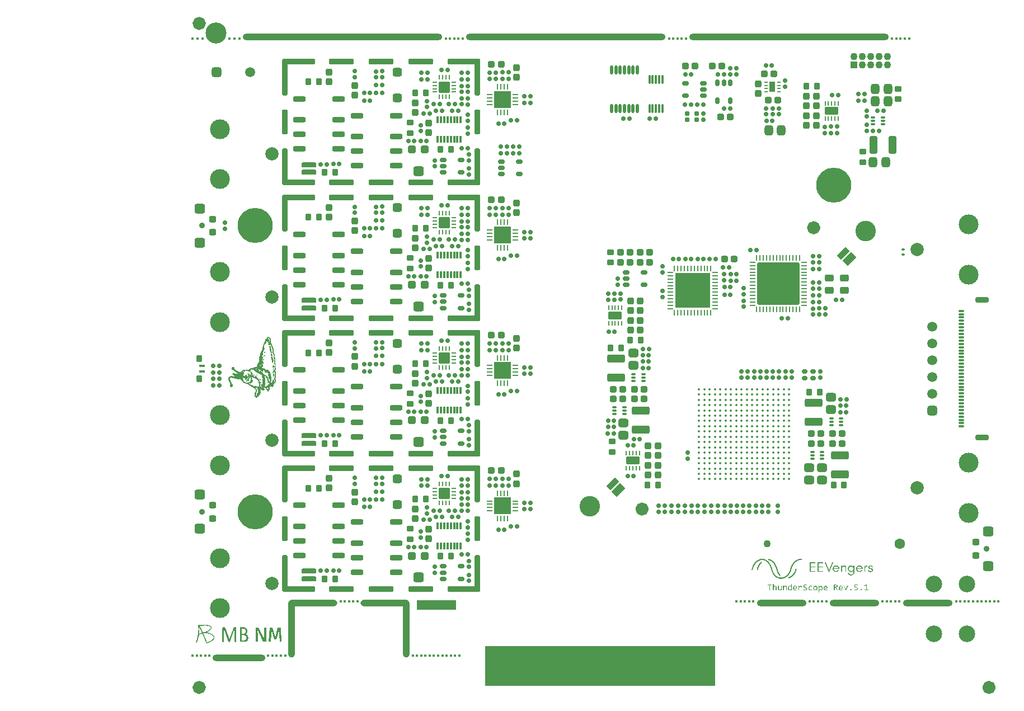
<source format=gbr>
%TF.GenerationSoftware,KiCad,Pcbnew,9.0.3*%
%TF.CreationDate,2025-08-04T19:38:52-04:00*%
%TF.ProjectId,Thunderscope_Rev5.1,5468756e-6465-4727-9363-6f70655f5265,rev?*%
%TF.SameCoordinates,Original*%
%TF.FileFunction,Soldermask,Top*%
%TF.FilePolarity,Negative*%
%FSLAX46Y46*%
G04 Gerber Fmt 4.6, Leading zero omitted, Abs format (unit mm)*
G04 Created by KiCad (PCBNEW 9.0.3) date 2025-08-04 19:38:52*
%MOMM*%
%LPD*%
G01*
G04 APERTURE LIST*
G04 Aperture macros list*
%AMRoundRect*
0 Rectangle with rounded corners*
0 $1 Rounding radius*
0 $2 $3 $4 $5 $6 $7 $8 $9 X,Y pos of 4 corners*
0 Add a 4 corners polygon primitive as box body*
4,1,4,$2,$3,$4,$5,$6,$7,$8,$9,$2,$3,0*
0 Add four circle primitives for the rounded corners*
1,1,$1+$1,$2,$3*
1,1,$1+$1,$4,$5*
1,1,$1+$1,$6,$7*
1,1,$1+$1,$8,$9*
0 Add four rect primitives between the rounded corners*
20,1,$1+$1,$2,$3,$4,$5,0*
20,1,$1+$1,$4,$5,$6,$7,0*
20,1,$1+$1,$6,$7,$8,$9,0*
20,1,$1+$1,$8,$9,$2,$3,0*%
G04 Aperture macros list end*
%ADD10C,0.000000*%
%ADD11C,0.312500*%
%ADD12C,0.150000*%
%ADD13C,0.275000*%
%ADD14C,1.000000*%
%ADD15C,0.100000*%
%ADD16RoundRect,0.150000X-0.150000X0.150000X-0.150000X-0.150000X0.150000X-0.150000X0.150000X0.150000X0*%
%ADD17RoundRect,0.150000X0.150000X-0.150000X0.150000X0.150000X-0.150000X0.150000X-0.150000X-0.150000X0*%
%ADD18C,0.380000*%
%ADD19C,2.000000*%
%ADD20C,3.000000*%
%ADD21RoundRect,0.160000X0.160000X0.160000X-0.160000X0.160000X-0.160000X-0.160000X0.160000X-0.160000X0*%
%ADD22RoundRect,0.200000X0.200000X2.575000X-0.200000X2.575000X-0.200000X-2.575000X0.200000X-2.575000X0*%
%ADD23RoundRect,0.200000X-0.200000X-1.700000X0.200000X-1.700000X0.200000X1.700000X-0.200000X1.700000X0*%
%ADD24RoundRect,0.200000X2.290000X-0.200000X2.290000X0.200000X-2.290000X0.200000X-2.290000X-0.200000X0*%
%ADD25RoundRect,0.200000X-2.290000X0.200000X-2.290000X-0.200000X2.290000X-0.200000X2.290000X0.200000X0*%
%ADD26RoundRect,0.200000X1.700000X-0.200000X1.700000X0.200000X-1.700000X0.200000X-1.700000X-0.200000X0*%
%ADD27RoundRect,0.200000X-1.700000X0.200000X-1.700000X-0.200000X1.700000X-0.200000X1.700000X0.200000X0*%
%ADD28RoundRect,0.200000X-0.200000X-2.575000X0.200000X-2.575000X0.200000X2.575000X-0.200000X2.575000X0*%
%ADD29RoundRect,0.200000X0.200000X1.700000X-0.200000X1.700000X-0.200000X-1.700000X0.200000X-1.700000X0*%
%ADD30RoundRect,0.160000X0.160000X-0.160000X0.160000X0.160000X-0.160000X0.160000X-0.160000X-0.160000X0*%
%ADD31RoundRect,0.150000X0.150000X0.150000X-0.150000X0.150000X-0.150000X-0.150000X0.150000X-0.150000X0*%
%ADD32RoundRect,0.062500X0.062500X0.237500X-0.062500X0.237500X-0.062500X-0.237500X0.062500X-0.237500X0*%
%ADD33RoundRect,0.060000X0.940000X0.540000X-0.940000X0.540000X-0.940000X-0.540000X0.940000X-0.540000X0*%
%ADD34RoundRect,0.160000X-0.160000X0.160000X-0.160000X-0.160000X0.160000X-0.160000X0.160000X0.160000X0*%
%ADD35RoundRect,0.225000X-0.225000X0.275000X-0.225000X-0.275000X0.225000X-0.275000X0.225000X0.275000X0*%
%ADD36RoundRect,0.062500X-0.062500X-0.237500X0.062500X-0.237500X0.062500X0.237500X-0.062500X0.237500X0*%
%ADD37RoundRect,0.060000X-0.940000X-0.540000X0.940000X-0.540000X0.940000X0.540000X-0.940000X0.540000X0*%
%ADD38RoundRect,0.237500X0.287500X-0.237500X0.287500X0.237500X-0.287500X0.237500X-0.287500X-0.237500X0*%
%ADD39RoundRect,0.150000X0.350000X-0.150000X0.350000X0.150000X-0.350000X0.150000X-0.350000X-0.150000X0*%
%ADD40RoundRect,0.190500X0.934500X0.190500X-0.934500X0.190500X-0.934500X-0.190500X0.934500X-0.190500X0*%
%ADD41RoundRect,0.150000X-0.150000X-0.150000X0.150000X-0.150000X0.150000X0.150000X-0.150000X0.150000X0*%
%ADD42RoundRect,0.300000X0.300000X0.300000X-0.300000X0.300000X-0.300000X-0.300000X0.300000X-0.300000X0*%
%ADD43RoundRect,0.375000X0.425000X0.375000X-0.425000X0.375000X-0.425000X-0.375000X0.425000X-0.375000X0*%
%ADD44RoundRect,0.200000X-0.730000X0.200000X-0.730000X-0.200000X0.730000X-0.200000X0.730000X0.200000X0*%
%ADD45RoundRect,0.225000X-0.275000X-0.225000X0.275000X-0.225000X0.275000X0.225000X-0.275000X0.225000X0*%
%ADD46RoundRect,0.325000X-0.375000X-0.325000X0.375000X-0.325000X0.375000X0.325000X-0.375000X0.325000X0*%
%ADD47RoundRect,0.062500X0.187500X-0.062500X0.187500X0.062500X-0.187500X0.062500X-0.187500X-0.062500X0*%
%ADD48RoundRect,0.045000X0.405000X-0.755000X0.405000X0.755000X-0.405000X0.755000X-0.405000X-0.755000X0*%
%ADD49RoundRect,0.375000X-0.425000X0.375000X-0.425000X-0.375000X0.425000X-0.375000X0.425000X0.375000X0*%
%ADD50C,0.900000*%
%ADD51RoundRect,0.375000X0.425000X-0.375000X0.425000X0.375000X-0.425000X0.375000X-0.425000X-0.375000X0*%
%ADD52RoundRect,0.250000X-0.275000X0.250000X-0.275000X-0.250000X0.275000X-0.250000X0.275000X0.250000X0*%
%ADD53RoundRect,0.075000X-0.075000X0.450000X-0.075000X-0.450000X0.075000X-0.450000X0.075000X0.450000X0*%
%ADD54RoundRect,0.237500X-0.237500X-0.287500X0.237500X-0.287500X0.237500X0.287500X-0.237500X0.287500X0*%
%ADD55O,0.900000X0.250000*%
%ADD56O,0.250000X0.900000*%
%ADD57R,5.280000X5.280000*%
%ADD58RoundRect,0.225000X0.275000X0.225000X-0.275000X0.225000X-0.275000X-0.225000X0.275000X-0.225000X0*%
%ADD59O,0.800000X0.250000*%
%ADD60O,0.250000X0.800000*%
%ADD61RoundRect,0.084000X-0.756000X-0.756000X0.756000X-0.756000X0.756000X0.756000X-0.756000X0.756000X0*%
%ADD62RoundRect,0.325000X0.425000X0.325000X-0.425000X0.325000X-0.425000X-0.325000X0.425000X-0.325000X0*%
%ADD63RoundRect,0.237500X-0.287500X0.237500X-0.287500X-0.237500X0.287500X-0.237500X0.287500X0.237500X0*%
%ADD64O,30.200000X1.000000*%
%ADD65RoundRect,0.237500X0.237500X0.287500X-0.237500X0.287500X-0.237500X-0.287500X0.237500X-0.287500X0*%
%ADD66RoundRect,0.325000X0.325000X-0.425000X0.325000X0.425000X-0.325000X0.425000X-0.325000X-0.425000X0*%
%ADD67RoundRect,0.075000X0.260000X-0.075000X0.260000X0.075000X-0.260000X0.075000X-0.260000X-0.075000X0*%
%ADD68O,0.250000X0.850000*%
%ADD69O,0.850000X0.250000*%
%ADD70RoundRect,0.065000X-1.235000X1.235000X-1.235000X-1.235000X1.235000X-1.235000X1.235000X1.235000X0*%
%ADD71RoundRect,0.160000X-0.160000X-0.160000X0.160000X-0.160000X0.160000X0.160000X-0.160000X0.160000X0*%
%ADD72O,7.500000X1.000000*%
%ADD73O,0.200000X0.850000*%
%ADD74O,0.850000X0.200000*%
%ADD75RoundRect,0.160000X3.040000X-3.040000X3.040000X3.040000X-3.040000X3.040000X-3.040000X-3.040000X0*%
%ADD76RoundRect,0.325000X-0.425000X-0.325000X0.425000X-0.325000X0.425000X0.325000X-0.425000X0.325000X0*%
%ADD77RoundRect,0.325000X-0.325000X0.425000X-0.325000X-0.425000X0.325000X-0.425000X0.325000X0.425000X0*%
%ADD78RoundRect,0.307500X1.052500X0.307500X-1.052500X0.307500X-1.052500X-0.307500X1.052500X-0.307500X0*%
%ADD79RoundRect,0.275000X0.375000X0.275000X-0.375000X0.275000X-0.375000X-0.275000X0.375000X-0.275000X0*%
%ADD80RoundRect,0.275000X-0.375000X-0.275000X0.375000X-0.275000X0.375000X0.275000X-0.375000X0.275000X0*%
%ADD81R,1.090000X1.090000*%
%ADD82C,1.090000*%
%ADD83RoundRect,0.085000X-0.852064X-0.371231X-0.371231X-0.852064X0.852064X0.371231X0.371231X0.852064X0*%
%ADD84RoundRect,0.110000X-0.905097X-0.282843X-0.282843X-0.905097X0.905097X0.282843X0.282843X0.905097X0*%
%ADD85C,3.100000*%
%ADD86O,0.350000X1.400000*%
%ADD87RoundRect,0.307500X-1.052500X-0.307500X1.052500X-0.307500X1.052500X0.307500X-1.052500X0.307500X0*%
%ADD88O,7.400000X1.000000*%
%ADD89RoundRect,0.175000X0.225000X0.175000X-0.225000X0.175000X-0.225000X-0.175000X0.225000X-0.175000X0*%
%ADD90RoundRect,0.175000X-0.225000X-0.175000X0.225000X-0.175000X0.225000X0.175000X-0.225000X0.175000X0*%
%ADD91C,2.500000*%
%ADD92O,1.000000X8.750000*%
%ADD93RoundRect,0.225000X0.225000X-0.275000X0.225000X0.275000X-0.225000X0.275000X-0.225000X-0.275000X0*%
%ADD94RoundRect,0.150000X-0.350000X0.150000X-0.350000X-0.150000X0.350000X-0.150000X0.350000X0.150000X0*%
%ADD95RoundRect,0.075000X-0.175000X-0.075000X0.175000X-0.075000X0.175000X0.075000X-0.175000X0.075000X0*%
%ADD96RoundRect,0.307500X0.307500X-1.052500X0.307500X1.052500X-0.307500X1.052500X-0.307500X-1.052500X0*%
%ADD97RoundRect,0.075000X-0.260000X0.075000X-0.260000X-0.075000X0.260000X-0.075000X0.260000X0.075000X0*%
%ADD98O,8.000000X1.000000*%
%ADD99R,0.700000X4.200000*%
%ADD100R,0.700000X3.200000*%
%ADD101RoundRect,0.250000X0.275000X-0.250000X0.275000X0.250000X-0.275000X0.250000X-0.275000X-0.250000X0*%
%ADD102RoundRect,0.075000X0.350000X-0.075000X0.350000X0.075000X-0.350000X0.075000X-0.350000X-0.075000X0*%
%ADD103RoundRect,0.200000X0.800000X-0.200000X0.800000X0.200000X-0.800000X0.200000X-0.800000X-0.200000X0*%
%ADD104C,0.350000*%
%ADD105C,3.180000*%
%ADD106RoundRect,0.375000X-0.375000X-0.375000X0.375000X-0.375000X0.375000X0.375000X-0.375000X0.375000X0*%
%ADD107C,1.500000*%
%ADD108O,0.450000X1.400000*%
%ADD109RoundRect,0.135000X0.315000X-0.365000X0.315000X0.365000X-0.315000X0.365000X-0.315000X-0.365000X0*%
%ADD110RoundRect,0.060000X0.340000X-0.140000X0.340000X0.140000X-0.340000X0.140000X-0.340000X-0.140000X0*%
%ADD111RoundRect,0.160000X0.190000X-0.160000X0.190000X0.160000X-0.190000X0.160000X-0.190000X-0.160000X0*%
%ADD112RoundRect,0.150000X-0.150000X-0.350000X0.150000X-0.350000X0.150000X0.350000X-0.150000X0.350000X0*%
%ADD113C,5.300000*%
%ADD114RoundRect,0.375000X0.375000X-0.375000X0.375000X0.375000X-0.375000X0.375000X-0.375000X-0.375000X0*%
%ADD115C,1.092200*%
%ADD116C,1.600200*%
G04 APERTURE END LIST*
D10*
G36*
X189558725Y-136843780D02*
G01*
X189571765Y-136843780D01*
X189571765Y-136847030D01*
X189591345Y-136847030D01*
X189591345Y-136850300D01*
X189597865Y-136850300D01*
X189597865Y-136853560D01*
X189610915Y-136853560D01*
X189610915Y-136856820D01*
X189617435Y-136856820D01*
X189617435Y-136860080D01*
X189620695Y-136860080D01*
X189620695Y-136863350D01*
X189620695Y-136866610D01*
X189620695Y-137052530D01*
X189614175Y-137052530D01*
X189614175Y-137049260D01*
X189610915Y-137049260D01*
X189610915Y-137046000D01*
X189607645Y-137046000D01*
X189607645Y-137042740D01*
X189601125Y-137042740D01*
X189601125Y-137039480D01*
X189597865Y-137039480D01*
X189597865Y-137036220D01*
X189594605Y-137036220D01*
X189594605Y-137032960D01*
X189584815Y-137032960D01*
X189584815Y-137029690D01*
X189581555Y-137029690D01*
X189581555Y-137026430D01*
X189575035Y-137026430D01*
X189575035Y-137023170D01*
X189568505Y-137023170D01*
X189568505Y-137019910D01*
X189558725Y-137019910D01*
X189558725Y-137016650D01*
X189545675Y-137016650D01*
X189545675Y-137013390D01*
X189535895Y-137013390D01*
X189535895Y-137010120D01*
X189477185Y-137010120D01*
X189477185Y-137013390D01*
X189467395Y-137013390D01*
X189467395Y-137016650D01*
X189454355Y-137016650D01*
X189454355Y-137019910D01*
X189444565Y-137019910D01*
X189444565Y-137023170D01*
X189438045Y-137023170D01*
X189438045Y-137026430D01*
X189428255Y-137026430D01*
X189428255Y-137029690D01*
X189424995Y-137029690D01*
X189424995Y-137032960D01*
X189418475Y-137032960D01*
X189418475Y-137036220D01*
X189415205Y-137036220D01*
X189415205Y-137039480D01*
X189408685Y-137039480D01*
X189408685Y-137042740D01*
X189405425Y-137042740D01*
X189405425Y-137046000D01*
X189402155Y-137046000D01*
X189402155Y-137049260D01*
X189395645Y-137049260D01*
X189395645Y-137052530D01*
X189392375Y-137052530D01*
X189392375Y-137055790D01*
X189389115Y-137055790D01*
X189389115Y-137059050D01*
X189385855Y-137059050D01*
X189385855Y-137062310D01*
X189382595Y-137062310D01*
X189382595Y-137065570D01*
X189379335Y-137065570D01*
X189379335Y-137068840D01*
X189376065Y-137068840D01*
X189376065Y-137072100D01*
X189372805Y-137072100D01*
X189372805Y-137075360D01*
X189369545Y-137075360D01*
X189369545Y-137081880D01*
X189366275Y-137081880D01*
X189366275Y-137085140D01*
X189363025Y-137085140D01*
X189363025Y-137088410D01*
X189359755Y-137088410D01*
X189359755Y-137094920D01*
X189356505Y-137094920D01*
X189356505Y-137098190D01*
X189353235Y-137098190D01*
X189353235Y-137104720D01*
X189349975Y-137104720D01*
X189349975Y-137107980D01*
X189346715Y-137107980D01*
X189346715Y-137114500D01*
X189343445Y-137114500D01*
X189343445Y-137117760D01*
X189340195Y-137117760D01*
X189340195Y-137124290D01*
X189336925Y-137124290D01*
X189336925Y-137130810D01*
X189333665Y-137130810D01*
X189333665Y-137134070D01*
X189330405Y-137134070D01*
X189330405Y-137143850D01*
X189327145Y-137143850D01*
X189327145Y-137147110D01*
X189323885Y-137147110D01*
X189323885Y-137156900D01*
X189320625Y-137156900D01*
X189320625Y-137160160D01*
X189317355Y-137160160D01*
X189317355Y-137166680D01*
X189314095Y-137166680D01*
X189314095Y-137176470D01*
X189310835Y-137176470D01*
X189310835Y-137182990D01*
X189307575Y-137182990D01*
X189307575Y-137196040D01*
X189304315Y-137196040D01*
X189304315Y-137202570D01*
X189301045Y-137202570D01*
X189301045Y-137215610D01*
X189297785Y-137215610D01*
X189297785Y-137228660D01*
X189294525Y-137228660D01*
X189294525Y-137238440D01*
X189291265Y-137238440D01*
X189291265Y-137261280D01*
X189288005Y-137261280D01*
X189288005Y-137277580D01*
X189284745Y-137277580D01*
X189284745Y-137809240D01*
X189281475Y-137809240D01*
X189281475Y-137812500D01*
X189137965Y-137812500D01*
X189137965Y-137809240D01*
X189134695Y-137809240D01*
X189134695Y-137805980D01*
X189131445Y-137805980D01*
X189131445Y-136863350D01*
X189134695Y-136863350D01*
X189134695Y-136860080D01*
X189281475Y-136860080D01*
X189281475Y-136863350D01*
X189284745Y-136863350D01*
X189284745Y-137026430D01*
X189291265Y-137026430D01*
X189291265Y-137010120D01*
X189294525Y-137010120D01*
X189294525Y-137003600D01*
X189297785Y-137003600D01*
X189297785Y-136997080D01*
X189301045Y-136997080D01*
X189301045Y-136990560D01*
X189304315Y-136990560D01*
X189304315Y-136984030D01*
X189307575Y-136984030D01*
X189307575Y-136977500D01*
X189310835Y-136977500D01*
X189310835Y-136974240D01*
X189314095Y-136974240D01*
X189314095Y-136967720D01*
X189317355Y-136967720D01*
X189317355Y-136961200D01*
X189320625Y-136961200D01*
X189320625Y-136957940D01*
X189323885Y-136957940D01*
X189323885Y-136951410D01*
X189327145Y-136951410D01*
X189327145Y-136948150D01*
X189330405Y-136948150D01*
X189330405Y-136941630D01*
X189333665Y-136941630D01*
X189333665Y-136938360D01*
X189336925Y-136938360D01*
X189336925Y-136935110D01*
X189340195Y-136935110D01*
X189340195Y-136928580D01*
X189343445Y-136928580D01*
X189343445Y-136925320D01*
X189346715Y-136925320D01*
X189346715Y-136922060D01*
X189349975Y-136922060D01*
X189349975Y-136918790D01*
X189353235Y-136918790D01*
X189353235Y-136912270D01*
X189356505Y-136912270D01*
X189356505Y-136909020D01*
X189359755Y-136909020D01*
X189359755Y-136905750D01*
X189363025Y-136905750D01*
X189363025Y-136902490D01*
X189366275Y-136902490D01*
X189366275Y-136899230D01*
X189372805Y-136899230D01*
X189372805Y-136895960D01*
X189376065Y-136895960D01*
X189376065Y-136892700D01*
X189379335Y-136892700D01*
X189379335Y-136889440D01*
X189382595Y-136889440D01*
X189382595Y-136886180D01*
X189389115Y-136886180D01*
X189389115Y-136882910D01*
X189392375Y-136882910D01*
X189392375Y-136879660D01*
X189395645Y-136879660D01*
X189395645Y-136876390D01*
X189402155Y-136876390D01*
X189402155Y-136873130D01*
X189405425Y-136873130D01*
X189405425Y-136869870D01*
X189411945Y-136869870D01*
X189411945Y-136866610D01*
X189418475Y-136866610D01*
X189418475Y-136863350D01*
X189424995Y-136863350D01*
X189424995Y-136860080D01*
X189431515Y-136860080D01*
X189431515Y-136856820D01*
X189438045Y-136856820D01*
X189438045Y-136853560D01*
X189451095Y-136853560D01*
X189451095Y-136850300D01*
X189457605Y-136850300D01*
X189457605Y-136847030D01*
X189473915Y-136847030D01*
X189473915Y-136843780D01*
X189490225Y-136843780D01*
X189490225Y-136840510D01*
X189558725Y-136840510D01*
X189558725Y-136843780D01*
G37*
G36*
X190106685Y-136840510D02*
G01*
X190136055Y-136840510D01*
X190136055Y-136843780D01*
X190158885Y-136843780D01*
X190158885Y-136847030D01*
X190181705Y-136847030D01*
X190181705Y-136850300D01*
X190191495Y-136850300D01*
X190191495Y-136853560D01*
X190207805Y-136853560D01*
X190207805Y-136856820D01*
X190214325Y-136856820D01*
X190214325Y-136860080D01*
X190227365Y-136860080D01*
X190227365Y-136863350D01*
X190237155Y-136863350D01*
X190237155Y-136866610D01*
X190243685Y-136866610D01*
X190243685Y-136869870D01*
X190253475Y-136869870D01*
X190253475Y-136873130D01*
X190259995Y-136873130D01*
X190259995Y-136876390D01*
X190269785Y-136876390D01*
X190269785Y-136879660D01*
X190273035Y-136879660D01*
X190273035Y-136882910D01*
X190279565Y-136882910D01*
X190279565Y-136886180D01*
X190286085Y-136886180D01*
X190286085Y-136889440D01*
X190289345Y-136889440D01*
X190289345Y-136892700D01*
X190299125Y-136892700D01*
X190299125Y-136895960D01*
X190302395Y-136895960D01*
X190302395Y-136899230D01*
X190308915Y-136899230D01*
X190308915Y-136902490D01*
X190312185Y-136902490D01*
X190312185Y-136905750D01*
X190315445Y-136905750D01*
X190315445Y-136909020D01*
X190321965Y-136909020D01*
X190321965Y-136912270D01*
X190325225Y-136912270D01*
X190325225Y-136915540D01*
X190328485Y-136915540D01*
X190328485Y-136918790D01*
X190331745Y-136918790D01*
X190331745Y-136922060D01*
X190335015Y-136922060D01*
X190335015Y-136925320D01*
X190338275Y-136925320D01*
X190338275Y-136928580D01*
X190341535Y-136928580D01*
X190341535Y-136931840D01*
X190344795Y-136931840D01*
X190344795Y-136935110D01*
X190348055Y-136935110D01*
X190348055Y-136938360D01*
X190351315Y-136938360D01*
X190351315Y-136941630D01*
X190354585Y-136941630D01*
X190354585Y-136948150D01*
X190357845Y-136948150D01*
X190357845Y-136951410D01*
X190361105Y-136951410D01*
X190361105Y-136954670D01*
X190364365Y-136954670D01*
X190364365Y-136961200D01*
X190367625Y-136961200D01*
X190367625Y-136964460D01*
X190370895Y-136964460D01*
X190370895Y-136970980D01*
X190374155Y-136970980D01*
X190374155Y-136974240D01*
X190377415Y-136974240D01*
X190377415Y-136980770D01*
X190380675Y-136980770D01*
X190380675Y-136987290D01*
X190383935Y-136987290D01*
X190383935Y-136990560D01*
X190387195Y-136990560D01*
X190387195Y-137000340D01*
X190390455Y-137000340D01*
X190390455Y-137006870D01*
X190393725Y-137006870D01*
X190393725Y-137013390D01*
X190396985Y-137013390D01*
X190396985Y-137023170D01*
X190400235Y-137023170D01*
X190400235Y-137029690D01*
X190403505Y-137029690D01*
X190403505Y-137042740D01*
X190406765Y-137042740D01*
X190406765Y-137049260D01*
X190410025Y-137049260D01*
X190410025Y-137059050D01*
X190413295Y-137059050D01*
X190413295Y-137072100D01*
X190416555Y-137072100D01*
X190416555Y-137081880D01*
X190419815Y-137081880D01*
X190419815Y-137094920D01*
X190413295Y-137094920D01*
X190413295Y-137098190D01*
X190410025Y-137098190D01*
X190410025Y-137094920D01*
X190256725Y-137094920D01*
X190256725Y-137085140D01*
X190253475Y-137085140D01*
X190253475Y-137075360D01*
X190250205Y-137075360D01*
X190250205Y-137068840D01*
X190246945Y-137068840D01*
X190246945Y-137059050D01*
X190243685Y-137059050D01*
X190243685Y-137055790D01*
X190240425Y-137055790D01*
X190240425Y-137046000D01*
X190237155Y-137046000D01*
X190237155Y-137042740D01*
X190233895Y-137042740D01*
X190233895Y-137036220D01*
X190230635Y-137036220D01*
X190230635Y-137029690D01*
X190227365Y-137029690D01*
X190227365Y-137026430D01*
X190224115Y-137026430D01*
X190224115Y-137023170D01*
X190220855Y-137023170D01*
X190220855Y-137019910D01*
X190217585Y-137019910D01*
X190217585Y-137013390D01*
X190214325Y-137013390D01*
X190214325Y-137010120D01*
X190211065Y-137010120D01*
X190211065Y-137006870D01*
X190207805Y-137006870D01*
X190207805Y-137003600D01*
X190201275Y-137003600D01*
X190201275Y-137000340D01*
X190198015Y-137000340D01*
X190198015Y-136997080D01*
X190194755Y-136997080D01*
X190194755Y-136993810D01*
X190188235Y-136993810D01*
X190188235Y-136990560D01*
X190184975Y-136990560D01*
X190184975Y-136987290D01*
X190175185Y-136987290D01*
X190175185Y-136984030D01*
X190168665Y-136984030D01*
X190168665Y-136980770D01*
X190162135Y-136980770D01*
X190162135Y-136977500D01*
X190149095Y-136977500D01*
X190149095Y-136974240D01*
X190142565Y-136974240D01*
X190142565Y-136970980D01*
X190122995Y-136970980D01*
X190122995Y-136967720D01*
X190109955Y-136967720D01*
X190109955Y-136964460D01*
X190021885Y-136964460D01*
X190021885Y-136967720D01*
X190008845Y-136967720D01*
X190008845Y-136970980D01*
X189992535Y-136970980D01*
X189992535Y-136974240D01*
X189982745Y-136974240D01*
X189982745Y-136977500D01*
X189972965Y-136977500D01*
X189972965Y-136980770D01*
X189966435Y-136980770D01*
X189966435Y-136984030D01*
X189959915Y-136984030D01*
X189959915Y-136987290D01*
X189953385Y-136987290D01*
X189953385Y-136990560D01*
X189946865Y-136990560D01*
X189946865Y-136993810D01*
X189940345Y-136993810D01*
X189940345Y-136997080D01*
X189937085Y-136997080D01*
X189937085Y-137000340D01*
X189933815Y-137000340D01*
X189933815Y-137003600D01*
X189927295Y-137003600D01*
X189927295Y-137006870D01*
X189924035Y-137006870D01*
X189924035Y-137010120D01*
X189920775Y-137010120D01*
X189920775Y-137013390D01*
X189917505Y-137013390D01*
X189917505Y-137016650D01*
X189914245Y-137016650D01*
X189914245Y-137019910D01*
X189910985Y-137019910D01*
X189910985Y-137026430D01*
X189907725Y-137026430D01*
X189907725Y-137029690D01*
X189904465Y-137029690D01*
X189904465Y-137036220D01*
X189901205Y-137036220D01*
X189901205Y-137042740D01*
X189897935Y-137042740D01*
X189897935Y-137049260D01*
X189894685Y-137049260D01*
X189894685Y-137068840D01*
X189891415Y-137068840D01*
X189891415Y-137111240D01*
X189894685Y-137111240D01*
X189894685Y-137134070D01*
X189897935Y-137134070D01*
X189897935Y-137137330D01*
X189897935Y-137140590D01*
X189901205Y-137140590D01*
X189901205Y-137150370D01*
X189904465Y-137150370D01*
X189904465Y-137153640D01*
X189907725Y-137153640D01*
X189907725Y-137160160D01*
X189910985Y-137160160D01*
X189910985Y-137163430D01*
X189914245Y-137163430D01*
X189914245Y-137166680D01*
X189917505Y-137166680D01*
X189917505Y-137173210D01*
X189924035Y-137173210D01*
X189924035Y-137176470D01*
X189927295Y-137176470D01*
X189927295Y-137179740D01*
X189930565Y-137179740D01*
X189930565Y-137182990D01*
X189933815Y-137182990D01*
X189933815Y-137186250D01*
X189937085Y-137186250D01*
X189937085Y-137189520D01*
X189943605Y-137189520D01*
X189943605Y-137192780D01*
X189950135Y-137192780D01*
X189950135Y-137196040D01*
X189953385Y-137196040D01*
X189953385Y-137199300D01*
X189959915Y-137199300D01*
X189959915Y-137202570D01*
X189966435Y-137202570D01*
X189966435Y-137205830D01*
X189976225Y-137205830D01*
X189976225Y-137209090D01*
X189979475Y-137209090D01*
X189979475Y-137212350D01*
X189989265Y-137212350D01*
X189989265Y-137215610D01*
X189995795Y-137215610D01*
X189995795Y-137218870D01*
X190002315Y-137218870D01*
X190002315Y-137222130D01*
X190012105Y-137222130D01*
X190012105Y-137225400D01*
X190018615Y-137225400D01*
X190018615Y-137228660D01*
X190031675Y-137228660D01*
X190031675Y-137231920D01*
X190038195Y-137231920D01*
X190038195Y-137235190D01*
X190047985Y-137235190D01*
X190047985Y-137238440D01*
X190061025Y-137238440D01*
X190061025Y-137241700D01*
X190070815Y-137241700D01*
X190070815Y-137244960D01*
X190087115Y-137244960D01*
X190087115Y-137248230D01*
X190093645Y-137248230D01*
X190093645Y-137251490D01*
X190109955Y-137251490D01*
X190109955Y-137254750D01*
X190119735Y-137254750D01*
X190119735Y-137258010D01*
X190129525Y-137258010D01*
X190129525Y-137261280D01*
X190149095Y-137261280D01*
X190149095Y-137264540D01*
X190158885Y-137264540D01*
X190158885Y-137267790D01*
X190175185Y-137267790D01*
X190175185Y-137271060D01*
X190188235Y-137271060D01*
X190188235Y-137274320D01*
X190201275Y-137274320D01*
X190201275Y-137277580D01*
X190214325Y-137277580D01*
X190214325Y-137280850D01*
X190220855Y-137280850D01*
X190220855Y-137284110D01*
X190237155Y-137284110D01*
X190237155Y-137287370D01*
X190243685Y-137287370D01*
X190243685Y-137290630D01*
X190253475Y-137290630D01*
X190253475Y-137293890D01*
X190263245Y-137293890D01*
X190263245Y-137297160D01*
X190269785Y-137297160D01*
X190269785Y-137300420D01*
X190282825Y-137300420D01*
X190282825Y-137303680D01*
X190286085Y-137303680D01*
X190286085Y-137306940D01*
X190295865Y-137306940D01*
X190295865Y-137310200D01*
X190302395Y-137310200D01*
X190302395Y-137313460D01*
X190308915Y-137313460D01*
X190308915Y-137316730D01*
X190318695Y-137316730D01*
X190318695Y-137319990D01*
X190321965Y-137319990D01*
X190321965Y-137323250D01*
X190331745Y-137323250D01*
X190331745Y-137326510D01*
X190335015Y-137326510D01*
X190335015Y-137329770D01*
X190341535Y-137329770D01*
X190341535Y-137333030D01*
X190344795Y-137333030D01*
X190344795Y-137336300D01*
X190351315Y-137336300D01*
X190351315Y-137339560D01*
X190357845Y-137339560D01*
X190357845Y-137342820D01*
X190361105Y-137342820D01*
X190361105Y-137346080D01*
X190364365Y-137346080D01*
X190364365Y-137349340D01*
X190370895Y-137349340D01*
X190370895Y-137352610D01*
X190374155Y-137352610D01*
X190374155Y-137355860D01*
X190377415Y-137355860D01*
X190377415Y-137359120D01*
X190380675Y-137359120D01*
X190380675Y-137362390D01*
X190383935Y-137362390D01*
X190383935Y-137365650D01*
X190387195Y-137365650D01*
X190387195Y-137368910D01*
X190390455Y-137368910D01*
X190390455Y-137372170D01*
X190393725Y-137372170D01*
X190393725Y-137375430D01*
X190396985Y-137375430D01*
X190396985Y-137378700D01*
X190400235Y-137378700D01*
X190400235Y-137381960D01*
X190403505Y-137381960D01*
X190403505Y-137385220D01*
X190406765Y-137385220D01*
X190406765Y-137388480D01*
X190410025Y-137388480D01*
X190410025Y-137395000D01*
X190413295Y-137395000D01*
X190413295Y-137398270D01*
X190416555Y-137398270D01*
X190416555Y-137401530D01*
X190419815Y-137401530D01*
X190419815Y-137408050D01*
X190423075Y-137408050D01*
X190423075Y-137411310D01*
X190426345Y-137411310D01*
X190426345Y-137417840D01*
X190429605Y-137417840D01*
X190429605Y-137424360D01*
X190432865Y-137424360D01*
X190432865Y-137430880D01*
X190436125Y-137430880D01*
X190436125Y-137437410D01*
X190439385Y-137437410D01*
X190439385Y-137443920D01*
X190442645Y-137443920D01*
X190442645Y-137456980D01*
X190445905Y-137456980D01*
X190445905Y-137463500D01*
X190449175Y-137463500D01*
X190449175Y-137476550D01*
X190452435Y-137476550D01*
X190452435Y-137492860D01*
X190455695Y-137492860D01*
X190455695Y-137512420D01*
X190458955Y-137512420D01*
X190458955Y-137574400D01*
X190455695Y-137574400D01*
X190455695Y-137593970D01*
X190452435Y-137593970D01*
X190452435Y-137613540D01*
X190449175Y-137613540D01*
X190449175Y-137626590D01*
X190445905Y-137626590D01*
X190445905Y-137636370D01*
X190442645Y-137636370D01*
X190442645Y-137649420D01*
X190439385Y-137649420D01*
X190439385Y-137655940D01*
X190436125Y-137655940D01*
X190436125Y-137665730D01*
X190432865Y-137665730D01*
X190432865Y-137672250D01*
X190429605Y-137672250D01*
X190429605Y-137675510D01*
X190426345Y-137675510D01*
X190426345Y-137685300D01*
X190423075Y-137685300D01*
X190423075Y-137688560D01*
X190419815Y-137688560D01*
X190419815Y-137695080D01*
X190416555Y-137695080D01*
X190416555Y-137698340D01*
X190413295Y-137698340D01*
X190413295Y-137704870D01*
X190410025Y-137704870D01*
X190410025Y-137708130D01*
X190406765Y-137708130D01*
X190406765Y-137711390D01*
X190403505Y-137711390D01*
X190403505Y-137717920D01*
X190400235Y-137717920D01*
X190400235Y-137721170D01*
X190396985Y-137721170D01*
X190396985Y-137724440D01*
X190393725Y-137724440D01*
X190393725Y-137727700D01*
X190390455Y-137727700D01*
X190390455Y-137730960D01*
X190387195Y-137730960D01*
X190387195Y-137737490D01*
X190380675Y-137737490D01*
X190380675Y-137740750D01*
X190377415Y-137740750D01*
X190377415Y-137744010D01*
X190374155Y-137744010D01*
X190374155Y-137747270D01*
X190370895Y-137747270D01*
X190370895Y-137750530D01*
X190367625Y-137750530D01*
X190367625Y-137753800D01*
X190361105Y-137753800D01*
X190361105Y-137757050D01*
X190357845Y-137757050D01*
X190357845Y-137760320D01*
X190354585Y-137760320D01*
X190354585Y-137763580D01*
X190348055Y-137763580D01*
X190348055Y-137766840D01*
X190344795Y-137766840D01*
X190344795Y-137770100D01*
X190338275Y-137770100D01*
X190338275Y-137773360D01*
X190335015Y-137773360D01*
X190335015Y-137776620D01*
X190328485Y-137776620D01*
X190328485Y-137779890D01*
X190325225Y-137779890D01*
X190325225Y-137783150D01*
X190318695Y-137783150D01*
X190318695Y-137786410D01*
X190312185Y-137786410D01*
X190312185Y-137789670D01*
X190305655Y-137789670D01*
X190305655Y-137792930D01*
X190295865Y-137792930D01*
X190295865Y-137796190D01*
X190292605Y-137796190D01*
X190292605Y-137799460D01*
X190282825Y-137799460D01*
X190282825Y-137802720D01*
X190276305Y-137802720D01*
X190276305Y-137805980D01*
X190269785Y-137805980D01*
X190269785Y-137809240D01*
X190256725Y-137809240D01*
X190256725Y-137812500D01*
X190250205Y-137812500D01*
X190250205Y-137815770D01*
X190233895Y-137815770D01*
X190233895Y-137819030D01*
X190227365Y-137819030D01*
X190227365Y-137822290D01*
X190214325Y-137822290D01*
X190214325Y-137825550D01*
X190198015Y-137825550D01*
X190198015Y-137828810D01*
X190188235Y-137828810D01*
X190188235Y-137832080D01*
X190162135Y-137832080D01*
X190162135Y-137835340D01*
X190142565Y-137835340D01*
X190142565Y-137838600D01*
X190018615Y-137838600D01*
X190018615Y-137835340D01*
X189995795Y-137835340D01*
X189995795Y-137832080D01*
X189969695Y-137832080D01*
X189969695Y-137828810D01*
X189956655Y-137828810D01*
X189956655Y-137825550D01*
X189943605Y-137825550D01*
X189943605Y-137822290D01*
X189930565Y-137822290D01*
X189930565Y-137819030D01*
X189920775Y-137819030D01*
X189920775Y-137815770D01*
X189907725Y-137815770D01*
X189907725Y-137812500D01*
X189904465Y-137812500D01*
X189904465Y-137809240D01*
X189891415Y-137809240D01*
X189891415Y-137805980D01*
X189884895Y-137805980D01*
X189884895Y-137802720D01*
X189878365Y-137802720D01*
X189878365Y-137799460D01*
X189868595Y-137799460D01*
X189868595Y-137796190D01*
X189865325Y-137796190D01*
X189865325Y-137792930D01*
X189858805Y-137792930D01*
X189858805Y-137789670D01*
X189852285Y-137789670D01*
X189852285Y-137786410D01*
X189845755Y-137786410D01*
X189845755Y-137783150D01*
X189842495Y-137783150D01*
X189842495Y-137779890D01*
X189839235Y-137779890D01*
X189839235Y-137776620D01*
X189832705Y-137776620D01*
X189832705Y-137773360D01*
X189829445Y-137773360D01*
X189829445Y-137770100D01*
X189822925Y-137770100D01*
X189822925Y-137766840D01*
X189819655Y-137766840D01*
X189819655Y-137763580D01*
X189816405Y-137763580D01*
X189816405Y-137760320D01*
X189809875Y-137760320D01*
X189809875Y-137757050D01*
X189806615Y-137757050D01*
X189806615Y-137753800D01*
X189803355Y-137753800D01*
X189803355Y-137750530D01*
X189800085Y-137750530D01*
X189800085Y-137747270D01*
X189796825Y-137747270D01*
X189796825Y-137744010D01*
X189793565Y-137744010D01*
X189793565Y-137740750D01*
X189790305Y-137740750D01*
X189790305Y-137737490D01*
X189787045Y-137737490D01*
X189787045Y-137734220D01*
X189783775Y-137734220D01*
X189783775Y-137730960D01*
X189780515Y-137730960D01*
X189780515Y-137727700D01*
X189777255Y-137727700D01*
X189777255Y-137724440D01*
X189773995Y-137724440D01*
X189773995Y-137721170D01*
X189770735Y-137721170D01*
X189770735Y-137714660D01*
X189767475Y-137714660D01*
X189767475Y-137711390D01*
X189764215Y-137711390D01*
X189764215Y-137708130D01*
X189760945Y-137708130D01*
X189760945Y-137701610D01*
X189757695Y-137701610D01*
X189757695Y-137698340D01*
X189754425Y-137698340D01*
X189754425Y-137691820D01*
X189751165Y-137691820D01*
X189751165Y-137685300D01*
X189747905Y-137685300D01*
X189747905Y-137682040D01*
X189744645Y-137682040D01*
X189744645Y-137675510D01*
X189741385Y-137675510D01*
X189741385Y-137668990D01*
X189738115Y-137668990D01*
X189738115Y-137659200D01*
X189734855Y-137659200D01*
X189734855Y-137655940D01*
X189731595Y-137655940D01*
X189731595Y-137646160D01*
X189728335Y-137646160D01*
X189728335Y-137639630D01*
X189725075Y-137639630D01*
X189725075Y-137633110D01*
X189721815Y-137633110D01*
X189721815Y-137620070D01*
X189718555Y-137620070D01*
X189718555Y-137613540D01*
X189715285Y-137613540D01*
X189715285Y-137600490D01*
X189712025Y-137600490D01*
X189712025Y-137590710D01*
X189708765Y-137590710D01*
X189708765Y-137577660D01*
X189705505Y-137577660D01*
X189705505Y-137561350D01*
X189702235Y-137561350D01*
X189702235Y-137548300D01*
X189705505Y-137548300D01*
X189705505Y-137545040D01*
X189858805Y-137545040D01*
X189858805Y-137548300D01*
X189862055Y-137548300D01*
X189862055Y-137554830D01*
X189865325Y-137554830D01*
X189865325Y-137564610D01*
X189868595Y-137564610D01*
X189868595Y-137574400D01*
X189871845Y-137574400D01*
X189871845Y-137584180D01*
X189875105Y-137584180D01*
X189875105Y-137590710D01*
X189878365Y-137590710D01*
X189878365Y-137600490D01*
X189881635Y-137600490D01*
X189881635Y-137607020D01*
X189884895Y-137607020D01*
X189884895Y-137610280D01*
X189888155Y-137610280D01*
X189888155Y-137620070D01*
X189891415Y-137620070D01*
X189891415Y-137623320D01*
X189894685Y-137623320D01*
X189894685Y-137629850D01*
X189897935Y-137629850D01*
X189897935Y-137633110D01*
X189901205Y-137633110D01*
X189901205Y-137639630D01*
X189904465Y-137639630D01*
X189904465Y-137642900D01*
X189907725Y-137642900D01*
X189907725Y-137646160D01*
X189910985Y-137646160D01*
X189910985Y-137649420D01*
X189914245Y-137649420D01*
X189914245Y-137652680D01*
X189917505Y-137652680D01*
X189917505Y-137655940D01*
X189920775Y-137655940D01*
X189920775Y-137659200D01*
X189924035Y-137659200D01*
X189924035Y-137662460D01*
X189927295Y-137662460D01*
X189927295Y-137665730D01*
X189930565Y-137665730D01*
X189930565Y-137668990D01*
X189933815Y-137668990D01*
X189933815Y-137672250D01*
X189937085Y-137672250D01*
X189937085Y-137675510D01*
X189943605Y-137675510D01*
X189943605Y-137678770D01*
X189950135Y-137678770D01*
X189950135Y-137682040D01*
X189956655Y-137682040D01*
X189956655Y-137685300D01*
X189959915Y-137685300D01*
X189959915Y-137688560D01*
X189966435Y-137688560D01*
X189966435Y-137691820D01*
X189976225Y-137691820D01*
X189976225Y-137695080D01*
X189979475Y-137695080D01*
X189979475Y-137698340D01*
X189992535Y-137698340D01*
X189992535Y-137701610D01*
X190002315Y-137701610D01*
X190002315Y-137704870D01*
X190015365Y-137704870D01*
X190015365Y-137708130D01*
X190034925Y-137708130D01*
X190034925Y-137711390D01*
X190051245Y-137711390D01*
X190051245Y-137714660D01*
X190132785Y-137714660D01*
X190132785Y-137711390D01*
X190152355Y-137711390D01*
X190152355Y-137708130D01*
X190171925Y-137708130D01*
X190171925Y-137704870D01*
X190184975Y-137704870D01*
X190184975Y-137701610D01*
X190194755Y-137701610D01*
X190194755Y-137698340D01*
X190207805Y-137698340D01*
X190207805Y-137695080D01*
X190211065Y-137695080D01*
X190211065Y-137691820D01*
X190220855Y-137691820D01*
X190220855Y-137688560D01*
X190227365Y-137688560D01*
X190227365Y-137685300D01*
X190233895Y-137685300D01*
X190233895Y-137682040D01*
X190237155Y-137682040D01*
X190237155Y-137678770D01*
X190240425Y-137678770D01*
X190240425Y-137675510D01*
X190246945Y-137675510D01*
X190246945Y-137672250D01*
X190250205Y-137672250D01*
X190250205Y-137668990D01*
X190253475Y-137668990D01*
X190253475Y-137665730D01*
X190256725Y-137665730D01*
X190256725Y-137662460D01*
X190259995Y-137662460D01*
X190259995Y-137659200D01*
X190263245Y-137659200D01*
X190263245Y-137655940D01*
X190266515Y-137655940D01*
X190266515Y-137652680D01*
X190269785Y-137652680D01*
X190269785Y-137649420D01*
X190273035Y-137649420D01*
X190273035Y-137642900D01*
X190276305Y-137642900D01*
X190276305Y-137639630D01*
X190279565Y-137639630D01*
X190279565Y-137633110D01*
X190282825Y-137633110D01*
X190282825Y-137626590D01*
X190286085Y-137626590D01*
X190286085Y-137616800D01*
X190289345Y-137616800D01*
X190289345Y-137610280D01*
X190292605Y-137610280D01*
X190292605Y-137593970D01*
X190295865Y-137593970D01*
X190295865Y-137535260D01*
X190292605Y-137535260D01*
X190292605Y-137522210D01*
X190289345Y-137522210D01*
X190289345Y-137515690D01*
X190286085Y-137515690D01*
X190286085Y-137509170D01*
X190282825Y-137509170D01*
X190282825Y-137502650D01*
X190279565Y-137502650D01*
X190279565Y-137499380D01*
X190276305Y-137499380D01*
X190276305Y-137492860D01*
X190273035Y-137492860D01*
X190273035Y-137489590D01*
X190269785Y-137489590D01*
X190269785Y-137486340D01*
X190266515Y-137486340D01*
X190266515Y-137483070D01*
X190263245Y-137483070D01*
X190263245Y-137479810D01*
X190259995Y-137479810D01*
X190259995Y-137476550D01*
X190256725Y-137476550D01*
X190256725Y-137473280D01*
X190253475Y-137473280D01*
X190253475Y-137470030D01*
X190246945Y-137470030D01*
X190246945Y-137466760D01*
X190243685Y-137466760D01*
X190243685Y-137463500D01*
X190240425Y-137463500D01*
X190240425Y-137460240D01*
X190237155Y-137460240D01*
X190237155Y-137456980D01*
X190230635Y-137456980D01*
X190230635Y-137453710D01*
X190224115Y-137453710D01*
X190224115Y-137450450D01*
X190217585Y-137450450D01*
X190217585Y-137447200D01*
X190211065Y-137447200D01*
X190211065Y-137443920D01*
X190207805Y-137443920D01*
X190207805Y-137440670D01*
X190198015Y-137440670D01*
X190198015Y-137437410D01*
X190194755Y-137437410D01*
X190194755Y-137434150D01*
X190184975Y-137434150D01*
X190184975Y-137430880D01*
X190175185Y-137430880D01*
X190175185Y-137427620D01*
X190168665Y-137427620D01*
X190168665Y-137424360D01*
X190158885Y-137424360D01*
X190158885Y-137421100D01*
X190152355Y-137421100D01*
X190152355Y-137417840D01*
X190136055Y-137417840D01*
X190136055Y-137414580D01*
X190129525Y-137414580D01*
X190129525Y-137411310D01*
X190116475Y-137411310D01*
X190116475Y-137408050D01*
X190103435Y-137408050D01*
X190103435Y-137404790D01*
X190096905Y-137404790D01*
X190096905Y-137401530D01*
X190080605Y-137401530D01*
X190080605Y-137398270D01*
X190074075Y-137398270D01*
X190074075Y-137395000D01*
X190057765Y-137395000D01*
X190057765Y-137391740D01*
X190044715Y-137391740D01*
X190044715Y-137388480D01*
X190034925Y-137388480D01*
X190034925Y-137385220D01*
X190018615Y-137385220D01*
X190018615Y-137381960D01*
X190008845Y-137381960D01*
X190008845Y-137378700D01*
X189992535Y-137378700D01*
X189992535Y-137375430D01*
X189982745Y-137375430D01*
X189982745Y-137372170D01*
X189972965Y-137372170D01*
X189972965Y-137368910D01*
X189959915Y-137368910D01*
X189959915Y-137365650D01*
X189953385Y-137365650D01*
X189953385Y-137362390D01*
X189940345Y-137362390D01*
X189940345Y-137359120D01*
X189933815Y-137359120D01*
X189933815Y-137355860D01*
X189924035Y-137355860D01*
X189924035Y-137352610D01*
X189914245Y-137352610D01*
X189914245Y-137349340D01*
X189907725Y-137349340D01*
X189907725Y-137346080D01*
X189897935Y-137346080D01*
X189897935Y-137342820D01*
X189891415Y-137342820D01*
X189891415Y-137339560D01*
X189881635Y-137339560D01*
X189881635Y-137336300D01*
X189875105Y-137336300D01*
X189875105Y-137333030D01*
X189868595Y-137333030D01*
X189868595Y-137329770D01*
X189862055Y-137329770D01*
X189862055Y-137326510D01*
X189858805Y-137326510D01*
X189858805Y-137323250D01*
X189849015Y-137323250D01*
X189849015Y-137319990D01*
X189845755Y-137319990D01*
X189845755Y-137316730D01*
X189839235Y-137316730D01*
X189839235Y-137313460D01*
X189835965Y-137313460D01*
X189835965Y-137310200D01*
X189829445Y-137310200D01*
X189829445Y-137306940D01*
X189826185Y-137306940D01*
X189826185Y-137303680D01*
X189822925Y-137303680D01*
X189822925Y-137300420D01*
X189816405Y-137300420D01*
X189816405Y-137297160D01*
X189813135Y-137297160D01*
X189813135Y-137293890D01*
X189809875Y-137293890D01*
X189809875Y-137290630D01*
X189803355Y-137290630D01*
X189803355Y-137287370D01*
X189800085Y-137287370D01*
X189800085Y-137284110D01*
X189796825Y-137284110D01*
X189796825Y-137280850D01*
X189793565Y-137280850D01*
X189793565Y-137277580D01*
X189790305Y-137277580D01*
X189790305Y-137274320D01*
X189787045Y-137274320D01*
X189787045Y-137271060D01*
X189783775Y-137271060D01*
X189783775Y-137267790D01*
X189780515Y-137267790D01*
X189780515Y-137264540D01*
X189777255Y-137264540D01*
X189777255Y-137258010D01*
X189773995Y-137258010D01*
X189773995Y-137254750D01*
X189770735Y-137254750D01*
X189770735Y-137251490D01*
X189767475Y-137251490D01*
X189767475Y-137244960D01*
X189764215Y-137244960D01*
X189764215Y-137241700D01*
X189760945Y-137241700D01*
X189760945Y-137235190D01*
X189757695Y-137235190D01*
X189757695Y-137231920D01*
X189754425Y-137231920D01*
X189754425Y-137225400D01*
X189751165Y-137225400D01*
X189751165Y-137218870D01*
X189747905Y-137218870D01*
X189747905Y-137212350D01*
X189744645Y-137212350D01*
X189744645Y-137202570D01*
X189741385Y-137202570D01*
X189741385Y-137196040D01*
X189738115Y-137196040D01*
X189738115Y-137179740D01*
X189734855Y-137179740D01*
X189734855Y-137166680D01*
X189731595Y-137166680D01*
X189731595Y-137075360D01*
X189734855Y-137075360D01*
X189734855Y-137062310D01*
X189738115Y-137062310D01*
X189738115Y-137042740D01*
X189741385Y-137042740D01*
X189741385Y-137036220D01*
X189744645Y-137036220D01*
X189744645Y-137023170D01*
X189747905Y-137023170D01*
X189747905Y-137013390D01*
X189751165Y-137013390D01*
X189751165Y-137010120D01*
X189754425Y-137010120D01*
X189754425Y-137000340D01*
X189757695Y-137000340D01*
X189757695Y-136993810D01*
X189760945Y-136993810D01*
X189760945Y-136987290D01*
X189764215Y-136987290D01*
X189764215Y-136980770D01*
X189767475Y-136980770D01*
X189767475Y-136977500D01*
X189770735Y-136977500D01*
X189770735Y-136970980D01*
X189773995Y-136970980D01*
X189773995Y-136967720D01*
X189777255Y-136967720D01*
X189777255Y-136961200D01*
X189780515Y-136961200D01*
X189780515Y-136957940D01*
X189783775Y-136957940D01*
X189783775Y-136954670D01*
X189787045Y-136954670D01*
X189787045Y-136948150D01*
X189790305Y-136948150D01*
X189790305Y-136944890D01*
X189793565Y-136944890D01*
X189793565Y-136941630D01*
X189796825Y-136941630D01*
X189796825Y-136938360D01*
X189800085Y-136938360D01*
X189800085Y-136935110D01*
X189803355Y-136935110D01*
X189803355Y-136931840D01*
X189806615Y-136931840D01*
X189806615Y-136928580D01*
X189809875Y-136928580D01*
X189809875Y-136925320D01*
X189816405Y-136925320D01*
X189816405Y-136922060D01*
X189819655Y-136922060D01*
X189819655Y-136918790D01*
X189822925Y-136918790D01*
X189822925Y-136915540D01*
X189826185Y-136915540D01*
X189826185Y-136912270D01*
X189829445Y-136912270D01*
X189829445Y-136909020D01*
X189835965Y-136909020D01*
X189835965Y-136905750D01*
X189839235Y-136905750D01*
X189839235Y-136902490D01*
X189845755Y-136902490D01*
X189845755Y-136899230D01*
X189852285Y-136899230D01*
X189852285Y-136895960D01*
X189855535Y-136895960D01*
X189855535Y-136892700D01*
X189862055Y-136892700D01*
X189862055Y-136889440D01*
X189865325Y-136889440D01*
X189865325Y-136886180D01*
X189871845Y-136886180D01*
X189871845Y-136882910D01*
X189878365Y-136882910D01*
X189878365Y-136879660D01*
X189884895Y-136879660D01*
X189884895Y-136876390D01*
X189894685Y-136876390D01*
X189894685Y-136873130D01*
X189897935Y-136873130D01*
X189897935Y-136869870D01*
X189907725Y-136869870D01*
X189907725Y-136866610D01*
X189914245Y-136866610D01*
X189914245Y-136863350D01*
X189924035Y-136863350D01*
X189924035Y-136860080D01*
X189933815Y-136860080D01*
X189933815Y-136856820D01*
X189943605Y-136856820D01*
X189943605Y-136853560D01*
X189959915Y-136853560D01*
X189959915Y-136850300D01*
X189969695Y-136850300D01*
X189969695Y-136847030D01*
X189989265Y-136847030D01*
X189989265Y-136843780D01*
X190008845Y-136843780D01*
X190008845Y-136840510D01*
X190034925Y-136840510D01*
X190034925Y-136837250D01*
X190106685Y-136837250D01*
X190106685Y-136840510D01*
G37*
G36*
X181746935Y-136478470D02*
G01*
X181743665Y-136478470D01*
X181743665Y-136481720D01*
X181026095Y-136481720D01*
X181026095Y-136993810D01*
X181022825Y-136993810D01*
X181022825Y-136997080D01*
X181026095Y-136997080D01*
X181026095Y-137003600D01*
X181720835Y-137003600D01*
X181720835Y-137006870D01*
X181724095Y-137006870D01*
X181724095Y-137147110D01*
X181029355Y-137147110D01*
X181029355Y-137150370D01*
X181026095Y-137150370D01*
X181026095Y-137156900D01*
X181022825Y-137156900D01*
X181022825Y-137160160D01*
X181026095Y-137160160D01*
X181026095Y-137659200D01*
X181022825Y-137659200D01*
X181022825Y-137662460D01*
X181026095Y-137662460D01*
X181026095Y-137668990D01*
X181029355Y-137668990D01*
X181029355Y-137672250D01*
X181737145Y-137672250D01*
X181737145Y-137668990D01*
X181743665Y-137668990D01*
X181743665Y-137672250D01*
X181746935Y-137672250D01*
X181746935Y-137809240D01*
X181743665Y-137809240D01*
X181743665Y-137812500D01*
X180879315Y-137812500D01*
X180879315Y-137809240D01*
X180872785Y-137809240D01*
X180872785Y-136341470D01*
X181267455Y-136341470D01*
X181270725Y-136341470D01*
X181746935Y-136341470D01*
X181746935Y-136478470D01*
G37*
G36*
X62053025Y-85367370D02*
G01*
X62051695Y-85368030D01*
X62051365Y-85365040D01*
X62052365Y-85364040D01*
X62053025Y-85367370D01*
G37*
G36*
X184897735Y-136837250D02*
G01*
X184936885Y-136837250D01*
X184936885Y-136840510D01*
X184953195Y-136840510D01*
X184953195Y-136843780D01*
X184966235Y-136843780D01*
X184966235Y-136847030D01*
X184985805Y-136847030D01*
X184985805Y-136850300D01*
X184992325Y-136850300D01*
X184992325Y-136853560D01*
X185008635Y-136853560D01*
X185008635Y-136856820D01*
X185015165Y-136856820D01*
X185015165Y-136860080D01*
X185024945Y-136860080D01*
X185024945Y-136863350D01*
X185034735Y-136863350D01*
X185034735Y-136866610D01*
X185041255Y-136866610D01*
X185041255Y-136869870D01*
X185051045Y-136869870D01*
X185051045Y-136873130D01*
X185057565Y-136873130D01*
X185057565Y-136876390D01*
X185067355Y-136876390D01*
X185067355Y-136879660D01*
X185070605Y-136879660D01*
X185070605Y-136882910D01*
X185077135Y-136882910D01*
X185077135Y-136886180D01*
X185086925Y-136886180D01*
X185086925Y-136889440D01*
X185090185Y-136889440D01*
X185090185Y-136892700D01*
X185099965Y-136892700D01*
X185099965Y-136895960D01*
X185103225Y-136895960D01*
X185103225Y-136899230D01*
X185109755Y-136899230D01*
X185109755Y-136902490D01*
X185116275Y-136902490D01*
X185116275Y-136905750D01*
X185119535Y-136905750D01*
X185119535Y-136909020D01*
X185126055Y-136909020D01*
X185126055Y-136912270D01*
X185129325Y-136912270D01*
X185129325Y-136915540D01*
X185135845Y-136915540D01*
X185135845Y-136918790D01*
X185139105Y-136918790D01*
X185139105Y-136922060D01*
X185145635Y-136922060D01*
X185145635Y-136925320D01*
X185148895Y-136925320D01*
X185148895Y-136928580D01*
X185152155Y-136928580D01*
X185152155Y-136931840D01*
X185158675Y-136931840D01*
X185158675Y-136935110D01*
X185161935Y-136935110D01*
X185161935Y-136938360D01*
X185165205Y-136938360D01*
X185165205Y-136941630D01*
X185171725Y-136941630D01*
X185171725Y-136944890D01*
X185174985Y-136944890D01*
X185174985Y-136948150D01*
X185178245Y-136948150D01*
X185178245Y-136951410D01*
X185181505Y-136951410D01*
X185181505Y-136954670D01*
X185188025Y-136954670D01*
X185188025Y-136957940D01*
X185191295Y-136957940D01*
X185191295Y-136961200D01*
X185194555Y-136961200D01*
X185194555Y-136964460D01*
X185197815Y-136964460D01*
X185197815Y-136967720D01*
X185201085Y-136967720D01*
X185201085Y-136970980D01*
X185204345Y-136970980D01*
X185204345Y-136974240D01*
X185207605Y-136974240D01*
X185207605Y-136977500D01*
X185210855Y-136977500D01*
X185210855Y-136980770D01*
X185214125Y-136980770D01*
X185214125Y-136984030D01*
X185217385Y-136984030D01*
X185217385Y-136987290D01*
X185220645Y-136987290D01*
X185220645Y-136990560D01*
X185223915Y-136990560D01*
X185223915Y-136993810D01*
X185227175Y-136993810D01*
X185227175Y-136997080D01*
X185230435Y-136997080D01*
X185230435Y-137000340D01*
X185233695Y-137000340D01*
X185233695Y-137003600D01*
X185236965Y-137003600D01*
X185236965Y-137006870D01*
X185240225Y-137006870D01*
X185240225Y-137010120D01*
X185243485Y-137010120D01*
X185243485Y-137016650D01*
X185246745Y-137016650D01*
X185246745Y-137019910D01*
X185250005Y-137019910D01*
X185250005Y-137023170D01*
X185253265Y-137023170D01*
X185253265Y-137026430D01*
X185256535Y-137026430D01*
X185256535Y-137032960D01*
X185259795Y-137032960D01*
X185259795Y-137036220D01*
X185263055Y-137036220D01*
X185263055Y-137039480D01*
X185266315Y-137039480D01*
X185266315Y-137042740D01*
X185269575Y-137042740D01*
X185269575Y-137049260D01*
X185272845Y-137049260D01*
X185272845Y-137052530D01*
X185276095Y-137052530D01*
X185276095Y-137059050D01*
X185279355Y-137059050D01*
X185279355Y-137062310D01*
X185282615Y-137062310D01*
X185282615Y-137068840D01*
X185285885Y-137068840D01*
X185285885Y-137072100D01*
X185289145Y-137072100D01*
X185289145Y-137078610D01*
X185292405Y-137078610D01*
X185292405Y-137085140D01*
X185295675Y-137085140D01*
X185295675Y-137088410D01*
X185298925Y-137088410D01*
X185298925Y-137094920D01*
X185302185Y-137094920D01*
X185302185Y-137101450D01*
X185305455Y-137101450D01*
X185305455Y-137104720D01*
X185308715Y-137104720D01*
X185308715Y-137114500D01*
X185311985Y-137114500D01*
X185311985Y-137117760D01*
X185315235Y-137117760D01*
X185315235Y-137127540D01*
X185318505Y-137127540D01*
X185318505Y-137134070D01*
X185321765Y-137134070D01*
X185321765Y-137143850D01*
X185325025Y-137143850D01*
X185325025Y-137153640D01*
X185328285Y-137153640D01*
X185328285Y-137156900D01*
X185331545Y-137156900D01*
X185331545Y-137169950D01*
X185334805Y-137169950D01*
X185334805Y-137176470D01*
X185338075Y-137176470D01*
X185338075Y-137192780D01*
X185341335Y-137192780D01*
X185341335Y-137202570D01*
X185344595Y-137202570D01*
X185344595Y-137215610D01*
X185347855Y-137215610D01*
X185347855Y-137235190D01*
X185351115Y-137235190D01*
X185351115Y-137251490D01*
X185354385Y-137251490D01*
X185354385Y-137385220D01*
X185357645Y-137385220D01*
X185357645Y-137388480D01*
X185354385Y-137388480D01*
X185354385Y-137395000D01*
X184519385Y-137395000D01*
X184519385Y-137408050D01*
X184522645Y-137408050D01*
X184522645Y-137417840D01*
X184525905Y-137417840D01*
X184525905Y-137434150D01*
X184529165Y-137434150D01*
X184529165Y-137443920D01*
X184532435Y-137443920D01*
X184532435Y-137456980D01*
X184535695Y-137456980D01*
X184535695Y-137460240D01*
X184538955Y-137460240D01*
X184538955Y-137470030D01*
X184542215Y-137470030D01*
X184542215Y-137476550D01*
X184545475Y-137476550D01*
X184545475Y-137483070D01*
X184548735Y-137483070D01*
X184548735Y-137492860D01*
X184552005Y-137492860D01*
X184552005Y-137496120D01*
X184555255Y-137496120D01*
X184555255Y-137502650D01*
X184558515Y-137502650D01*
X184558515Y-137509170D01*
X184561785Y-137509170D01*
X184561785Y-137512420D01*
X184565045Y-137512420D01*
X184565045Y-137518950D01*
X184568305Y-137518950D01*
X184568305Y-137522210D01*
X184571565Y-137522210D01*
X184571565Y-137528740D01*
X184574835Y-137528740D01*
X184574835Y-137532000D01*
X184578095Y-137532000D01*
X184578095Y-137535260D01*
X184581355Y-137535260D01*
X184581355Y-137541790D01*
X184584615Y-137541790D01*
X184584615Y-137545040D01*
X184587875Y-137545040D01*
X184587875Y-137548300D01*
X184591145Y-137548300D01*
X184591145Y-137551570D01*
X184594405Y-137551570D01*
X184594405Y-137554830D01*
X184597665Y-137554830D01*
X184597665Y-137558090D01*
X184600925Y-137558090D01*
X184600925Y-137561350D01*
X184604185Y-137561350D01*
X184604185Y-137567870D01*
X184610715Y-137567870D01*
X184610715Y-137574400D01*
X184617235Y-137574400D01*
X184617235Y-137577660D01*
X184620495Y-137577660D01*
X184620495Y-137580920D01*
X184623755Y-137580920D01*
X184623755Y-137584180D01*
X184627025Y-137584180D01*
X184627025Y-137587440D01*
X184630275Y-137587440D01*
X184630275Y-137590710D01*
X184633545Y-137590710D01*
X184633545Y-137593970D01*
X184636805Y-137593970D01*
X184636805Y-137597230D01*
X184643325Y-137597230D01*
X184643325Y-137600490D01*
X184646595Y-137600490D01*
X184646595Y-137603750D01*
X184649845Y-137603750D01*
X184649845Y-137607020D01*
X184656375Y-137607020D01*
X184656375Y-137610280D01*
X184659635Y-137610280D01*
X184659635Y-137613540D01*
X184666155Y-137613540D01*
X184666155Y-137616800D01*
X184669425Y-137616800D01*
X184669425Y-137620070D01*
X184675945Y-137620070D01*
X184675945Y-137623320D01*
X184679205Y-137623320D01*
X184679205Y-137626590D01*
X184685725Y-137626590D01*
X184685725Y-137629850D01*
X184688985Y-137629850D01*
X184688985Y-137633110D01*
X184695515Y-137633110D01*
X184695515Y-137636370D01*
X184702045Y-137636370D01*
X184702045Y-137639630D01*
X184708555Y-137639630D01*
X184708555Y-137642900D01*
X184715085Y-137642900D01*
X184715085Y-137646160D01*
X184721605Y-137646160D01*
X184721605Y-137649420D01*
X184728135Y-137649420D01*
X184728135Y-137652680D01*
X184741185Y-137652680D01*
X184741185Y-137655940D01*
X184744435Y-137655940D01*
X184744435Y-137659200D01*
X184760745Y-137659200D01*
X184760745Y-137662460D01*
X184767275Y-137662460D01*
X184767275Y-137665730D01*
X184780315Y-137665730D01*
X184780315Y-137668990D01*
X184799895Y-137668990D01*
X184799895Y-137672250D01*
X184816195Y-137672250D01*
X184816195Y-137675510D01*
X184897735Y-137675510D01*
X184897735Y-137672250D01*
X184914055Y-137672250D01*
X184914055Y-137668990D01*
X184933615Y-137668990D01*
X184933615Y-137665730D01*
X184946665Y-137665730D01*
X184946665Y-137662460D01*
X184956455Y-137662460D01*
X184956455Y-137659200D01*
X184969505Y-137659200D01*
X184969505Y-137655940D01*
X184976015Y-137655940D01*
X184976015Y-137652680D01*
X184985805Y-137652680D01*
X184985805Y-137649420D01*
X184992325Y-137649420D01*
X184992325Y-137646160D01*
X184998855Y-137646160D01*
X184998855Y-137642900D01*
X185008635Y-137642900D01*
X185008635Y-137639630D01*
X185011895Y-137639630D01*
X185011895Y-137636370D01*
X185021685Y-137636370D01*
X185021685Y-137633110D01*
X185024945Y-137633110D01*
X185024945Y-137629850D01*
X185031475Y-137629850D01*
X185031475Y-137626590D01*
X185037985Y-137626590D01*
X185037985Y-137623320D01*
X185041255Y-137623320D01*
X185041255Y-137620070D01*
X185047775Y-137620070D01*
X185047775Y-137616800D01*
X185051045Y-137616800D01*
X185051045Y-137613540D01*
X185057565Y-137613540D01*
X185057565Y-137610280D01*
X185060825Y-137610280D01*
X185060825Y-137607020D01*
X185067355Y-137607020D01*
X185067355Y-137603750D01*
X185070605Y-137603750D01*
X185070605Y-137600490D01*
X185073875Y-137600490D01*
X185073875Y-137597230D01*
X185080395Y-137597230D01*
X185080395Y-137593970D01*
X185083655Y-137593970D01*
X185083655Y-137590710D01*
X185086925Y-137590710D01*
X185086925Y-137587440D01*
X185090185Y-137587440D01*
X185090185Y-137584180D01*
X185093445Y-137584180D01*
X185093445Y-137580920D01*
X185096705Y-137580920D01*
X185096705Y-137577660D01*
X185099965Y-137577660D01*
X185099965Y-137574400D01*
X185103225Y-137574400D01*
X185103225Y-137571140D01*
X185106485Y-137571140D01*
X185106485Y-137567870D01*
X185109755Y-137567870D01*
X185109755Y-137564610D01*
X185113015Y-137564610D01*
X185113015Y-137561350D01*
X185116275Y-137561350D01*
X185116275Y-137558090D01*
X185119535Y-137558090D01*
X185119535Y-137554830D01*
X185122805Y-137554830D01*
X185122805Y-137551570D01*
X185126055Y-137551570D01*
X185126055Y-137548300D01*
X185129325Y-137548300D01*
X185129325Y-137541790D01*
X185132585Y-137541790D01*
X185132585Y-137538520D01*
X185135845Y-137538520D01*
X185135845Y-137535260D01*
X185139105Y-137535260D01*
X185139105Y-137532000D01*
X185308715Y-137532000D01*
X185308715Y-137545040D01*
X185305455Y-137545040D01*
X185305455Y-137551570D01*
X185302185Y-137551570D01*
X185302185Y-137558090D01*
X185298925Y-137558090D01*
X185298925Y-137564610D01*
X185295675Y-137564610D01*
X185295675Y-137571140D01*
X185292405Y-137571140D01*
X185292405Y-137577660D01*
X185289145Y-137577660D01*
X185289145Y-137580920D01*
X185285885Y-137580920D01*
X185285885Y-137587440D01*
X185282615Y-137587440D01*
X185282615Y-137593970D01*
X185279355Y-137593970D01*
X185279355Y-137597230D01*
X185276095Y-137597230D01*
X185276095Y-137603750D01*
X185272845Y-137603750D01*
X185272845Y-137607020D01*
X185269575Y-137607020D01*
X185269575Y-137613540D01*
X185266315Y-137613540D01*
X185266315Y-137616800D01*
X185263055Y-137616800D01*
X185263055Y-137623320D01*
X185259795Y-137623320D01*
X185259795Y-137626590D01*
X185256535Y-137626590D01*
X185256535Y-137629850D01*
X185253265Y-137629850D01*
X185253265Y-137636370D01*
X185250005Y-137636370D01*
X185250005Y-137639630D01*
X185246745Y-137639630D01*
X185246745Y-137646160D01*
X185243485Y-137646160D01*
X185243485Y-137649420D01*
X185240225Y-137649420D01*
X185240225Y-137652680D01*
X185236965Y-137652680D01*
X185236965Y-137655940D01*
X185233695Y-137655940D01*
X185233695Y-137659200D01*
X185230435Y-137659200D01*
X185230435Y-137665730D01*
X185223915Y-137665730D01*
X185223915Y-137672250D01*
X185220645Y-137672250D01*
X185220645Y-137675510D01*
X185217385Y-137675510D01*
X185217385Y-137678770D01*
X185214125Y-137678770D01*
X185214125Y-137682040D01*
X185210855Y-137682040D01*
X185210855Y-137685300D01*
X185207605Y-137685300D01*
X185207605Y-137688560D01*
X185204345Y-137688560D01*
X185204345Y-137691820D01*
X185197815Y-137691820D01*
X185197815Y-137698340D01*
X185191295Y-137698340D01*
X185191295Y-137701610D01*
X185188025Y-137701610D01*
X185188025Y-137704870D01*
X185184775Y-137704870D01*
X185184775Y-137708130D01*
X185181505Y-137708130D01*
X185181505Y-137711390D01*
X185178245Y-137711390D01*
X185178245Y-137714660D01*
X185171725Y-137714660D01*
X185171725Y-137717920D01*
X185168465Y-137717920D01*
X185168465Y-137721170D01*
X185165205Y-137721170D01*
X185165205Y-137724440D01*
X185161935Y-137724440D01*
X185161935Y-137727700D01*
X185155415Y-137727700D01*
X185155415Y-137730960D01*
X185152155Y-137730960D01*
X185152155Y-137734220D01*
X185148895Y-137734220D01*
X185148895Y-137737490D01*
X185142365Y-137737490D01*
X185142365Y-137740750D01*
X185139105Y-137740750D01*
X185139105Y-137744010D01*
X185132585Y-137744010D01*
X185132585Y-137747270D01*
X185129325Y-137747270D01*
X185129325Y-137750530D01*
X185122805Y-137750530D01*
X185122805Y-137753800D01*
X185116275Y-137753800D01*
X185116275Y-137757050D01*
X185113015Y-137757050D01*
X185113015Y-137760320D01*
X185106485Y-137760320D01*
X185106485Y-137763580D01*
X185099965Y-137763580D01*
X185099965Y-137766840D01*
X185096705Y-137766840D01*
X185096705Y-137770100D01*
X185090185Y-137770100D01*
X185090185Y-137773360D01*
X185083655Y-137773360D01*
X185083655Y-137776620D01*
X185077135Y-137776620D01*
X185077135Y-137779890D01*
X185070605Y-137779890D01*
X185070605Y-137783150D01*
X185064095Y-137783150D01*
X185064095Y-137786410D01*
X185057565Y-137786410D01*
X185057565Y-137789670D01*
X185051045Y-137789670D01*
X185051045Y-137792930D01*
X185041255Y-137792930D01*
X185041255Y-137796190D01*
X185034735Y-137796190D01*
X185034735Y-137799460D01*
X185024945Y-137799460D01*
X185024945Y-137802720D01*
X185015165Y-137802720D01*
X185015165Y-137805980D01*
X185008635Y-137805980D01*
X185008635Y-137809240D01*
X184992325Y-137809240D01*
X184992325Y-137812500D01*
X184985805Y-137812500D01*
X184985805Y-137815770D01*
X184966235Y-137815770D01*
X184966235Y-137819030D01*
X184953195Y-137819030D01*
X184953195Y-137822290D01*
X184933615Y-137822290D01*
X184933615Y-137825550D01*
X184809675Y-137825550D01*
X184809675Y-137822290D01*
X184783585Y-137822290D01*
X184783585Y-137819030D01*
X184767275Y-137819030D01*
X184767275Y-137815770D01*
X184744435Y-137815770D01*
X184744435Y-137812500D01*
X184734655Y-137812500D01*
X184734655Y-137809240D01*
X184718355Y-137809240D01*
X184718355Y-137805980D01*
X184708555Y-137805980D01*
X184708555Y-137802720D01*
X184698775Y-137802720D01*
X184698775Y-137799460D01*
X184688985Y-137799460D01*
X184688985Y-137796190D01*
X184682465Y-137796190D01*
X184682465Y-137792930D01*
X184669425Y-137792930D01*
X184669425Y-137789670D01*
X184666155Y-137789670D01*
X184666155Y-137786410D01*
X184656375Y-137786410D01*
X184656375Y-137783150D01*
X184649845Y-137783150D01*
X184649845Y-137779890D01*
X184643325Y-137779890D01*
X184643325Y-137776620D01*
X184636805Y-137776620D01*
X184636805Y-137773360D01*
X184630275Y-137773360D01*
X184630275Y-137770100D01*
X184623755Y-137770100D01*
X184623755Y-137766840D01*
X184617235Y-137766840D01*
X184617235Y-137763580D01*
X184613975Y-137763580D01*
X184613975Y-137760320D01*
X184607445Y-137760320D01*
X184607445Y-137757050D01*
X184600925Y-137757050D01*
X184600925Y-137753800D01*
X184594405Y-137753800D01*
X184594405Y-137750530D01*
X184591145Y-137750530D01*
X184591145Y-137747270D01*
X184584615Y-137747270D01*
X184584615Y-137744010D01*
X184581355Y-137744010D01*
X184581355Y-137740750D01*
X184578095Y-137740750D01*
X184578095Y-137737490D01*
X184571565Y-137737490D01*
X184571565Y-137734220D01*
X184568305Y-137734220D01*
X184568305Y-137730960D01*
X184561785Y-137730960D01*
X184561785Y-137727700D01*
X184558515Y-137727700D01*
X184558515Y-137724440D01*
X184555255Y-137724440D01*
X184555255Y-137721170D01*
X184548735Y-137721170D01*
X184548735Y-137717920D01*
X184545475Y-137717920D01*
X184545475Y-137714660D01*
X184542215Y-137714660D01*
X184542215Y-137711390D01*
X184538955Y-137711390D01*
X184538955Y-137708130D01*
X184532435Y-137708130D01*
X184532435Y-137704870D01*
X184529165Y-137704870D01*
X184529165Y-137701610D01*
X184525905Y-137701610D01*
X184525905Y-137698340D01*
X184522645Y-137698340D01*
X184522645Y-137695080D01*
X184519385Y-137695080D01*
X184519385Y-137691820D01*
X184512855Y-137691820D01*
X184512855Y-137688560D01*
X184509595Y-137688560D01*
X184509595Y-137685300D01*
X184506335Y-137685300D01*
X184506335Y-137682040D01*
X184503075Y-137682040D01*
X184503075Y-137678770D01*
X184499815Y-137678770D01*
X184499815Y-137675510D01*
X184496555Y-137675510D01*
X184496555Y-137672250D01*
X184493285Y-137672250D01*
X184493285Y-137665730D01*
X184486765Y-137665730D01*
X184486765Y-137659200D01*
X184483505Y-137659200D01*
X184483505Y-137655940D01*
X184480245Y-137655940D01*
X184480245Y-137652680D01*
X184476975Y-137652680D01*
X184476975Y-137649420D01*
X184473715Y-137649420D01*
X184473715Y-137646160D01*
X184470455Y-137646160D01*
X184470455Y-137639630D01*
X184467195Y-137639630D01*
X184467195Y-137636370D01*
X184463935Y-137636370D01*
X184463935Y-137633110D01*
X184460675Y-137633110D01*
X184460675Y-137629850D01*
X184457405Y-137629850D01*
X184457405Y-137626590D01*
X184454145Y-137626590D01*
X184454145Y-137620070D01*
X184450885Y-137620070D01*
X184450885Y-137616800D01*
X184447625Y-137616800D01*
X184447625Y-137610280D01*
X184444365Y-137610280D01*
X184444365Y-137607020D01*
X184441105Y-137607020D01*
X184441105Y-137600490D01*
X184437835Y-137600490D01*
X184437835Y-137597230D01*
X184434585Y-137597230D01*
X184434585Y-137593970D01*
X184431315Y-137593970D01*
X184431315Y-137584180D01*
X184428065Y-137584180D01*
X184428065Y-137580920D01*
X184424795Y-137580920D01*
X184424795Y-137574400D01*
X184421525Y-137574400D01*
X184421525Y-137567870D01*
X184418275Y-137567870D01*
X184418275Y-137564610D01*
X184415005Y-137564610D01*
X184415005Y-137558090D01*
X184411745Y-137558090D01*
X184411745Y-137551570D01*
X184408485Y-137551570D01*
X184408485Y-137541790D01*
X184405225Y-137541790D01*
X184405225Y-137538520D01*
X184401955Y-137538520D01*
X184401955Y-137532000D01*
X184398695Y-137532000D01*
X184398695Y-137522210D01*
X184395435Y-137522210D01*
X184395435Y-137515690D01*
X184392175Y-137515690D01*
X184392175Y-137502650D01*
X184388915Y-137502650D01*
X184388915Y-137496120D01*
X184385645Y-137496120D01*
X184385645Y-137486340D01*
X184382385Y-137486340D01*
X184382385Y-137476550D01*
X184379125Y-137476550D01*
X184379125Y-137466760D01*
X184375865Y-137466760D01*
X184375865Y-137450450D01*
X184372605Y-137450450D01*
X184372605Y-137437410D01*
X184369345Y-137437410D01*
X184369345Y-137414580D01*
X184366085Y-137414580D01*
X184366085Y-137395000D01*
X184362815Y-137395000D01*
X184362815Y-137359120D01*
X184359555Y-137359120D01*
X184359555Y-137303680D01*
X184362815Y-137303680D01*
X184362815Y-137267790D01*
X184366085Y-137267790D01*
X184366085Y-137264540D01*
X184522645Y-137264540D01*
X185191295Y-137264540D01*
X185191295Y-137261280D01*
X185194555Y-137261280D01*
X185194555Y-137254750D01*
X185191295Y-137254750D01*
X185191295Y-137238440D01*
X185188025Y-137238440D01*
X185188025Y-137228660D01*
X185184775Y-137228660D01*
X185184775Y-137218870D01*
X185181505Y-137218870D01*
X185181505Y-137209090D01*
X185178245Y-137209090D01*
X185178245Y-137202570D01*
X185174985Y-137202570D01*
X185174985Y-137192780D01*
X185171725Y-137192780D01*
X185171725Y-137186250D01*
X185168465Y-137186250D01*
X185168465Y-137179740D01*
X185165205Y-137179740D01*
X185165205Y-137173210D01*
X185161935Y-137173210D01*
X185161935Y-137166680D01*
X185158675Y-137166680D01*
X185158675Y-137160160D01*
X185155415Y-137160160D01*
X185155415Y-137156900D01*
X185152155Y-137156900D01*
X185152155Y-137150370D01*
X185148895Y-137150370D01*
X185148895Y-137143850D01*
X185145635Y-137143850D01*
X185145635Y-137140590D01*
X185142365Y-137140590D01*
X185142365Y-137134070D01*
X185139105Y-137134070D01*
X185139105Y-137130810D01*
X185135845Y-137130810D01*
X185135845Y-137127540D01*
X185132585Y-137127540D01*
X185132585Y-137121020D01*
X185129325Y-137121020D01*
X185129325Y-137117760D01*
X185126055Y-137117760D01*
X185126055Y-137114500D01*
X185122805Y-137114500D01*
X185122805Y-137111240D01*
X185119535Y-137111240D01*
X185119535Y-137104720D01*
X185113015Y-137104720D01*
X185113015Y-137098190D01*
X185109755Y-137098190D01*
X185109755Y-137094920D01*
X185106485Y-137094920D01*
X185106485Y-137091670D01*
X185103225Y-137091670D01*
X185103225Y-137088410D01*
X185099965Y-137088410D01*
X185099965Y-137085140D01*
X185096705Y-137085140D01*
X185096705Y-137081880D01*
X185093445Y-137081880D01*
X185093445Y-137078610D01*
X185090185Y-137078610D01*
X185090185Y-137075360D01*
X185086925Y-137075360D01*
X185086925Y-137072100D01*
X185080395Y-137072100D01*
X185080395Y-137068840D01*
X185077135Y-137068840D01*
X185077135Y-137065570D01*
X185073875Y-137065570D01*
X185073875Y-137062310D01*
X185070605Y-137062310D01*
X185070605Y-137059050D01*
X185064095Y-137059050D01*
X185064095Y-137055790D01*
X185060825Y-137055790D01*
X185060825Y-137052530D01*
X185057565Y-137052530D01*
X185057565Y-137049260D01*
X185051045Y-137049260D01*
X185051045Y-137046000D01*
X185047775Y-137046000D01*
X185047775Y-137042740D01*
X185044515Y-137042740D01*
X185044515Y-137039480D01*
X185037985Y-137039480D01*
X185037985Y-137036220D01*
X185034735Y-137036220D01*
X185034735Y-137032960D01*
X185028205Y-137032960D01*
X185028205Y-137029690D01*
X185024945Y-137029690D01*
X185024945Y-137026430D01*
X185015165Y-137026430D01*
X185015165Y-137023170D01*
X185011895Y-137023170D01*
X185011895Y-137019910D01*
X185005375Y-137019910D01*
X185005375Y-137016650D01*
X184995595Y-137016650D01*
X184995595Y-137013390D01*
X184992325Y-137013390D01*
X184992325Y-137010120D01*
X184979285Y-137010120D01*
X184979285Y-137006870D01*
X184976015Y-137006870D01*
X184976015Y-137003600D01*
X184962975Y-137003600D01*
X184962975Y-137000340D01*
X184953195Y-137000340D01*
X184953195Y-136997080D01*
X184943405Y-136997080D01*
X184943405Y-136993810D01*
X184927095Y-136993810D01*
X184927095Y-136990560D01*
X184914055Y-136990560D01*
X184914055Y-136987290D01*
X184799895Y-136987290D01*
X184799895Y-136990560D01*
X184786845Y-136990560D01*
X184786845Y-136993810D01*
X184770535Y-136993810D01*
X184770535Y-136997080D01*
X184760745Y-136997080D01*
X184760745Y-137000340D01*
X184750965Y-137000340D01*
X184750965Y-137003600D01*
X184737925Y-137003600D01*
X184737925Y-137006870D01*
X184731395Y-137006870D01*
X184731395Y-137010120D01*
X184721605Y-137010120D01*
X184721605Y-137013390D01*
X184715085Y-137013390D01*
X184715085Y-137016650D01*
X184708555Y-137016650D01*
X184708555Y-137019910D01*
X184702045Y-137019910D01*
X184702045Y-137023170D01*
X184698775Y-137023170D01*
X184698775Y-137026430D01*
X184688985Y-137026430D01*
X184688985Y-137029690D01*
X184685725Y-137029690D01*
X184685725Y-137032960D01*
X184679205Y-137032960D01*
X184679205Y-137036220D01*
X184675945Y-137036220D01*
X184675945Y-137039480D01*
X184669425Y-137039480D01*
X184669425Y-137042740D01*
X184666155Y-137042740D01*
X184666155Y-137046000D01*
X184662895Y-137046000D01*
X184662895Y-137049260D01*
X184656375Y-137049260D01*
X184656375Y-137052530D01*
X184653115Y-137052530D01*
X184653115Y-137055790D01*
X184649845Y-137055790D01*
X184649845Y-137059050D01*
X184643325Y-137059050D01*
X184643325Y-137062310D01*
X184640065Y-137062310D01*
X184640065Y-137065570D01*
X184636805Y-137065570D01*
X184636805Y-137068840D01*
X184633545Y-137068840D01*
X184633545Y-137072100D01*
X184630275Y-137072100D01*
X184630275Y-137075360D01*
X184627025Y-137075360D01*
X184627025Y-137078610D01*
X184623755Y-137078610D01*
X184623755Y-137081880D01*
X184620495Y-137081880D01*
X184620495Y-137085140D01*
X184617235Y-137085140D01*
X184617235Y-137088410D01*
X184613975Y-137088410D01*
X184613975Y-137091670D01*
X184610715Y-137091670D01*
X184610715Y-137094920D01*
X184607445Y-137094920D01*
X184607445Y-137098190D01*
X184604185Y-137098190D01*
X184604185Y-137104720D01*
X184600925Y-137104720D01*
X184600925Y-137107980D01*
X184597665Y-137107980D01*
X184597665Y-137111240D01*
X184594405Y-137111240D01*
X184594405Y-137117760D01*
X184591145Y-137117760D01*
X184591145Y-137121020D01*
X184587875Y-137121020D01*
X184587875Y-137124290D01*
X184584615Y-137124290D01*
X184584615Y-137127540D01*
X184581355Y-137127540D01*
X184581355Y-137134070D01*
X184578095Y-137134070D01*
X184578095Y-137137330D01*
X184574835Y-137137330D01*
X184574835Y-137143850D01*
X184571565Y-137143850D01*
X184571565Y-137150370D01*
X184568305Y-137150370D01*
X184568305Y-137153640D01*
X184565045Y-137153640D01*
X184565045Y-137160160D01*
X184561785Y-137160160D01*
X184561785Y-137163430D01*
X184558515Y-137163430D01*
X184558515Y-137169950D01*
X184555255Y-137169950D01*
X184555255Y-137176470D01*
X184552005Y-137176470D01*
X184552005Y-137179740D01*
X184548735Y-137179740D01*
X184548735Y-137189520D01*
X184545475Y-137189520D01*
X184545475Y-137192780D01*
X184542215Y-137192780D01*
X184542215Y-137202570D01*
X184538955Y-137202570D01*
X184538955Y-137209090D01*
X184535695Y-137209090D01*
X184535695Y-137215610D01*
X184532435Y-137215610D01*
X184532435Y-137228660D01*
X184529165Y-137228660D01*
X184529165Y-137235190D01*
X184525905Y-137235190D01*
X184525905Y-137251490D01*
X184522645Y-137251490D01*
X184522645Y-137264540D01*
X184366085Y-137264540D01*
X184366085Y-137251490D01*
X184366085Y-137248230D01*
X184369345Y-137248230D01*
X184369345Y-137225400D01*
X184372605Y-137225400D01*
X184372605Y-137215610D01*
X184375865Y-137215610D01*
X184375865Y-137196040D01*
X184379125Y-137196040D01*
X184379125Y-137186250D01*
X184382385Y-137186250D01*
X184382385Y-137176470D01*
X184385645Y-137176470D01*
X184385645Y-137166680D01*
X184388915Y-137166680D01*
X184388915Y-137160160D01*
X184392175Y-137160160D01*
X184392175Y-137147110D01*
X184395435Y-137147110D01*
X184395435Y-137140590D01*
X184398695Y-137140590D01*
X184398695Y-137134070D01*
X184401955Y-137134070D01*
X184401955Y-137124290D01*
X184405225Y-137124290D01*
X184405225Y-137121020D01*
X184408485Y-137121020D01*
X184408485Y-137111240D01*
X184411745Y-137111240D01*
X184411745Y-137107980D01*
X184415005Y-137107980D01*
X184415005Y-137098190D01*
X184418275Y-137098190D01*
X184418275Y-137094920D01*
X184421525Y-137094920D01*
X184421525Y-137088410D01*
X184424795Y-137088410D01*
X184424795Y-137081880D01*
X184428065Y-137081880D01*
X184428065Y-137078610D01*
X184431315Y-137078610D01*
X184431315Y-137072100D01*
X184434585Y-137072100D01*
X184434585Y-137065570D01*
X184437835Y-137065570D01*
X184437835Y-137062310D01*
X184441105Y-137062310D01*
X184441105Y-137055790D01*
X184444365Y-137055790D01*
X184444365Y-137052530D01*
X184447625Y-137052530D01*
X184447625Y-137046000D01*
X184450885Y-137046000D01*
X184450885Y-137042740D01*
X184454145Y-137042740D01*
X184454145Y-137036220D01*
X184457405Y-137036220D01*
X184457405Y-137032960D01*
X184460675Y-137032960D01*
X184460675Y-137029690D01*
X184463935Y-137029690D01*
X184463935Y-137026430D01*
X184467195Y-137026430D01*
X184467195Y-137023170D01*
X184470455Y-137023170D01*
X184470455Y-137016650D01*
X184473715Y-137016650D01*
X184473715Y-137013390D01*
X184476975Y-137013390D01*
X184476975Y-137010120D01*
X184480245Y-137010120D01*
X184480245Y-137006870D01*
X184483505Y-137006870D01*
X184483505Y-137003600D01*
X184486765Y-137003600D01*
X184486765Y-136997080D01*
X184490025Y-136997080D01*
X184490025Y-136993810D01*
X184493285Y-136993810D01*
X184493285Y-136990560D01*
X184496555Y-136990560D01*
X184496555Y-136987290D01*
X184499815Y-136987290D01*
X184499815Y-136984030D01*
X184503075Y-136984030D01*
X184503075Y-136980770D01*
X184506335Y-136980770D01*
X184506335Y-136977500D01*
X184509595Y-136977500D01*
X184509595Y-136974240D01*
X184512855Y-136974240D01*
X184512855Y-136970980D01*
X184516125Y-136970980D01*
X184516125Y-136967720D01*
X184519385Y-136967720D01*
X184519385Y-136964460D01*
X184525905Y-136964460D01*
X184525905Y-136961200D01*
X184529165Y-136961200D01*
X184529165Y-136957940D01*
X184532435Y-136957940D01*
X184532435Y-136954670D01*
X184535695Y-136954670D01*
X184535695Y-136951410D01*
X184538955Y-136951410D01*
X184538955Y-136948150D01*
X184542215Y-136948150D01*
X184542215Y-136944890D01*
X184548735Y-136944890D01*
X184548735Y-136941630D01*
X184552005Y-136941630D01*
X184552005Y-136938360D01*
X184555255Y-136938360D01*
X184555255Y-136935110D01*
X184558515Y-136935110D01*
X184558515Y-136931840D01*
X184565045Y-136931840D01*
X184565045Y-136928580D01*
X184568305Y-136928580D01*
X184568305Y-136925320D01*
X184571565Y-136925320D01*
X184571565Y-136922060D01*
X184578095Y-136922060D01*
X184578095Y-136918790D01*
X184581355Y-136918790D01*
X184581355Y-136915540D01*
X184587875Y-136915540D01*
X184587875Y-136912270D01*
X184591145Y-136912270D01*
X184591145Y-136909020D01*
X184597665Y-136909020D01*
X184597665Y-136905750D01*
X184600925Y-136905750D01*
X184600925Y-136902490D01*
X184607445Y-136902490D01*
X184607445Y-136899230D01*
X184613975Y-136899230D01*
X184613975Y-136895960D01*
X184617235Y-136895960D01*
X184617235Y-136892700D01*
X184627025Y-136892700D01*
X184627025Y-136889440D01*
X184630275Y-136889440D01*
X184630275Y-136886180D01*
X184636805Y-136886180D01*
X184636805Y-136882910D01*
X184643325Y-136882910D01*
X184643325Y-136879660D01*
X184649845Y-136879660D01*
X184649845Y-136876390D01*
X184659635Y-136876390D01*
X184659635Y-136873130D01*
X184662895Y-136873130D01*
X184662895Y-136869870D01*
X184675945Y-136869870D01*
X184675945Y-136866610D01*
X184679205Y-136866610D01*
X184679205Y-136863350D01*
X184688985Y-136863350D01*
X184688985Y-136860080D01*
X184698775Y-136860080D01*
X184698775Y-136856820D01*
X184708555Y-136856820D01*
X184708555Y-136853560D01*
X184721605Y-136853560D01*
X184721605Y-136850300D01*
X184731395Y-136850300D01*
X184731395Y-136847030D01*
X184747705Y-136847030D01*
X184747705Y-136843780D01*
X184764005Y-136843780D01*
X184764005Y-136840510D01*
X184780315Y-136840510D01*
X184780315Y-136837250D01*
X184816195Y-136837250D01*
X184816195Y-136833990D01*
X184897735Y-136833990D01*
X184897735Y-136837250D01*
G37*
G36*
X182943975Y-136478470D02*
G01*
X182940715Y-136478470D01*
X182940715Y-136481720D01*
X182226405Y-136481720D01*
X182226405Y-136484990D01*
X182223135Y-136484990D01*
X182223135Y-137000340D01*
X182226405Y-137000340D01*
X182226405Y-137003600D01*
X182917885Y-137003600D01*
X182917885Y-137006870D01*
X182921145Y-137006870D01*
X182921145Y-137013390D01*
X182924405Y-137013390D01*
X182924405Y-137140590D01*
X182921145Y-137140590D01*
X182921145Y-137147110D01*
X182226405Y-137147110D01*
X182226405Y-137150370D01*
X182223135Y-137150370D01*
X182223135Y-137668990D01*
X182226405Y-137668990D01*
X182226405Y-137672250D01*
X182236185Y-137672250D01*
X182236185Y-137668990D01*
X182239455Y-137668990D01*
X182239455Y-137672250D01*
X182934195Y-137672250D01*
X182934195Y-137668990D01*
X182940715Y-137668990D01*
X182940715Y-137672250D01*
X182943975Y-137672250D01*
X182943975Y-137737490D01*
X182943975Y-137740750D01*
X182943975Y-137809240D01*
X182940715Y-137809240D01*
X182940715Y-137812500D01*
X182076365Y-137812500D01*
X182076365Y-137809240D01*
X182073105Y-137809240D01*
X182073105Y-136341470D01*
X182943975Y-136341470D01*
X182943975Y-136478470D01*
G37*
G36*
X121401095Y-142103600D02*
G01*
X127401095Y-142103600D01*
X127401095Y-143503600D01*
X121401095Y-143503600D01*
X121401095Y-142103600D01*
G37*
G36*
X179548535Y-135839180D02*
G01*
X179603985Y-135839180D01*
X179603985Y-135842430D01*
X179617035Y-135842430D01*
X179617035Y-135845690D01*
X179630085Y-135845690D01*
X179630085Y-135848950D01*
X179633345Y-135848950D01*
X179633345Y-135852220D01*
X179639865Y-135852220D01*
X179639865Y-135855480D01*
X179643125Y-135855480D01*
X179643125Y-135858740D01*
X179649645Y-135858740D01*
X179649645Y-135862010D01*
X179652915Y-135862010D01*
X179652915Y-135865260D01*
X179656175Y-135865260D01*
X179656175Y-135868530D01*
X179659435Y-135868530D01*
X179659435Y-135871790D01*
X179662695Y-135871790D01*
X179662695Y-135875050D01*
X179665955Y-135875050D01*
X179665955Y-135881570D01*
X179669215Y-135881570D01*
X179669215Y-135884830D01*
X179672485Y-135884830D01*
X179672485Y-135894620D01*
X179675745Y-135894620D01*
X179675745Y-135897880D01*
X179679005Y-135897880D01*
X179679005Y-135914190D01*
X179682265Y-135914190D01*
X179682265Y-135950070D01*
X179679005Y-135950070D01*
X179679005Y-135963110D01*
X179675745Y-135963110D01*
X179675745Y-135969640D01*
X179672485Y-135969640D01*
X179672485Y-135976160D01*
X179669215Y-135976160D01*
X179669215Y-135979430D01*
X179665955Y-135979430D01*
X179665955Y-135985940D01*
X179662695Y-135985940D01*
X179662695Y-135989210D01*
X179659435Y-135989210D01*
X179659435Y-135992470D01*
X179656175Y-135992470D01*
X179656175Y-135995730D01*
X179652915Y-135995730D01*
X179652915Y-135998990D01*
X179649645Y-135998990D01*
X179649645Y-136002250D01*
X179646385Y-136002250D01*
X179646385Y-136005520D01*
X179643125Y-136005520D01*
X179643125Y-136008780D01*
X179633345Y-136008780D01*
X179633345Y-136012040D01*
X179630085Y-136012040D01*
X179630085Y-136015300D01*
X179620295Y-136015300D01*
X179620295Y-136018560D01*
X179607245Y-136018560D01*
X179607245Y-136021820D01*
X179551795Y-136021820D01*
X179551795Y-136018560D01*
X179496345Y-136018560D01*
X179496345Y-136021820D01*
X179447425Y-136021820D01*
X179447425Y-136025090D01*
X179405025Y-136025090D01*
X179405025Y-136028350D01*
X179388715Y-136028350D01*
X179388715Y-136031610D01*
X179359355Y-136031610D01*
X179359355Y-136034870D01*
X179343045Y-136034870D01*
X179343045Y-136038130D01*
X179326745Y-136038130D01*
X179326745Y-136041400D01*
X179310435Y-136041400D01*
X179310435Y-136044660D01*
X179297385Y-136044660D01*
X179297385Y-136047920D01*
X179281075Y-136047920D01*
X179281075Y-136051180D01*
X179271295Y-136051180D01*
X179271295Y-136054440D01*
X179254985Y-136054440D01*
X179254985Y-136057700D01*
X179245195Y-136057700D01*
X179245195Y-136060970D01*
X179235415Y-136060970D01*
X179235415Y-136064230D01*
X179219105Y-136064230D01*
X179219105Y-136067490D01*
X179212585Y-136067490D01*
X179212585Y-136070750D01*
X179199535Y-136070750D01*
X179199535Y-136074010D01*
X179193015Y-136074010D01*
X179193015Y-136077280D01*
X179183225Y-136077280D01*
X179183225Y-136080540D01*
X179170175Y-136080540D01*
X179170175Y-136083800D01*
X179166915Y-136083800D01*
X179166915Y-136087060D01*
X179153875Y-136087060D01*
X179153875Y-136090320D01*
X179147345Y-136090320D01*
X179147345Y-136093580D01*
X179137555Y-136093580D01*
X179137555Y-136096850D01*
X179131035Y-136096850D01*
X179131035Y-136100100D01*
X179124515Y-136100100D01*
X179124515Y-136103370D01*
X179111465Y-136103370D01*
X179111465Y-136106630D01*
X179108205Y-136106630D01*
X179108205Y-136109890D01*
X179098425Y-136109890D01*
X179098425Y-136113160D01*
X179091895Y-136113160D01*
X179091895Y-136116410D01*
X179085375Y-136116410D01*
X179085375Y-136119680D01*
X179075595Y-136119680D01*
X179075595Y-136122940D01*
X179069065Y-136122940D01*
X179069065Y-136126200D01*
X179059285Y-136126200D01*
X179059285Y-136129460D01*
X179056015Y-136129460D01*
X179056015Y-136132730D01*
X179049495Y-136132730D01*
X179049495Y-136135980D01*
X179042975Y-136135980D01*
X179042975Y-136139250D01*
X179036445Y-136139250D01*
X179036445Y-136142510D01*
X179026665Y-136142510D01*
X179026665Y-136145770D01*
X179023395Y-136145770D01*
X179023395Y-136149030D01*
X179016875Y-136149030D01*
X179016875Y-136152290D01*
X179010355Y-136152290D01*
X179010355Y-136155560D01*
X179003835Y-136155560D01*
X179003835Y-136158820D01*
X178997305Y-136158820D01*
X178997305Y-136162080D01*
X178994045Y-136162080D01*
X178994045Y-136165340D01*
X178984265Y-136165340D01*
X178984265Y-136168610D01*
X178980995Y-136168610D01*
X178980995Y-136171860D01*
X178974475Y-136171860D01*
X178974475Y-136175120D01*
X178967955Y-136175120D01*
X178967955Y-136178390D01*
X178964685Y-136178390D01*
X178964685Y-136181650D01*
X178958165Y-136181650D01*
X178958165Y-136184910D01*
X178951645Y-136184910D01*
X178951645Y-136188180D01*
X178945115Y-136188180D01*
X178945115Y-136191440D01*
X178941855Y-136191440D01*
X178941855Y-136194690D01*
X178935335Y-136194690D01*
X178935335Y-136197950D01*
X178928805Y-136197950D01*
X178928805Y-136201220D01*
X178925545Y-136201220D01*
X178925545Y-136204480D01*
X178919035Y-136204480D01*
X178919035Y-136207740D01*
X178915765Y-136207740D01*
X178915765Y-136211000D01*
X178909245Y-136211000D01*
X178909245Y-136214270D01*
X178905975Y-136214270D01*
X178905975Y-136217530D01*
X178899455Y-136217530D01*
X178899455Y-136220790D01*
X178896195Y-136220790D01*
X178896195Y-136224050D01*
X178889675Y-136224050D01*
X178889675Y-136227310D01*
X178886415Y-136227310D01*
X178886415Y-136230570D01*
X178879885Y-136230570D01*
X178879885Y-136233840D01*
X178876625Y-136233840D01*
X178876625Y-136237100D01*
X178870105Y-136237100D01*
X178870105Y-136240360D01*
X178866835Y-136240360D01*
X178866835Y-136243610D01*
X178860315Y-136243610D01*
X178860315Y-136246880D01*
X178857045Y-136246880D01*
X178857045Y-136250150D01*
X178853795Y-136250150D01*
X178853795Y-136253410D01*
X178847265Y-136253410D01*
X178847265Y-136256670D01*
X178844005Y-136256670D01*
X178844005Y-136259930D01*
X178837485Y-136259930D01*
X178837485Y-136263190D01*
X178834215Y-136263190D01*
X178834215Y-136266450D01*
X178830955Y-136266450D01*
X178830955Y-136269720D01*
X178827695Y-136269720D01*
X178827695Y-136272980D01*
X178821175Y-136272980D01*
X178821175Y-136276240D01*
X178817915Y-136276240D01*
X178817915Y-136279500D01*
X178814655Y-136279500D01*
X178814655Y-136282760D01*
X178808125Y-136282760D01*
X178808125Y-136286030D01*
X178804875Y-136286030D01*
X178804875Y-136289290D01*
X178801595Y-136289290D01*
X178801595Y-136292550D01*
X178795085Y-136292550D01*
X178795085Y-136295810D01*
X178791825Y-136295810D01*
X178791825Y-136299070D01*
X178788555Y-136299070D01*
X178788555Y-136302330D01*
X178785295Y-136302330D01*
X178785295Y-136305600D01*
X178782035Y-136305600D01*
X178782035Y-136308850D01*
X178778775Y-136308850D01*
X178778775Y-136312120D01*
X178772255Y-136312120D01*
X178772255Y-136315370D01*
X178768995Y-136315370D01*
X178768995Y-136318640D01*
X178765725Y-136318640D01*
X178765725Y-136321900D01*
X178759205Y-136321900D01*
X178759205Y-136325160D01*
X178755945Y-136325160D01*
X178755945Y-136328430D01*
X178752685Y-136328430D01*
X178752685Y-136331690D01*
X178749415Y-136331690D01*
X178749415Y-136334950D01*
X178746155Y-136334950D01*
X178746155Y-136338210D01*
X178742895Y-136338210D01*
X178742895Y-136341470D01*
X178739625Y-136341470D01*
X178739625Y-136344740D01*
X178733115Y-136344740D01*
X178733115Y-136348000D01*
X178729845Y-136348000D01*
X178729845Y-136351260D01*
X178726585Y-136351260D01*
X178726585Y-136354520D01*
X178723325Y-136354520D01*
X178723325Y-136357780D01*
X178720065Y-136357780D01*
X178720065Y-136361040D01*
X178716805Y-136361040D01*
X178716805Y-136364310D01*
X178713535Y-136364310D01*
X178713535Y-136367570D01*
X178710285Y-136367570D01*
X178710285Y-136370830D01*
X178707015Y-136370830D01*
X178707015Y-136374090D01*
X178703755Y-136374090D01*
X178703755Y-136377350D01*
X178697235Y-136377350D01*
X178697235Y-136380620D01*
X178693965Y-136380620D01*
X178693965Y-136383870D01*
X178690705Y-136383870D01*
X178690705Y-136387140D01*
X178687445Y-136387140D01*
X178687445Y-136390400D01*
X178684175Y-136390400D01*
X178684175Y-136393660D01*
X178680925Y-136393660D01*
X178680925Y-136396930D01*
X178677665Y-136396930D01*
X178677665Y-136400190D01*
X178674405Y-136400190D01*
X178674405Y-136403440D01*
X178671135Y-136403440D01*
X178671135Y-136406710D01*
X178667875Y-136406710D01*
X178667875Y-136409970D01*
X178664615Y-136409970D01*
X178664615Y-136413230D01*
X178661355Y-136413230D01*
X178661355Y-136416490D01*
X178658085Y-136416490D01*
X178658085Y-136419750D01*
X178654825Y-136419750D01*
X178654825Y-136423020D01*
X178651565Y-136423020D01*
X178651565Y-136426270D01*
X178648305Y-136426270D01*
X178648305Y-136429540D01*
X178645045Y-136429540D01*
X178645045Y-136432800D01*
X178641785Y-136432800D01*
X178641785Y-136436060D01*
X178638515Y-136436060D01*
X178638515Y-136439320D01*
X178635255Y-136439320D01*
X178635255Y-136442580D01*
X178631995Y-136442580D01*
X178631995Y-136445850D01*
X178628735Y-136445850D01*
X178628735Y-136449110D01*
X178625475Y-136449110D01*
X178625475Y-136452370D01*
X178622205Y-136452370D01*
X178622205Y-136458890D01*
X178618945Y-136458890D01*
X178618945Y-136462160D01*
X178615685Y-136462160D01*
X178615685Y-136465420D01*
X178612425Y-136465420D01*
X178612425Y-136468680D01*
X178609165Y-136468680D01*
X178609165Y-136471940D01*
X178605905Y-136471940D01*
X178605905Y-136475200D01*
X178602635Y-136475200D01*
X178602635Y-136478470D01*
X178599375Y-136478470D01*
X178599375Y-136481720D01*
X178596115Y-136481720D01*
X178596115Y-136484990D01*
X178592855Y-136484990D01*
X178592855Y-136491510D01*
X178589595Y-136491510D01*
X178589595Y-136494780D01*
X178586335Y-136494780D01*
X178586335Y-136498040D01*
X178583075Y-136498040D01*
X178583075Y-136501290D01*
X178579805Y-136501290D01*
X178579805Y-136504560D01*
X178576545Y-136504560D01*
X178576545Y-136507820D01*
X178573285Y-136507820D01*
X178573285Y-136511080D01*
X178570025Y-136511080D01*
X178570025Y-136514340D01*
X178566765Y-136514340D01*
X178566765Y-136520870D01*
X178563505Y-136520870D01*
X178563505Y-136524130D01*
X178560235Y-136524130D01*
X178560235Y-136527390D01*
X178556975Y-136527390D01*
X178556975Y-136530650D01*
X178553715Y-136530650D01*
X178553715Y-136537180D01*
X178550455Y-136537180D01*
X178550455Y-136540440D01*
X178547195Y-136540440D01*
X178547195Y-136543700D01*
X178543925Y-136543700D01*
X178543925Y-136546960D01*
X178540665Y-136546960D01*
X178540665Y-136550230D01*
X178537415Y-136550230D01*
X178537415Y-136556740D01*
X178534145Y-136556740D01*
X178534145Y-136560010D01*
X178530885Y-136560010D01*
X178530885Y-136563270D01*
X178527615Y-136563270D01*
X178527615Y-136566530D01*
X178524355Y-136566530D01*
X178524355Y-136569790D01*
X178521095Y-136569790D01*
X178521095Y-136576320D01*
X178517835Y-136576320D01*
X178517835Y-136579580D01*
X178514575Y-136579580D01*
X178514575Y-136582840D01*
X178511305Y-136582840D01*
X178511305Y-136589360D01*
X178508055Y-136589360D01*
X178508055Y-136592620D01*
X178504785Y-136592620D01*
X178504785Y-136595890D01*
X178501525Y-136595890D01*
X178501525Y-136599150D01*
X178498265Y-136599150D01*
X178498265Y-136605670D01*
X178495005Y-136605670D01*
X178495005Y-136608930D01*
X178491745Y-136608930D01*
X178491745Y-136615450D01*
X178488485Y-136615450D01*
X178488485Y-136618720D01*
X178485215Y-136618720D01*
X178485215Y-136621980D01*
X178481965Y-136621980D01*
X178481965Y-136628500D01*
X178478695Y-136628500D01*
X178478695Y-136631760D01*
X178475435Y-136631760D01*
X178475435Y-136635030D01*
X178472175Y-136635030D01*
X178472175Y-136641550D01*
X178468915Y-136641550D01*
X178468915Y-136644810D01*
X178465655Y-136644810D01*
X178465655Y-136651340D01*
X178462385Y-136651340D01*
X178462385Y-136654600D01*
X178459125Y-136654600D01*
X178459125Y-136657860D01*
X178455865Y-136657860D01*
X178455865Y-136664380D01*
X178452605Y-136664380D01*
X178452605Y-136667650D01*
X178449345Y-136667650D01*
X178449345Y-136674170D01*
X178446085Y-136674170D01*
X178446085Y-136677430D01*
X178442815Y-136677430D01*
X178442815Y-136683950D01*
X178439555Y-136683950D01*
X178439555Y-136687210D01*
X178436295Y-136687210D01*
X178436295Y-136693740D01*
X178433035Y-136693740D01*
X178433035Y-136697000D01*
X178429765Y-136697000D01*
X178429765Y-136700260D01*
X178426505Y-136700260D01*
X178426505Y-136706790D01*
X178423245Y-136706790D01*
X178423245Y-136710050D01*
X178419985Y-136710050D01*
X178419985Y-136716570D01*
X178416725Y-136716570D01*
X178416725Y-136719830D01*
X178413465Y-136719830D01*
X178413465Y-136726360D01*
X178410195Y-136726360D01*
X178410195Y-136732870D01*
X178406935Y-136732870D01*
X178406935Y-136736140D01*
X178403675Y-136736140D01*
X178403675Y-136742660D01*
X178400415Y-136742660D01*
X178400415Y-136745930D01*
X178397155Y-136745930D01*
X178397155Y-136752450D01*
X178393885Y-136752450D01*
X178393885Y-136755710D01*
X178390625Y-136755710D01*
X178390625Y-136762240D01*
X178387375Y-136762240D01*
X178387375Y-136765500D01*
X178387375Y-136768750D01*
X178384105Y-136768750D01*
X178384105Y-136772020D01*
X178380845Y-136772020D01*
X178380845Y-136778540D01*
X178377585Y-136778540D01*
X178377585Y-136781810D01*
X178374325Y-136781810D01*
X178374325Y-136788330D01*
X178371055Y-136788330D01*
X178371055Y-136794850D01*
X178367795Y-136794850D01*
X178367795Y-136798120D01*
X178364535Y-136798120D01*
X178364535Y-136807900D01*
X178361275Y-136807900D01*
X178361275Y-136811160D01*
X178358015Y-136811160D01*
X178358015Y-136817690D01*
X178354755Y-136817690D01*
X178354755Y-136824210D01*
X178351495Y-136824210D01*
X178351495Y-136827470D01*
X178348225Y-136827470D01*
X178348225Y-136833990D01*
X178344965Y-136833990D01*
X178344965Y-136840510D01*
X178341705Y-136840510D01*
X178341705Y-136847030D01*
X178338445Y-136847030D01*
X178338445Y-136850300D01*
X178335185Y-136850300D01*
X178335185Y-136856820D01*
X178331915Y-136856820D01*
X178331915Y-136863350D01*
X178328655Y-136863350D01*
X178328655Y-136869870D01*
X178325395Y-136869870D01*
X178325395Y-136876390D01*
X178322135Y-136876390D01*
X178322135Y-136879660D01*
X178318875Y-136879660D01*
X178318875Y-136889440D01*
X178315615Y-136889440D01*
X178315615Y-136892700D01*
X178312345Y-136892700D01*
X178312345Y-136899230D01*
X178309085Y-136899230D01*
X178309085Y-136905750D01*
X178305825Y-136905750D01*
X178305825Y-136912270D01*
X178302565Y-136912270D01*
X178302565Y-136918790D01*
X178299305Y-136918790D01*
X178299305Y-136925320D01*
X178296035Y-136925320D01*
X178296035Y-136931840D01*
X178292775Y-136931840D01*
X178292775Y-136938360D01*
X178289515Y-136938360D01*
X178289515Y-136944890D01*
X178286255Y-136944890D01*
X178286255Y-136951410D01*
X178282995Y-136951410D01*
X178282995Y-136957940D01*
X178279735Y-136957940D01*
X178279735Y-136967720D01*
X178276465Y-136967720D01*
X178276465Y-136970980D01*
X178273215Y-136970980D01*
X178273215Y-136977500D01*
X178269945Y-136977500D01*
X178269945Y-136987290D01*
X178266685Y-136987290D01*
X178266685Y-136990560D01*
X178263425Y-136990560D01*
X178263425Y-137000340D01*
X178260165Y-137000340D01*
X178260165Y-137006870D01*
X178256895Y-137006870D01*
X178256895Y-137013390D01*
X178253635Y-137013390D01*
X178253635Y-137019910D01*
X178250375Y-137019910D01*
X178250375Y-137026430D01*
X178247125Y-137026430D01*
X178247125Y-137036220D01*
X178243855Y-137036220D01*
X178243855Y-137042740D01*
X178240585Y-137042740D01*
X178240585Y-137052530D01*
X178237325Y-137052530D01*
X178237325Y-137055790D01*
X178234065Y-137055790D01*
X178234065Y-137065570D01*
X178230805Y-137065570D01*
X178230805Y-137075360D01*
X178227545Y-137075360D01*
X178227545Y-137078610D01*
X178224285Y-137078610D01*
X178224285Y-137088410D01*
X178221015Y-137088410D01*
X178221015Y-137094920D01*
X178217755Y-137094920D01*
X178217755Y-137104720D01*
X178214495Y-137104720D01*
X178214495Y-137111240D01*
X178211235Y-137111240D01*
X178211235Y-137117760D01*
X178207975Y-137117760D01*
X178207975Y-137130810D01*
X178204705Y-137130810D01*
X178204705Y-137134070D01*
X178201445Y-137134070D01*
X178201445Y-137147110D01*
X178198185Y-137147110D01*
X178198185Y-137153640D01*
X178194925Y-137153640D01*
X178194925Y-137160160D01*
X178191665Y-137160160D01*
X178191665Y-137169950D01*
X178188405Y-137169950D01*
X178188405Y-137176470D01*
X178185135Y-137176470D01*
X178185135Y-137189520D01*
X178181875Y-137189520D01*
X178181875Y-137196040D01*
X178178615Y-137196040D01*
X178178615Y-137205830D01*
X178175365Y-137205830D01*
X178175365Y-137215610D01*
X178172095Y-137215610D01*
X178172095Y-137222130D01*
X178168835Y-137222130D01*
X178168835Y-137235190D01*
X178165575Y-137235190D01*
X178165575Y-137241700D01*
X178162305Y-137241700D01*
X178162305Y-137254750D01*
X178159045Y-137254750D01*
X178159045Y-137261280D01*
X178155785Y-137261280D01*
X178155785Y-137271060D01*
X178152525Y-137271060D01*
X178152525Y-137284110D01*
X178149265Y-137284110D01*
X178149265Y-137290630D01*
X178145995Y-137290630D01*
X178145995Y-137303680D01*
X178142745Y-137303680D01*
X178142745Y-137310200D01*
X178139485Y-137310200D01*
X178139485Y-137323250D01*
X178136215Y-137323250D01*
X178136215Y-137333030D01*
X178132955Y-137333030D01*
X178132955Y-137342820D01*
X178129695Y-137342820D01*
X178129695Y-137355860D01*
X178126435Y-137355860D01*
X178126435Y-137365650D01*
X178123165Y-137365650D01*
X178123165Y-137378700D01*
X178119905Y-137378700D01*
X178119905Y-137388480D01*
X178116645Y-137388480D01*
X178116645Y-137401530D01*
X178113385Y-137401530D01*
X178113385Y-137414580D01*
X178110125Y-137414580D01*
X178110125Y-137421100D01*
X178106855Y-137421100D01*
X178106855Y-137440670D01*
X178103595Y-137440670D01*
X178103595Y-137447200D01*
X178100335Y-137447200D01*
X178100335Y-137463500D01*
X178097075Y-137463500D01*
X178097075Y-137473280D01*
X178093815Y-137473280D01*
X178093815Y-137483070D01*
X178090545Y-137483070D01*
X178090545Y-137499380D01*
X178087285Y-137499380D01*
X178087285Y-137509170D01*
X178084025Y-137509170D01*
X178084025Y-137525470D01*
X178080765Y-137525470D01*
X178080765Y-137535260D01*
X178077505Y-137535260D01*
X178077505Y-137545040D01*
X178074245Y-137545040D01*
X178074245Y-137558090D01*
X178070985Y-137558090D01*
X178070985Y-137567870D01*
X178067725Y-137567870D01*
X178067725Y-137580920D01*
X178064455Y-137580920D01*
X178064455Y-137587440D01*
X178061195Y-137587440D01*
X178061195Y-137603750D01*
X178057945Y-137603750D01*
X178057945Y-137610280D01*
X178054675Y-137610280D01*
X178054675Y-137620070D01*
X178051415Y-137620070D01*
X178051415Y-137633110D01*
X178048155Y-137633110D01*
X178048155Y-137639630D01*
X178044885Y-137639630D01*
X178044885Y-137652680D01*
X178041625Y-137652680D01*
X178041625Y-137659200D01*
X178038365Y-137659200D01*
X178038365Y-137668990D01*
X178035105Y-137668990D01*
X178035105Y-137678770D01*
X178031845Y-137678770D01*
X178031845Y-137685300D01*
X178028575Y-137685300D01*
X178028575Y-137698340D01*
X178025315Y-137698340D01*
X178025315Y-137704870D01*
X178022055Y-137704870D01*
X178022055Y-137714660D01*
X178018795Y-137714660D01*
X178018795Y-137721170D01*
X178015535Y-137721170D01*
X178015535Y-137727700D01*
X178012275Y-137727700D01*
X178012275Y-137740750D01*
X178009005Y-137740750D01*
X178009005Y-137744010D01*
X178005745Y-137744010D01*
X178005745Y-137757050D01*
X178002485Y-137757050D01*
X178002485Y-137763580D01*
X177999215Y-137763580D01*
X177999215Y-137770100D01*
X177995965Y-137770100D01*
X177995965Y-137779890D01*
X177992705Y-137779890D01*
X177992705Y-137783150D01*
X177989435Y-137783150D01*
X177989435Y-137796190D01*
X177986175Y-137796190D01*
X177986175Y-137799460D01*
X177982915Y-137799460D01*
X177982915Y-137809240D01*
X177979655Y-137809240D01*
X177979655Y-137815770D01*
X177976395Y-137815770D01*
X177976395Y-137822290D01*
X177973125Y-137822290D01*
X177973125Y-137832080D01*
X177969875Y-137832080D01*
X177969875Y-137835340D01*
X177966605Y-137835340D01*
X177966605Y-137845120D01*
X177963345Y-137845120D01*
X177963345Y-137851650D01*
X177960085Y-137851650D01*
X177960085Y-137858170D01*
X177956825Y-137858170D01*
X177956825Y-137867950D01*
X177953565Y-137867950D01*
X177953565Y-137871210D01*
X177950295Y-137871210D01*
X177950295Y-137881000D01*
X177947035Y-137881000D01*
X177947035Y-137884260D01*
X177943775Y-137884260D01*
X177943775Y-137894040D01*
X177940515Y-137894040D01*
X177940515Y-137897310D01*
X177937245Y-137897310D01*
X177937245Y-137903830D01*
X177933995Y-137903830D01*
X177933995Y-137913620D01*
X177930725Y-137913620D01*
X177930725Y-137916880D01*
X177927465Y-137916880D01*
X177927465Y-137926660D01*
X177924205Y-137926660D01*
X177924205Y-137929920D01*
X177920945Y-137929920D01*
X177920945Y-137936450D01*
X177917675Y-137936450D01*
X177917675Y-137942970D01*
X177914415Y-137942970D01*
X177914415Y-137946240D01*
X177911155Y-137946240D01*
X177911155Y-137956020D01*
X177907895Y-137956020D01*
X177907895Y-137959290D01*
X177904635Y-137959290D01*
X177904635Y-137965800D01*
X177901375Y-137965800D01*
X177901375Y-137972330D01*
X177898115Y-137972330D01*
X177898115Y-137978850D01*
X177894845Y-137978850D01*
X177894845Y-137985370D01*
X177891585Y-137985370D01*
X177891585Y-137988630D01*
X177888325Y-137988630D01*
X177888325Y-137995160D01*
X177885065Y-137995160D01*
X177885065Y-138001680D01*
X177881805Y-138001680D01*
X177881805Y-138008210D01*
X177878535Y-138008210D01*
X177878535Y-138011470D01*
X177875275Y-138011470D01*
X177875275Y-138017990D01*
X177872015Y-138017990D01*
X177872015Y-138024510D01*
X177868755Y-138024510D01*
X177868755Y-138027780D01*
X177865495Y-138027780D01*
X177865495Y-138034300D01*
X177862235Y-138034300D01*
X177862235Y-138040820D01*
X177858965Y-138040820D01*
X177858965Y-138044090D01*
X177855705Y-138044090D01*
X177855705Y-138050610D01*
X177852455Y-138050610D01*
X177852455Y-138053870D01*
X177849185Y-138053870D01*
X177849185Y-138060390D01*
X177845925Y-138060390D01*
X177845925Y-138066920D01*
X177842665Y-138066920D01*
X177842665Y-138070170D01*
X177839395Y-138070170D01*
X177839395Y-138076700D01*
X177836135Y-138076700D01*
X177836135Y-138079960D01*
X177832875Y-138079960D01*
X177832875Y-138086480D01*
X177829615Y-138086480D01*
X177829615Y-138089750D01*
X177826355Y-138089750D01*
X177826355Y-138096270D01*
X177823085Y-138096270D01*
X177823085Y-138099540D01*
X177819825Y-138099540D01*
X177819825Y-138106050D01*
X177816565Y-138106050D01*
X177816565Y-138112580D01*
X177813305Y-138112580D01*
X177813305Y-138115840D01*
X177810045Y-138115840D01*
X177810045Y-138119100D01*
X177806785Y-138119100D01*
X177806785Y-138125630D01*
X177803525Y-138125630D01*
X177803525Y-138128890D01*
X177800255Y-138128890D01*
X177800255Y-138135410D01*
X177797005Y-138135410D01*
X177797005Y-138138680D01*
X177793735Y-138138680D01*
X177793735Y-138145200D01*
X177790475Y-138145200D01*
X177790475Y-138148460D01*
X177787215Y-138148460D01*
X177787215Y-138151720D01*
X177783945Y-138151720D01*
X177783945Y-138158250D01*
X177780695Y-138158250D01*
X177780695Y-138161510D01*
X177777425Y-138161510D01*
X177777425Y-138168030D01*
X177774165Y-138168030D01*
X177774165Y-138171290D01*
X177770905Y-138171290D01*
X177770905Y-138174550D01*
X177767645Y-138174550D01*
X177767645Y-138177820D01*
X177764375Y-138177820D01*
X177764375Y-138184340D01*
X177761125Y-138184340D01*
X177761125Y-138187600D01*
X177757855Y-138187600D01*
X177757855Y-138190860D01*
X177754595Y-138190860D01*
X177754595Y-138197390D01*
X177751335Y-138197390D01*
X177751335Y-138200650D01*
X177748075Y-138200650D01*
X177748075Y-138207170D01*
X177744815Y-138207170D01*
X177744815Y-138210430D01*
X177741555Y-138210430D01*
X177741555Y-138213690D01*
X177738285Y-138213690D01*
X177738285Y-138220220D01*
X177735025Y-138220220D01*
X177735025Y-138223480D01*
X177731765Y-138223480D01*
X177731765Y-138226740D01*
X177728505Y-138226740D01*
X177728505Y-138230000D01*
X177725245Y-138230000D01*
X177725245Y-138233260D01*
X177721975Y-138233260D01*
X177721975Y-138239790D01*
X177718715Y-138239790D01*
X177718715Y-138243050D01*
X177715455Y-138243050D01*
X177715455Y-138246310D01*
X177712195Y-138246310D01*
X177712195Y-138249570D01*
X177708935Y-138249570D01*
X177708935Y-138256100D01*
X177705675Y-138256100D01*
X177705675Y-138259360D01*
X177702415Y-138259360D01*
X177702415Y-138262620D01*
X177699145Y-138262620D01*
X177699145Y-138265880D01*
X177695885Y-138265880D01*
X177695885Y-138269140D01*
X177692625Y-138269140D01*
X177692625Y-138275670D01*
X177689365Y-138275670D01*
X177689365Y-138278930D01*
X177686105Y-138278930D01*
X177686105Y-138282190D01*
X177682835Y-138282190D01*
X177682835Y-138285450D01*
X177679575Y-138285450D01*
X177679575Y-138288710D01*
X177676315Y-138288710D01*
X177676315Y-138291970D01*
X177673045Y-138291970D01*
X177673045Y-138295240D01*
X177669785Y-138295240D01*
X177669785Y-138301760D01*
X177666525Y-138301760D01*
X177666525Y-138305020D01*
X177663275Y-138305020D01*
X177663275Y-138308280D01*
X177660005Y-138308280D01*
X177660005Y-138311550D01*
X177656745Y-138311550D01*
X177656745Y-138314810D01*
X177653485Y-138314810D01*
X177653485Y-138318070D01*
X177650225Y-138318070D01*
X177650225Y-138321330D01*
X177646965Y-138321330D01*
X177646965Y-138324590D01*
X177643695Y-138324590D01*
X177643695Y-138331120D01*
X177640445Y-138331120D01*
X177640445Y-138334380D01*
X177637175Y-138334380D01*
X177637175Y-138337640D01*
X177633915Y-138337640D01*
X177633915Y-138340900D01*
X177630655Y-138340900D01*
X177630655Y-138344160D01*
X177627385Y-138344160D01*
X177627385Y-138347430D01*
X177624125Y-138347430D01*
X177624125Y-138350680D01*
X177620865Y-138350680D01*
X177620865Y-138353950D01*
X177617605Y-138353950D01*
X177617605Y-138357210D01*
X177614345Y-138357210D01*
X177614345Y-138360470D01*
X177611075Y-138360470D01*
X177611075Y-138363730D01*
X177607815Y-138363730D01*
X177607815Y-138367000D01*
X177604565Y-138367000D01*
X177604565Y-138370260D01*
X177601295Y-138370260D01*
X177601295Y-138373520D01*
X177598035Y-138373520D01*
X177598035Y-138376790D01*
X177594775Y-138376790D01*
X177594775Y-138380040D01*
X177591505Y-138380040D01*
X177591505Y-138383300D01*
X177588245Y-138383300D01*
X177588245Y-138386570D01*
X177584985Y-138386570D01*
X177584985Y-138389830D01*
X177581725Y-138389830D01*
X177581725Y-138393090D01*
X177578465Y-138393090D01*
X177578465Y-138396350D01*
X177575205Y-138396350D01*
X177575205Y-138399610D01*
X177571935Y-138399610D01*
X177571935Y-138402870D01*
X177568675Y-138402870D01*
X177568675Y-138406130D01*
X177565415Y-138406130D01*
X177565415Y-138409400D01*
X177562155Y-138409400D01*
X177562155Y-138412660D01*
X177558895Y-138412660D01*
X177558895Y-138415920D01*
X177555625Y-138415920D01*
X177555625Y-138419180D01*
X177552375Y-138419180D01*
X177552375Y-138422450D01*
X177549105Y-138422450D01*
X177549105Y-138425710D01*
X177545855Y-138425710D01*
X177545855Y-138428970D01*
X177542585Y-138428970D01*
X177542585Y-138432220D01*
X177539325Y-138432220D01*
X177539325Y-138435490D01*
X177532805Y-138435490D01*
X177532805Y-138438750D01*
X177529535Y-138438750D01*
X177529535Y-138442010D01*
X177526275Y-138442010D01*
X177526275Y-138445280D01*
X177523015Y-138445280D01*
X177523015Y-138448540D01*
X177519755Y-138448540D01*
X177519755Y-138451800D01*
X177516495Y-138451800D01*
X177516495Y-138455060D01*
X177513235Y-138455060D01*
X177513235Y-138458330D01*
X177506705Y-138458330D01*
X177506705Y-138461590D01*
X177503445Y-138461590D01*
X177503445Y-138464850D01*
X177500185Y-138464850D01*
X177500185Y-138468110D01*
X177496925Y-138468110D01*
X177496925Y-138471370D01*
X177493655Y-138471370D01*
X177493655Y-138474630D01*
X177490395Y-138474630D01*
X177490395Y-138477890D01*
X177487135Y-138477890D01*
X177487135Y-138481160D01*
X177480615Y-138481160D01*
X177480615Y-138484420D01*
X177477345Y-138484420D01*
X177477345Y-138487670D01*
X177474085Y-138487670D01*
X177474085Y-138490940D01*
X177470825Y-138490940D01*
X177470825Y-138494200D01*
X177467565Y-138494200D01*
X177467565Y-138497460D01*
X177461045Y-138497460D01*
X177461045Y-138500720D01*
X177457775Y-138500720D01*
X177457775Y-138503990D01*
X177454525Y-138503990D01*
X177454525Y-138507240D01*
X177451255Y-138507240D01*
X177451255Y-138510510D01*
X177447995Y-138510510D01*
X177447995Y-138513770D01*
X177441475Y-138513770D01*
X177441475Y-138517040D01*
X177438205Y-138517040D01*
X177438205Y-138520300D01*
X177434955Y-138520300D01*
X177434955Y-138523550D01*
X177428425Y-138523550D01*
X177428425Y-138526820D01*
X177425165Y-138526820D01*
X177425165Y-138530080D01*
X177421905Y-138530080D01*
X177421905Y-138533340D01*
X177418645Y-138533340D01*
X177418645Y-138536600D01*
X177412115Y-138536600D01*
X177412115Y-138539860D01*
X177408855Y-138539860D01*
X177408855Y-138543130D01*
X177402325Y-138543130D01*
X177402325Y-138546390D01*
X177399075Y-138546390D01*
X177399075Y-138549660D01*
X177395815Y-138549660D01*
X177395815Y-138552910D01*
X177389285Y-138552910D01*
X177389285Y-138556170D01*
X177386025Y-138556170D01*
X177386025Y-138559440D01*
X177382755Y-138559440D01*
X177382755Y-138562700D01*
X177376235Y-138562700D01*
X177376235Y-138565960D01*
X177372975Y-138565960D01*
X177372975Y-138569220D01*
X177366445Y-138569220D01*
X177366445Y-138572480D01*
X177363195Y-138572480D01*
X177363195Y-138575750D01*
X177356665Y-138575750D01*
X177356665Y-138579000D01*
X177353405Y-138579000D01*
X177353405Y-138582270D01*
X177350145Y-138582270D01*
X177350145Y-138585530D01*
X177343625Y-138585530D01*
X177343625Y-138588790D01*
X177340365Y-138588790D01*
X177340365Y-138592050D01*
X177333835Y-138592050D01*
X177333835Y-138595310D01*
X177330575Y-138595310D01*
X177330575Y-138598580D01*
X177324055Y-138598580D01*
X177324055Y-138601840D01*
X177320785Y-138601840D01*
X177320785Y-138605100D01*
X177314265Y-138605100D01*
X177314265Y-138608360D01*
X177311005Y-138608360D01*
X177311005Y-138611620D01*
X177307745Y-138611620D01*
X177307745Y-138614880D01*
X177297955Y-138614880D01*
X177297955Y-138618150D01*
X177294695Y-138618150D01*
X177294695Y-138621410D01*
X177288175Y-138621410D01*
X177288175Y-138624670D01*
X177284915Y-138624670D01*
X177284915Y-138627930D01*
X177278385Y-138627930D01*
X177278385Y-138631190D01*
X177271865Y-138631190D01*
X177271865Y-138634460D01*
X177268605Y-138634460D01*
X177268605Y-138637720D01*
X177262075Y-138637720D01*
X177262075Y-138640970D01*
X177258815Y-138640970D01*
X177258815Y-138644240D01*
X177252295Y-138644240D01*
X177252295Y-138647500D01*
X177245765Y-138647500D01*
X177245765Y-138650760D01*
X177242505Y-138650760D01*
X177242505Y-138654030D01*
X177235985Y-138654030D01*
X177235985Y-138657290D01*
X177229465Y-138657290D01*
X177229465Y-138660550D01*
X177222945Y-138660550D01*
X177222945Y-138663810D01*
X177219675Y-138663810D01*
X177219675Y-138667070D01*
X177213155Y-138667070D01*
X177213155Y-138670340D01*
X177206625Y-138670340D01*
X177206625Y-138673600D01*
X177200105Y-138673600D01*
X177200105Y-138676860D01*
X177193585Y-138676860D01*
X177193585Y-138680120D01*
X177187065Y-138680120D01*
X177187065Y-138683380D01*
X177180535Y-138683380D01*
X177180535Y-138686650D01*
X177174015Y-138686650D01*
X177174015Y-138689910D01*
X177170745Y-138689910D01*
X177170745Y-138693170D01*
X177160955Y-138693170D01*
X177160955Y-138696420D01*
X177157705Y-138696420D01*
X177157705Y-138699690D01*
X177147915Y-138699690D01*
X177147915Y-138702950D01*
X177144655Y-138702950D01*
X177144655Y-138706210D01*
X177138125Y-138706210D01*
X177138125Y-138709470D01*
X177128355Y-138709470D01*
X177128355Y-138712740D01*
X177125085Y-138712740D01*
X177125085Y-138716000D01*
X177115305Y-138716000D01*
X177115305Y-138719260D01*
X177108775Y-138719260D01*
X177108775Y-138722520D01*
X177102255Y-138722520D01*
X177102255Y-138725790D01*
X177092475Y-138725790D01*
X177092475Y-138729040D01*
X177089205Y-138729040D01*
X177089205Y-138732310D01*
X177079425Y-138732310D01*
X177079425Y-138735570D01*
X177072895Y-138735570D01*
X177072895Y-138738830D01*
X177063115Y-138738830D01*
X177063115Y-138742090D01*
X177056585Y-138742090D01*
X177056585Y-138745350D01*
X177050065Y-138745350D01*
X177050065Y-138748620D01*
X177040275Y-138748620D01*
X177040275Y-138751880D01*
X177033765Y-138751880D01*
X177033765Y-138755140D01*
X177023975Y-138755140D01*
X177023975Y-138758400D01*
X177017455Y-138758400D01*
X177017455Y-138761660D01*
X177007665Y-138761660D01*
X177007665Y-138764930D01*
X176997875Y-138764930D01*
X176997875Y-138768190D01*
X176991355Y-138768190D01*
X176991355Y-138771450D01*
X176978315Y-138771450D01*
X176978315Y-138774710D01*
X176971785Y-138774710D01*
X176971785Y-138777970D01*
X176958735Y-138777970D01*
X176958735Y-138781230D01*
X176952215Y-138781230D01*
X176952215Y-138784500D01*
X176942435Y-138784500D01*
X176942435Y-138787760D01*
X176929385Y-138787760D01*
X176929385Y-138791020D01*
X176922865Y-138791020D01*
X176922865Y-138794280D01*
X176906555Y-138794280D01*
X176906555Y-138797540D01*
X176900025Y-138797540D01*
X176900025Y-138800800D01*
X176886985Y-138800800D01*
X176886985Y-138804060D01*
X176877195Y-138804060D01*
X176877195Y-138807330D01*
X176867405Y-138807330D01*
X176867405Y-138810590D01*
X176847845Y-138810590D01*
X176847845Y-138813850D01*
X176841315Y-138813850D01*
X176841315Y-138817110D01*
X176821745Y-138817110D01*
X176821745Y-138820370D01*
X176808695Y-138820370D01*
X176808695Y-138823640D01*
X176795655Y-138823640D01*
X176795655Y-138826890D01*
X176779345Y-138826890D01*
X176779345Y-138830160D01*
X176766295Y-138830160D01*
X176766295Y-138833420D01*
X176740205Y-138833420D01*
X176740205Y-138836680D01*
X176727155Y-138836680D01*
X176727155Y-138839940D01*
X176701065Y-138839940D01*
X176701065Y-138843210D01*
X176678235Y-138843210D01*
X176678235Y-138846460D01*
X176655405Y-138846460D01*
X176655405Y-138849730D01*
X176609735Y-138849730D01*
X176609735Y-138852990D01*
X176570595Y-138852990D01*
X176570595Y-138856250D01*
X176449915Y-138856250D01*
X176449915Y-138852990D01*
X176414025Y-138852990D01*
X176414025Y-138849730D01*
X176365105Y-138849730D01*
X176365105Y-138846460D01*
X176345535Y-138846460D01*
X176345535Y-138843210D01*
X176322705Y-138843210D01*
X176322705Y-138839940D01*
X176296615Y-138839940D01*
X176296615Y-138836680D01*
X176283565Y-138836680D01*
X176283565Y-138833420D01*
X176260735Y-138833420D01*
X176260735Y-138830160D01*
X176247685Y-138830160D01*
X176247685Y-138826890D01*
X176231385Y-138826890D01*
X176231385Y-138823640D01*
X176218325Y-138823640D01*
X176218325Y-138820370D01*
X176205285Y-138820370D01*
X176205285Y-138817110D01*
X176188975Y-138817110D01*
X176188975Y-138813850D01*
X176179195Y-138813850D01*
X176179195Y-138810590D01*
X176162885Y-138810590D01*
X176162885Y-138807330D01*
X176156355Y-138807330D01*
X176156355Y-138804060D01*
X176143315Y-138804060D01*
X176143315Y-138800800D01*
X176130265Y-138800800D01*
X176130265Y-138797540D01*
X176123735Y-138797540D01*
X176123735Y-138794280D01*
X176110695Y-138794280D01*
X176110695Y-138791020D01*
X176104165Y-138791020D01*
X176104165Y-138787760D01*
X176091125Y-138787760D01*
X176091125Y-138784500D01*
X176081345Y-138784500D01*
X176081345Y-138781230D01*
X176074815Y-138781230D01*
X176074815Y-138777970D01*
X176065025Y-138777970D01*
X176065025Y-138774710D01*
X176058515Y-138774710D01*
X176058515Y-138771450D01*
X176045465Y-138771450D01*
X176045465Y-138768190D01*
X176038935Y-138768190D01*
X176038935Y-138764930D01*
X176032405Y-138764930D01*
X176032405Y-138761660D01*
X176022625Y-138761660D01*
X176022625Y-138758400D01*
X176016105Y-138758400D01*
X176016105Y-138755140D01*
X176006315Y-138755140D01*
X176006315Y-138751880D01*
X175999795Y-138751880D01*
X175999795Y-138748620D01*
X175993275Y-138748620D01*
X175993275Y-138745350D01*
X175983495Y-138745350D01*
X175983495Y-138742090D01*
X175980225Y-138742090D01*
X175980225Y-138738830D01*
X175970445Y-138738830D01*
X175970445Y-138735570D01*
X175963915Y-138735570D01*
X175963915Y-138732310D01*
X175954135Y-138732310D01*
X175954135Y-138729040D01*
X175950865Y-138729040D01*
X175950865Y-138725790D01*
X175944345Y-138725790D01*
X175944345Y-138722520D01*
X175934565Y-138722520D01*
X175934565Y-138719260D01*
X175931295Y-138719260D01*
X175931295Y-138716000D01*
X175921515Y-138716000D01*
X175921515Y-138712740D01*
X175918255Y-138712740D01*
X175918255Y-138709470D01*
X175911735Y-138709470D01*
X175911735Y-138706210D01*
X175905205Y-138706210D01*
X175905205Y-138702950D01*
X175898685Y-138702950D01*
X175898685Y-138699690D01*
X175892155Y-138699690D01*
X175892155Y-138696420D01*
X175888895Y-138696420D01*
X175888895Y-138693170D01*
X175879115Y-138693170D01*
X175879115Y-138689910D01*
X175875855Y-138689910D01*
X175875855Y-138686650D01*
X175869325Y-138686650D01*
X175869325Y-138683380D01*
X175862805Y-138683380D01*
X175862805Y-138680120D01*
X175859545Y-138680120D01*
X175859545Y-138676860D01*
X175853015Y-138676860D01*
X175853015Y-138673600D01*
X175849755Y-138673600D01*
X175849755Y-138670340D01*
X175839975Y-138670340D01*
X175839975Y-138667070D01*
X175836715Y-138667070D01*
X175836715Y-138663810D01*
X175833445Y-138663810D01*
X175833445Y-138660550D01*
X175826925Y-138660550D01*
X175826925Y-138657290D01*
X175820405Y-138657290D01*
X175820405Y-138654030D01*
X175813875Y-138654030D01*
X175813875Y-138650760D01*
X175810615Y-138650760D01*
X175810615Y-138647500D01*
X175807355Y-138647500D01*
X175807355Y-138644240D01*
X175800835Y-138644240D01*
X175800835Y-138640970D01*
X175797565Y-138640970D01*
X175797565Y-138637720D01*
X175791045Y-138637720D01*
X175791045Y-138634460D01*
X175787785Y-138634460D01*
X175787785Y-138631190D01*
X175781265Y-138631190D01*
X175781265Y-138627930D01*
X175774735Y-138627930D01*
X175774735Y-138624670D01*
X175771475Y-138624670D01*
X175771475Y-138621410D01*
X175768215Y-138621410D01*
X175768215Y-138618150D01*
X175761695Y-138618150D01*
X175761695Y-138614880D01*
X175758425Y-138614880D01*
X175758425Y-138611620D01*
X175751905Y-138611620D01*
X175751905Y-138608360D01*
X175748645Y-138608360D01*
X175748645Y-138605100D01*
X175745385Y-138605100D01*
X175745385Y-138601840D01*
X175738855Y-138601840D01*
X175738855Y-138598580D01*
X175735595Y-138598580D01*
X175735595Y-138595310D01*
X175732335Y-138595310D01*
X175732335Y-138592050D01*
X175725815Y-138592050D01*
X175725815Y-138588790D01*
X175722545Y-138588790D01*
X175722545Y-138585530D01*
X175719295Y-138585530D01*
X175719295Y-138582270D01*
X175712765Y-138582270D01*
X175712765Y-138579000D01*
X175709505Y-138579000D01*
X175709505Y-138575750D01*
X175706245Y-138575750D01*
X175706245Y-138572480D01*
X175702975Y-138572480D01*
X175702975Y-138569220D01*
X175696455Y-138569220D01*
X175696455Y-138565960D01*
X175693195Y-138565960D01*
X175693195Y-138562700D01*
X175689935Y-138562700D01*
X175689935Y-138559440D01*
X175683405Y-138559440D01*
X175683405Y-138556170D01*
X175680145Y-138556170D01*
X175680145Y-138552910D01*
X175676885Y-138552910D01*
X175676885Y-138549660D01*
X175673625Y-138549660D01*
X175673625Y-138546390D01*
X175670355Y-138546390D01*
X175670355Y-138543130D01*
X175663845Y-138543130D01*
X175663845Y-138536600D01*
X175657315Y-138536600D01*
X175657315Y-138533340D01*
X175654055Y-138533340D01*
X175654055Y-138530080D01*
X175650795Y-138530080D01*
X175650795Y-138526820D01*
X175647535Y-138526820D01*
X175647535Y-138523550D01*
X175644275Y-138523550D01*
X175644275Y-138520300D01*
X175637745Y-138520300D01*
X175637745Y-138517040D01*
X175634485Y-138517040D01*
X175634485Y-138513770D01*
X175631215Y-138513770D01*
X175631215Y-138510510D01*
X175627965Y-138510510D01*
X175627965Y-138507240D01*
X175624695Y-138507240D01*
X175624695Y-138503990D01*
X175621435Y-138503990D01*
X175621435Y-138500720D01*
X175618175Y-138500720D01*
X175618175Y-138497460D01*
X175614915Y-138497460D01*
X175614915Y-138494200D01*
X175611645Y-138494200D01*
X175611645Y-138490940D01*
X175608395Y-138490940D01*
X175608395Y-138487670D01*
X175601865Y-138487670D01*
X175601865Y-138481160D01*
X175595335Y-138481160D01*
X175595335Y-138477890D01*
X175592085Y-138477890D01*
X175592085Y-138474630D01*
X175588825Y-138474630D01*
X175588825Y-138471370D01*
X175585555Y-138471370D01*
X175585555Y-138468110D01*
X175582295Y-138468110D01*
X175582295Y-138464850D01*
X175579025Y-138464850D01*
X175579025Y-138461590D01*
X175575775Y-138461590D01*
X175575775Y-138458330D01*
X175572515Y-138458330D01*
X175572515Y-138455060D01*
X175569255Y-138455060D01*
X175569255Y-138451800D01*
X175565985Y-138451800D01*
X175565985Y-138448540D01*
X175562725Y-138448540D01*
X175562725Y-138445280D01*
X175559465Y-138445280D01*
X175559465Y-138442010D01*
X175556215Y-138442010D01*
X175556215Y-138438750D01*
X175552945Y-138438750D01*
X175552945Y-138435490D01*
X175549675Y-138435490D01*
X175549675Y-138432220D01*
X175546425Y-138432220D01*
X175546425Y-138425710D01*
X175539895Y-138425710D01*
X175539895Y-138419180D01*
X175536635Y-138419180D01*
X175536635Y-138415920D01*
X175533375Y-138415920D01*
X175533375Y-138412660D01*
X175530105Y-138412660D01*
X175530105Y-138409400D01*
X175526845Y-138409400D01*
X175526845Y-138406130D01*
X175523585Y-138406130D01*
X175523585Y-138402870D01*
X175520325Y-138402870D01*
X175520325Y-138399610D01*
X175517065Y-138399610D01*
X175517065Y-138396350D01*
X175513795Y-138396350D01*
X175513795Y-138393090D01*
X175510545Y-138393090D01*
X175510545Y-138389830D01*
X175507275Y-138389830D01*
X175507275Y-138383300D01*
X175504015Y-138383300D01*
X175504015Y-138380040D01*
X175500755Y-138380040D01*
X175500755Y-138376790D01*
X175497495Y-138376790D01*
X175497495Y-138373520D01*
X175494225Y-138373520D01*
X175494225Y-138370260D01*
X175490965Y-138370260D01*
X175490965Y-138363730D01*
X175484445Y-138363730D01*
X175484445Y-138357210D01*
X175481185Y-138357210D01*
X175481185Y-138353950D01*
X175477915Y-138353950D01*
X175477915Y-138350680D01*
X175474665Y-138350680D01*
X175474665Y-138347430D01*
X175471395Y-138347430D01*
X175471395Y-138344160D01*
X175468135Y-138344160D01*
X175468135Y-138337640D01*
X175464885Y-138337640D01*
X175464885Y-138334380D01*
X175461615Y-138334380D01*
X175461615Y-138331120D01*
X175458355Y-138331120D01*
X175458355Y-138327850D01*
X175455095Y-138327850D01*
X175455095Y-138321330D01*
X175451825Y-138321330D01*
X175451825Y-138318070D01*
X175448575Y-138318070D01*
X175448575Y-138314810D01*
X175445305Y-138314810D01*
X175445305Y-138308280D01*
X175442045Y-138308280D01*
X175442045Y-138305020D01*
X175438785Y-138305020D01*
X175438785Y-138301760D01*
X175435515Y-138301760D01*
X175435515Y-138298500D01*
X175432265Y-138298500D01*
X175432265Y-138291970D01*
X175428995Y-138291970D01*
X175428995Y-138288710D01*
X175425735Y-138288710D01*
X175425735Y-138285450D01*
X175422475Y-138285450D01*
X175422475Y-138278930D01*
X175419215Y-138278930D01*
X175419215Y-138275670D01*
X175415945Y-138275670D01*
X175415945Y-138272410D01*
X175412685Y-138272410D01*
X175412685Y-138265880D01*
X175409425Y-138265880D01*
X175409425Y-138262620D01*
X175406165Y-138262620D01*
X175406165Y-138256100D01*
X175402895Y-138256100D01*
X175402895Y-138252840D01*
X175399645Y-138252840D01*
X175399645Y-138249570D01*
X175396375Y-138249570D01*
X175396375Y-138243050D01*
X175393115Y-138243050D01*
X175393115Y-138239790D01*
X175389855Y-138239790D01*
X175389855Y-138233260D01*
X175386595Y-138233260D01*
X175386595Y-138230000D01*
X175383335Y-138230000D01*
X175383335Y-138226740D01*
X175380065Y-138226740D01*
X175380065Y-138220220D01*
X175376815Y-138220220D01*
X175376815Y-138216960D01*
X175373545Y-138216960D01*
X175373545Y-138210430D01*
X175370285Y-138210430D01*
X175370285Y-138207170D01*
X175367025Y-138207170D01*
X175367025Y-138200650D01*
X175363755Y-138200650D01*
X175363755Y-138197390D01*
X175360505Y-138197390D01*
X175360505Y-138190860D01*
X175357235Y-138190860D01*
X175357235Y-138187600D01*
X175353975Y-138187600D01*
X175353975Y-138181080D01*
X175350715Y-138181080D01*
X175350715Y-138177820D01*
X175347455Y-138177820D01*
X175347455Y-138174550D01*
X175344195Y-138174550D01*
X175344195Y-138164770D01*
X175340935Y-138164770D01*
X175340935Y-138161510D01*
X175337675Y-138161510D01*
X175337675Y-138158250D01*
X175334405Y-138158250D01*
X175334405Y-138151720D01*
X175331145Y-138151720D01*
X175331145Y-138148460D01*
X175327885Y-138148460D01*
X175327885Y-138138680D01*
X175324625Y-138138680D01*
X175324625Y-138135410D01*
X175321355Y-138135410D01*
X175321355Y-138128890D01*
X175318095Y-138128890D01*
X175318095Y-138125630D01*
X175314845Y-138125630D01*
X175314845Y-138119100D01*
X175311575Y-138119100D01*
X175311575Y-138112580D01*
X175308315Y-138112580D01*
X175308315Y-138109320D01*
X175305045Y-138109320D01*
X175305045Y-138102800D01*
X175301785Y-138102800D01*
X175301785Y-138096270D01*
X175298525Y-138096270D01*
X175298525Y-138093010D01*
X175295265Y-138093010D01*
X175295265Y-138086480D01*
X175292005Y-138086480D01*
X175292005Y-138079960D01*
X175288745Y-138079960D01*
X175288745Y-138073440D01*
X175285475Y-138073440D01*
X175285475Y-138070170D01*
X175282225Y-138070170D01*
X175282225Y-138063660D01*
X175278955Y-138063660D01*
X175278955Y-138057130D01*
X175275695Y-138057130D01*
X175275695Y-138050610D01*
X175272435Y-138050610D01*
X175272435Y-138044090D01*
X175269165Y-138044090D01*
X175269165Y-138040820D01*
X175265915Y-138040820D01*
X175265915Y-138031050D01*
X175262645Y-138031050D01*
X175262645Y-138027780D01*
X175259385Y-138027780D01*
X175259385Y-138021260D01*
X175256125Y-138021260D01*
X175256125Y-138014730D01*
X175252865Y-138014730D01*
X175252865Y-138008210D01*
X175249605Y-138008210D01*
X175249605Y-138001680D01*
X175246345Y-138001680D01*
X175246345Y-137995160D01*
X175243085Y-137995160D01*
X175243085Y-137988630D01*
X175239815Y-137988630D01*
X175239815Y-137982110D01*
X175236555Y-137982110D01*
X175236555Y-137975590D01*
X175233295Y-137975590D01*
X175233295Y-137969070D01*
X175230025Y-137969070D01*
X175230025Y-137965800D01*
X175226775Y-137965800D01*
X175226775Y-137956020D01*
X175223515Y-137956020D01*
X175223515Y-137949500D01*
X175220245Y-137949500D01*
X175220245Y-137942970D01*
X175216985Y-137942970D01*
X175216985Y-137936450D01*
X175213725Y-137936450D01*
X175213725Y-137929920D01*
X175210465Y-137929920D01*
X175210465Y-137920140D01*
X175207205Y-137920140D01*
X175207205Y-137916880D01*
X175203935Y-137916880D01*
X175203935Y-137907090D01*
X175200675Y-137907090D01*
X175200675Y-137900570D01*
X175197415Y-137900570D01*
X175197415Y-137894040D01*
X175194155Y-137894040D01*
X175194155Y-137884260D01*
X175190895Y-137884260D01*
X175190895Y-137881000D01*
X175187635Y-137881000D01*
X175187635Y-137871210D01*
X175184365Y-137871210D01*
X175184365Y-137864700D01*
X175181105Y-137864700D01*
X175181105Y-137854910D01*
X175177845Y-137854910D01*
X175177845Y-137848390D01*
X175174585Y-137848390D01*
X175174585Y-137841860D01*
X175171325Y-137841860D01*
X175171325Y-137832080D01*
X175168055Y-137832080D01*
X175168055Y-137825550D01*
X175164795Y-137825550D01*
X175164795Y-137815770D01*
X175161535Y-137815770D01*
X175161535Y-137809240D01*
X175158275Y-137809240D01*
X175158275Y-137802720D01*
X175155015Y-137802720D01*
X175155015Y-137792930D01*
X175151755Y-137792930D01*
X175151755Y-137786410D01*
X175148485Y-137786410D01*
X175148485Y-137773360D01*
X175145225Y-137773360D01*
X175145225Y-137770100D01*
X175141975Y-137770100D01*
X175141975Y-137760320D01*
X175138705Y-137760320D01*
X175138705Y-137750530D01*
X175135445Y-137750530D01*
X175135445Y-137744010D01*
X175132185Y-137744010D01*
X175132185Y-137730960D01*
X175128915Y-137730960D01*
X175128915Y-137724440D01*
X175125655Y-137724440D01*
X175125655Y-137714660D01*
X175122395Y-137714660D01*
X175122395Y-137704870D01*
X175119135Y-137704870D01*
X175119135Y-137698340D01*
X175115875Y-137698340D01*
X175115875Y-137685300D01*
X175112605Y-137685300D01*
X175112605Y-137678770D01*
X175109355Y-137678770D01*
X175109355Y-137665730D01*
X175106085Y-137665730D01*
X175106085Y-137659200D01*
X175102825Y-137659200D01*
X175102825Y-137649420D01*
X175099565Y-137649420D01*
X175099565Y-137639630D01*
X175096305Y-137639630D01*
X175096305Y-137629850D01*
X175093045Y-137629850D01*
X175093045Y-137616800D01*
X175089775Y-137616800D01*
X175089775Y-137610280D01*
X175086515Y-137610280D01*
X175086515Y-137597230D01*
X175083255Y-137597230D01*
X175083255Y-137587440D01*
X175079995Y-137587440D01*
X175079995Y-137577660D01*
X175076725Y-137577660D01*
X175076725Y-137564610D01*
X175073465Y-137564610D01*
X175073465Y-137558090D01*
X175070205Y-137558090D01*
X175070205Y-137541790D01*
X175066945Y-137541790D01*
X175066945Y-137535260D01*
X175063685Y-137535260D01*
X175063685Y-137522210D01*
X175060425Y-137522210D01*
X175060425Y-137509170D01*
X175057155Y-137509170D01*
X175057155Y-137499380D01*
X175053895Y-137499380D01*
X175053895Y-137483070D01*
X175050635Y-137483070D01*
X175050635Y-137476550D01*
X175047375Y-137476550D01*
X175047375Y-137460240D01*
X175044115Y-137460240D01*
X175044115Y-137450450D01*
X175040845Y-137450450D01*
X175040845Y-137440670D01*
X175037595Y-137440670D01*
X175037595Y-137427620D01*
X175034335Y-137427620D01*
X175034335Y-137417840D01*
X175031075Y-137417840D01*
X175031075Y-137404790D01*
X175027805Y-137404790D01*
X175027805Y-137395000D01*
X175024545Y-137395000D01*
X175024545Y-137385220D01*
X175021285Y-137385220D01*
X175021285Y-137372170D01*
X175018025Y-137372170D01*
X175018025Y-137365650D01*
X175014765Y-137365650D01*
X175014765Y-137349340D01*
X175011495Y-137349340D01*
X175011495Y-137342820D01*
X175008235Y-137342820D01*
X175008235Y-137329770D01*
X175004975Y-137329770D01*
X175004975Y-137323250D01*
X175001715Y-137323250D01*
X175001715Y-137313460D01*
X174998455Y-137313460D01*
X174998455Y-137300420D01*
X174995195Y-137300420D01*
X174995195Y-137293890D01*
X174991925Y-137293890D01*
X174991925Y-137280850D01*
X174988665Y-137280850D01*
X174988665Y-137274320D01*
X174985405Y-137274320D01*
X174985405Y-137261280D01*
X174982145Y-137261280D01*
X174982145Y-137251490D01*
X174978885Y-137251490D01*
X174978885Y-137244960D01*
X174975625Y-137244960D01*
X174975625Y-137231920D01*
X174972355Y-137231920D01*
X174972355Y-137225400D01*
X174969095Y-137225400D01*
X174969095Y-137215610D01*
X174965835Y-137215610D01*
X174965835Y-137205830D01*
X174962565Y-137205830D01*
X174962565Y-137199300D01*
X174959315Y-137199300D01*
X174959315Y-137186250D01*
X174956045Y-137186250D01*
X174956045Y-137182990D01*
X174952785Y-137182990D01*
X174952785Y-137169950D01*
X174949525Y-137169950D01*
X174949525Y-137163430D01*
X174946255Y-137163430D01*
X174946255Y-137153640D01*
X174943005Y-137153640D01*
X174943005Y-137143850D01*
X174939745Y-137143850D01*
X174939745Y-137137330D01*
X174936485Y-137137330D01*
X174936485Y-137127540D01*
X174933215Y-137127540D01*
X174933215Y-137121020D01*
X174929955Y-137121020D01*
X174929955Y-137111240D01*
X174926695Y-137111240D01*
X174926695Y-137104720D01*
X174923435Y-137104720D01*
X174923435Y-137098190D01*
X174920175Y-137098190D01*
X174920175Y-137085140D01*
X174916915Y-137085140D01*
X174916915Y-137081880D01*
X174913645Y-137081880D01*
X174913645Y-137072100D01*
X174910385Y-137072100D01*
X174910385Y-137065570D01*
X174907125Y-137065570D01*
X174907125Y-137055790D01*
X174903865Y-137055790D01*
X174903865Y-137049260D01*
X174900595Y-137049260D01*
X174900595Y-137042740D01*
X174897345Y-137042740D01*
X174897345Y-137032960D01*
X174894075Y-137032960D01*
X174894075Y-137026430D01*
X174890805Y-137026430D01*
X174890805Y-137016650D01*
X174887555Y-137016650D01*
X174887555Y-137010120D01*
X174884285Y-137010120D01*
X174884285Y-137003600D01*
X174881025Y-137003600D01*
X174881025Y-136993810D01*
X174877765Y-136993810D01*
X174877765Y-136990560D01*
X174874505Y-136990560D01*
X174874505Y-136980770D01*
X174871245Y-136980770D01*
X174871245Y-136974240D01*
X174867975Y-136974240D01*
X174867975Y-136967720D01*
X174864725Y-136967720D01*
X174864725Y-136957940D01*
X174861465Y-136957940D01*
X174861465Y-136954670D01*
X174858195Y-136954670D01*
X174858195Y-136944890D01*
X174854935Y-136944890D01*
X174854935Y-136941630D01*
X174851675Y-136941630D01*
X174851675Y-136931840D01*
X174848415Y-136931840D01*
X174848415Y-136925320D01*
X174845145Y-136925320D01*
X174845145Y-136918790D01*
X174841885Y-136918790D01*
X174841885Y-136912270D01*
X174838625Y-136912270D01*
X174838625Y-136905750D01*
X174835365Y-136905750D01*
X174835365Y-136895960D01*
X174832105Y-136895960D01*
X174832105Y-136892700D01*
X174828845Y-136892700D01*
X174828845Y-136886180D01*
X174825585Y-136886180D01*
X174825585Y-136879660D01*
X174822315Y-136879660D01*
X174822315Y-136873130D01*
X174819055Y-136873130D01*
X174819055Y-136863350D01*
X174815795Y-136863350D01*
X174815795Y-136860080D01*
X174812535Y-136860080D01*
X174812535Y-136853560D01*
X174809265Y-136853560D01*
X174809265Y-136847030D01*
X174806015Y-136847030D01*
X174806015Y-136840510D01*
X174802745Y-136840510D01*
X174802745Y-136833990D01*
X174799485Y-136833990D01*
X174799485Y-136830730D01*
X174796225Y-136830730D01*
X174796225Y-136820940D01*
X174792965Y-136820940D01*
X174792965Y-136817690D01*
X174789705Y-136817690D01*
X174789705Y-136811160D01*
X174786445Y-136811160D01*
X174786445Y-136804630D01*
X174783175Y-136804630D01*
X174783175Y-136798120D01*
X174779915Y-136798120D01*
X174779915Y-136791590D01*
X174776655Y-136791590D01*
X174776655Y-136788330D01*
X174773395Y-136788330D01*
X174773395Y-136778540D01*
X174770135Y-136778540D01*
X174770135Y-136775280D01*
X174766865Y-136775280D01*
X174766865Y-136768750D01*
X174763605Y-136768750D01*
X174763605Y-136762240D01*
X174760345Y-136762240D01*
X174760345Y-136758970D01*
X174757085Y-136758970D01*
X174757085Y-136752450D01*
X174753825Y-136752450D01*
X174753825Y-136745930D01*
X174750555Y-136745930D01*
X174750555Y-136742660D01*
X174747295Y-136742660D01*
X174747295Y-136736140D01*
X174744035Y-136736140D01*
X174744035Y-136729620D01*
X174740775Y-136729620D01*
X174740775Y-136723090D01*
X174737515Y-136723090D01*
X174737515Y-136719830D01*
X174734255Y-136719830D01*
X174734255Y-136713310D01*
X174730995Y-136713310D01*
X174730995Y-136710050D01*
X174727725Y-136710050D01*
X174727725Y-136703520D01*
X174724465Y-136703520D01*
X174724465Y-136697000D01*
X174721205Y-136697000D01*
X174721205Y-136693740D01*
X174717945Y-136693740D01*
X174717945Y-136687210D01*
X174714685Y-136687210D01*
X174714685Y-136683950D01*
X174711415Y-136683950D01*
X174711415Y-136677430D01*
X174708165Y-136677430D01*
X174708165Y-136670910D01*
X174704895Y-136670910D01*
X174704895Y-136667650D01*
X174701635Y-136667650D01*
X174701635Y-136661120D01*
X174698375Y-136661120D01*
X174698375Y-136657860D01*
X174695115Y-136657860D01*
X174695115Y-136651340D01*
X174691845Y-136651340D01*
X174691845Y-136648070D01*
X174688595Y-136648070D01*
X174688595Y-136641550D01*
X174685325Y-136641550D01*
X174685325Y-136635030D01*
X174682065Y-136635030D01*
X174682065Y-136631760D01*
X174678805Y-136631760D01*
X174678805Y-136628500D01*
X174675535Y-136628500D01*
X174675535Y-136621980D01*
X174672285Y-136621980D01*
X174672285Y-136618720D01*
X174669015Y-136618720D01*
X174669015Y-136612190D01*
X174665755Y-136612190D01*
X174665755Y-136608930D01*
X174662495Y-136608930D01*
X174662495Y-136602410D01*
X174659225Y-136602410D01*
X174659225Y-136599150D01*
X174655975Y-136599150D01*
X174655975Y-136592620D01*
X174652715Y-136592620D01*
X174652715Y-136589360D01*
X174649445Y-136589360D01*
X174649445Y-136586100D01*
X174646185Y-136586100D01*
X174646185Y-136579580D01*
X174642925Y-136579580D01*
X174642925Y-136576320D01*
X174639665Y-136576320D01*
X174639665Y-136569790D01*
X174636395Y-136569790D01*
X174636395Y-136566530D01*
X174633135Y-136566530D01*
X174633135Y-136563270D01*
X174629875Y-136563270D01*
X174629875Y-136556740D01*
X174626615Y-136556740D01*
X174626615Y-136553480D01*
X174623355Y-136553480D01*
X174623355Y-136550230D01*
X174620095Y-136550230D01*
X174620095Y-136546960D01*
X174616835Y-136546960D01*
X174616835Y-136540440D01*
X174613575Y-136540440D01*
X174613575Y-136537180D01*
X174610305Y-136537180D01*
X174610305Y-136533910D01*
X174607045Y-136533910D01*
X174607045Y-136527390D01*
X174603785Y-136527390D01*
X174603785Y-136524130D01*
X174600525Y-136524130D01*
X174600525Y-136520870D01*
X174597265Y-136520870D01*
X174597265Y-136517600D01*
X174593995Y-136517600D01*
X174593995Y-136511080D01*
X174590735Y-136511080D01*
X174590735Y-136507820D01*
X174587475Y-136507820D01*
X174587475Y-136504560D01*
X174584215Y-136504560D01*
X174584215Y-136498040D01*
X174580955Y-136498040D01*
X174580955Y-136494780D01*
X174577685Y-136494780D01*
X174577685Y-136491510D01*
X174574425Y-136491510D01*
X174574425Y-136488250D01*
X174571165Y-136488250D01*
X174571165Y-136481720D01*
X174567905Y-136481720D01*
X174567905Y-136478470D01*
X174564645Y-136478470D01*
X174564645Y-136475200D01*
X174561385Y-136475200D01*
X174561385Y-136471940D01*
X174558125Y-136471940D01*
X174558125Y-136468680D01*
X174554855Y-136468680D01*
X174554855Y-136465420D01*
X174551595Y-136465420D01*
X174551595Y-136458890D01*
X174548335Y-136458890D01*
X174548335Y-136455630D01*
X174545075Y-136455630D01*
X174545075Y-136452370D01*
X174541815Y-136452370D01*
X174541815Y-136449110D01*
X174538545Y-136449110D01*
X174538545Y-136445850D01*
X174535285Y-136445850D01*
X174535285Y-136439320D01*
X174532025Y-136439320D01*
X174532025Y-136436060D01*
X174528755Y-136436060D01*
X174528755Y-136432800D01*
X174525505Y-136432800D01*
X174525505Y-136429540D01*
X174522245Y-136429540D01*
X174522245Y-136426270D01*
X174518975Y-136426270D01*
X174518975Y-136423020D01*
X174515715Y-136423020D01*
X174515715Y-136419750D01*
X174512455Y-136419750D01*
X174512455Y-136416490D01*
X174509195Y-136416490D01*
X174509195Y-136413230D01*
X174505935Y-136413230D01*
X174505935Y-136409970D01*
X174502675Y-136409970D01*
X174502675Y-136406710D01*
X174499415Y-136406710D01*
X174499415Y-136403440D01*
X174496145Y-136403440D01*
X174496145Y-136400190D01*
X174492885Y-136400190D01*
X174492885Y-136396930D01*
X174489625Y-136396930D01*
X174489625Y-136390400D01*
X174483095Y-136390400D01*
X174483095Y-136383870D01*
X174479835Y-136383870D01*
X174479835Y-136380620D01*
X174476575Y-136380620D01*
X174476575Y-136377350D01*
X174473315Y-136377350D01*
X174473315Y-136374090D01*
X174470055Y-136374090D01*
X174470055Y-136370830D01*
X174466795Y-136370830D01*
X174466795Y-136367570D01*
X174463535Y-136367570D01*
X174463535Y-136364310D01*
X174460265Y-136364310D01*
X174460265Y-136361040D01*
X174457005Y-136361040D01*
X174457005Y-136357780D01*
X174453745Y-136357780D01*
X174453745Y-136354520D01*
X174450485Y-136354520D01*
X174450485Y-136351260D01*
X174443955Y-136351260D01*
X174443955Y-136344740D01*
X174437435Y-136344740D01*
X174437435Y-136341470D01*
X174434175Y-136341470D01*
X174434175Y-136338210D01*
X174430915Y-136338210D01*
X174430915Y-136334950D01*
X174427655Y-136334950D01*
X174427655Y-136331690D01*
X174424395Y-136331690D01*
X174424395Y-136328430D01*
X174421125Y-136328430D01*
X174421125Y-136325160D01*
X174417865Y-136325160D01*
X174417865Y-136321900D01*
X174414605Y-136321900D01*
X174414605Y-136318640D01*
X174411345Y-136318640D01*
X174411345Y-136315370D01*
X174408085Y-136315370D01*
X174408085Y-136312120D01*
X174404825Y-136312120D01*
X174404825Y-136308850D01*
X174401555Y-136308850D01*
X174401555Y-136305600D01*
X174395035Y-136305600D01*
X174395035Y-136302330D01*
X174391775Y-136302330D01*
X174391775Y-136299070D01*
X174388515Y-136299070D01*
X174388515Y-136295810D01*
X174385245Y-136295810D01*
X174385245Y-136292550D01*
X174381985Y-136292550D01*
X174381985Y-136289290D01*
X174375465Y-136289290D01*
X174375465Y-136286030D01*
X174372205Y-136286030D01*
X174372205Y-136282760D01*
X174368945Y-136282760D01*
X174368945Y-136279500D01*
X174365675Y-136279500D01*
X174365675Y-136276240D01*
X174362415Y-136276240D01*
X174362415Y-136272980D01*
X174355895Y-136272980D01*
X174355895Y-136269720D01*
X174352635Y-136269720D01*
X174352635Y-136266450D01*
X174349365Y-136266450D01*
X174349365Y-136263190D01*
X174346105Y-136263190D01*
X174346105Y-136259930D01*
X174339585Y-136259930D01*
X174339585Y-136256670D01*
X174336325Y-136256670D01*
X174336325Y-136253410D01*
X174333065Y-136253410D01*
X174333065Y-136250150D01*
X174326545Y-136250150D01*
X174326545Y-136246880D01*
X174323285Y-136246880D01*
X174323285Y-136243610D01*
X174320015Y-136243610D01*
X174320015Y-136240360D01*
X174316755Y-136240360D01*
X174316755Y-136237100D01*
X174310235Y-136237100D01*
X174310235Y-136233840D01*
X174306975Y-136233840D01*
X174306975Y-136230570D01*
X174303705Y-136230570D01*
X174303705Y-136227310D01*
X174297185Y-136227310D01*
X174297185Y-136224050D01*
X174293915Y-136224050D01*
X174293915Y-136220790D01*
X174287395Y-136220790D01*
X174287395Y-136217530D01*
X174284135Y-136217530D01*
X174284135Y-136214270D01*
X174280875Y-136214270D01*
X174280875Y-136211000D01*
X174274355Y-136211000D01*
X174274355Y-136207740D01*
X174271095Y-136207740D01*
X174271095Y-136204480D01*
X174264565Y-136204480D01*
X174264565Y-136201220D01*
X174261305Y-136201220D01*
X174261305Y-136197950D01*
X174254785Y-136197950D01*
X174254785Y-136194690D01*
X174248255Y-136194690D01*
X174248255Y-136191440D01*
X174244995Y-136191440D01*
X174244995Y-136188180D01*
X174238475Y-136188180D01*
X174238475Y-136184910D01*
X174235215Y-136184910D01*
X174235215Y-136181650D01*
X174228685Y-136181650D01*
X174228685Y-136178390D01*
X174225425Y-136178390D01*
X174225425Y-136175120D01*
X174218905Y-136175120D01*
X174218905Y-136171860D01*
X174212375Y-136171860D01*
X174212375Y-136168610D01*
X174209115Y-136168610D01*
X174209115Y-136165340D01*
X174202595Y-136165340D01*
X174202595Y-136162080D01*
X174196075Y-136162080D01*
X174196075Y-136158820D01*
X174189545Y-136158820D01*
X174189545Y-136155560D01*
X174186285Y-136155560D01*
X174186285Y-136152290D01*
X174179765Y-136152290D01*
X174179765Y-136149030D01*
X174173235Y-136149030D01*
X174173235Y-136145770D01*
X174169975Y-136145770D01*
X174169975Y-136142510D01*
X174160195Y-136142510D01*
X174160195Y-136139250D01*
X174156925Y-136139250D01*
X174156925Y-136135980D01*
X174150405Y-136135980D01*
X174150405Y-136132730D01*
X174140625Y-136132730D01*
X174140625Y-136129460D01*
X174137355Y-136129460D01*
X174137355Y-136126200D01*
X174127575Y-136126200D01*
X174127575Y-136122940D01*
X174124315Y-136122940D01*
X174124315Y-136119680D01*
X174114525Y-136119680D01*
X174114525Y-136116410D01*
X174108005Y-136116410D01*
X174108005Y-136113160D01*
X174101475Y-136113160D01*
X174101475Y-136109890D01*
X174091695Y-136109890D01*
X174091695Y-136106630D01*
X174088435Y-136106630D01*
X174088435Y-136103370D01*
X174078655Y-136103370D01*
X174078655Y-136100100D01*
X174072125Y-136100100D01*
X174072125Y-136096850D01*
X174065605Y-136096850D01*
X174065605Y-136093580D01*
X174055815Y-136093580D01*
X174055815Y-136090320D01*
X174049295Y-136090320D01*
X174049295Y-136087060D01*
X174036245Y-136087060D01*
X174036245Y-136083800D01*
X174029725Y-136083800D01*
X174029725Y-136080540D01*
X174019935Y-136080540D01*
X174019935Y-136077280D01*
X174010155Y-136077280D01*
X174010155Y-136074010D01*
X174003635Y-136074010D01*
X174003635Y-136070750D01*
X173990585Y-136070750D01*
X173990585Y-136067490D01*
X173984055Y-136067490D01*
X173984055Y-136064230D01*
X173967755Y-136064230D01*
X173967755Y-136060970D01*
X173961225Y-136060970D01*
X173961225Y-136057700D01*
X173948175Y-136057700D01*
X173948175Y-136054440D01*
X173935135Y-136054440D01*
X173935135Y-136051180D01*
X173925345Y-136051180D01*
X173925345Y-136047920D01*
X173905785Y-136047920D01*
X173905785Y-136044660D01*
X173895995Y-136044660D01*
X173895995Y-136041400D01*
X173879685Y-136041400D01*
X173879685Y-136038130D01*
X173860115Y-136038130D01*
X173860115Y-136034870D01*
X173847065Y-136034870D01*
X173847065Y-136031610D01*
X173817705Y-136031610D01*
X173817705Y-136028350D01*
X173798135Y-136028350D01*
X173798135Y-136025090D01*
X173749215Y-136025090D01*
X173749215Y-136021820D01*
X173628535Y-136021820D01*
X173628535Y-136025090D01*
X173579615Y-136025090D01*
X173579615Y-136028350D01*
X173560035Y-136028350D01*
X173560035Y-136031610D01*
X173530685Y-136031610D01*
X173530685Y-136034870D01*
X173514375Y-136034870D01*
X173514375Y-136038130D01*
X173498065Y-136038130D01*
X173498065Y-136041400D01*
X173478495Y-136041400D01*
X173478495Y-136044660D01*
X173468715Y-136044660D01*
X173468715Y-136047920D01*
X173449135Y-136047920D01*
X173449135Y-136051180D01*
X173439355Y-136051180D01*
X173439355Y-136054440D01*
X173423045Y-136054440D01*
X173423045Y-136057700D01*
X173413255Y-136057700D01*
X173413255Y-136060970D01*
X173403475Y-136060970D01*
X173403475Y-136064230D01*
X173387165Y-136064230D01*
X173387165Y-136067490D01*
X173380645Y-136067490D01*
X173380645Y-136070750D01*
X173367595Y-136070750D01*
X173367595Y-136074010D01*
X173357815Y-136074010D01*
X173357815Y-136077280D01*
X173351295Y-136077280D01*
X173351295Y-136080540D01*
X173338235Y-136080540D01*
X173338235Y-136083800D01*
X173331715Y-136083800D01*
X173331715Y-136087060D01*
X173321925Y-136087060D01*
X173321925Y-136090320D01*
X173315405Y-136090320D01*
X173315405Y-136093580D01*
X173302365Y-136093580D01*
X173302365Y-136096850D01*
X173295835Y-136096850D01*
X173295835Y-136100100D01*
X173289315Y-136100100D01*
X173289315Y-136103370D01*
X173279525Y-136103370D01*
X173279525Y-136106630D01*
X173273005Y-136106630D01*
X173273005Y-136109890D01*
X173263225Y-136109890D01*
X173263225Y-136113160D01*
X173256705Y-136113160D01*
X173256705Y-136116410D01*
X173250175Y-136116410D01*
X173250175Y-136119680D01*
X173243655Y-136119680D01*
X173243655Y-136122940D01*
X173237125Y-136122940D01*
X173237125Y-136126200D01*
X173227345Y-136126200D01*
X173227345Y-136129460D01*
X173224075Y-136129460D01*
X173224075Y-136132730D01*
X173214295Y-136132730D01*
X173214295Y-136135980D01*
X173207775Y-136135980D01*
X173207775Y-136139250D01*
X173201245Y-136139250D01*
X173201245Y-136142510D01*
X173194725Y-136142510D01*
X173194725Y-136145770D01*
X173191465Y-136145770D01*
X173191465Y-136149030D01*
X173181675Y-136149030D01*
X173181675Y-136152290D01*
X173178415Y-136152290D01*
X173178415Y-136155560D01*
X173171895Y-136155560D01*
X173171895Y-136158820D01*
X173165365Y-136158820D01*
X173165365Y-136162080D01*
X173158845Y-136162080D01*
X173158845Y-136165340D01*
X173152325Y-136165340D01*
X173152325Y-136168610D01*
X173145805Y-136168610D01*
X173145805Y-136171860D01*
X173139275Y-136171860D01*
X173139275Y-136175120D01*
X173136015Y-136175120D01*
X173136015Y-136178390D01*
X173129495Y-136178390D01*
X173129495Y-136181650D01*
X173122965Y-136181650D01*
X173122965Y-136184910D01*
X173119705Y-136184910D01*
X173119705Y-136188180D01*
X173113185Y-136188180D01*
X173113185Y-136191440D01*
X173106655Y-136191440D01*
X173106655Y-136194690D01*
X173103395Y-136194690D01*
X173103395Y-136197950D01*
X173096875Y-136197950D01*
X173096875Y-136201220D01*
X173093615Y-136201220D01*
X173093615Y-136204480D01*
X173087085Y-136204480D01*
X173087085Y-136207740D01*
X173080565Y-136207740D01*
X173080565Y-136211000D01*
X173077295Y-136211000D01*
X173077295Y-136214270D01*
X173070775Y-136214270D01*
X173070775Y-136217530D01*
X173067525Y-136217530D01*
X173067525Y-136220790D01*
X173060995Y-136220790D01*
X173060995Y-136224050D01*
X173057735Y-136224050D01*
X173057735Y-136227310D01*
X173051215Y-136227310D01*
X173051215Y-136230570D01*
X173047945Y-136230570D01*
X173047945Y-136233840D01*
X173041425Y-136233840D01*
X173041425Y-136237100D01*
X173038165Y-136237100D01*
X173038165Y-136240360D01*
X173034905Y-136240360D01*
X173034905Y-136243610D01*
X173028375Y-136243610D01*
X173028375Y-136246880D01*
X173025115Y-136246880D01*
X173025115Y-136250150D01*
X173018595Y-136250150D01*
X173018595Y-136253410D01*
X173015325Y-136253410D01*
X173015325Y-136256670D01*
X173008815Y-136256670D01*
X173008815Y-136259930D01*
X173005545Y-136259930D01*
X173005545Y-136263190D01*
X173002285Y-136263190D01*
X173002285Y-136266450D01*
X172995755Y-136266450D01*
X172995755Y-136269720D01*
X172992495Y-136269720D01*
X172992495Y-136272980D01*
X172989245Y-136272980D01*
X172989245Y-136276240D01*
X172982715Y-136276240D01*
X172982715Y-136279500D01*
X172979455Y-136279500D01*
X172979455Y-136282760D01*
X172976185Y-136282760D01*
X172976185Y-136286030D01*
X172972925Y-136286030D01*
X172972925Y-136289290D01*
X172966405Y-136289290D01*
X172966405Y-136292550D01*
X172963145Y-136292550D01*
X172963145Y-136295810D01*
X172959875Y-136295810D01*
X172959875Y-136299070D01*
X172953365Y-136299070D01*
X172953365Y-136302330D01*
X172950105Y-136302330D01*
X172950105Y-136305600D01*
X172946835Y-136305600D01*
X172946835Y-136308850D01*
X172943575Y-136308850D01*
X172943575Y-136312120D01*
X172937055Y-136312120D01*
X172937055Y-136315370D01*
X172933785Y-136315370D01*
X172933785Y-136318640D01*
X172930525Y-136318640D01*
X172930525Y-136321900D01*
X172927265Y-136321900D01*
X172927265Y-136325160D01*
X172924005Y-136325160D01*
X172924005Y-136328430D01*
X172920745Y-136328430D01*
X172920745Y-136331690D01*
X172914215Y-136331690D01*
X172914215Y-136334950D01*
X172910955Y-136334950D01*
X172910955Y-136338210D01*
X172907695Y-136338210D01*
X172907695Y-136341470D01*
X172904425Y-136341470D01*
X172904425Y-136344740D01*
X172901175Y-136344740D01*
X172901175Y-136348000D01*
X172897905Y-136348000D01*
X172897905Y-136351260D01*
X172894655Y-136351260D01*
X172894655Y-136354520D01*
X172888125Y-136354520D01*
X172888125Y-136357780D01*
X172884865Y-136357780D01*
X172884865Y-136361040D01*
X172881605Y-136361040D01*
X172881605Y-136364310D01*
X172878335Y-136364310D01*
X172878335Y-136367570D01*
X172875075Y-136367570D01*
X172875075Y-136370830D01*
X172871815Y-136370830D01*
X172871815Y-136374090D01*
X172868555Y-136374090D01*
X172868555Y-136377350D01*
X172865295Y-136377350D01*
X172865295Y-136380620D01*
X172862035Y-136380620D01*
X172862035Y-136383870D01*
X172858765Y-136383870D01*
X172858765Y-136387140D01*
X172855505Y-136387140D01*
X172855505Y-136390400D01*
X172852245Y-136390400D01*
X172852245Y-136393660D01*
X172848985Y-136393660D01*
X172848985Y-136396930D01*
X172845725Y-136396930D01*
X172845725Y-136400190D01*
X172839205Y-136400190D01*
X172839205Y-136406710D01*
X172832675Y-136406710D01*
X172832675Y-136409970D01*
X172829415Y-136409970D01*
X172829415Y-136413230D01*
X172826155Y-136413230D01*
X172826155Y-136416490D01*
X172822895Y-136416490D01*
X172822895Y-136423020D01*
X172816365Y-136423020D01*
X172816365Y-136429540D01*
X172809845Y-136429540D01*
X172809845Y-136432800D01*
X172806585Y-136432800D01*
X172806585Y-136439320D01*
X172800055Y-136439320D01*
X172800055Y-136445850D01*
X172796795Y-136445850D01*
X172796795Y-136449110D01*
X172793535Y-136449110D01*
X172793535Y-136452370D01*
X172790275Y-136452370D01*
X172790275Y-136455630D01*
X172787015Y-136455630D01*
X172787015Y-136458890D01*
X172783745Y-136458890D01*
X172783745Y-136462160D01*
X172780485Y-136462160D01*
X172780485Y-136465420D01*
X172777225Y-136465420D01*
X172777225Y-136468680D01*
X172773965Y-136468680D01*
X172773965Y-136471940D01*
X172770705Y-136471940D01*
X172770705Y-136475200D01*
X172767445Y-136475200D01*
X172767445Y-136478470D01*
X172764185Y-136478470D01*
X172764185Y-136481720D01*
X172760915Y-136481720D01*
X172760915Y-136488250D01*
X172757655Y-136488250D01*
X172757655Y-136491510D01*
X172754395Y-136491510D01*
X172754395Y-136494780D01*
X172751135Y-136494780D01*
X172751135Y-136498040D01*
X172747875Y-136498040D01*
X172747875Y-136501290D01*
X172744615Y-136501290D01*
X172744615Y-136504560D01*
X172741345Y-136504560D01*
X172741345Y-136507820D01*
X172738085Y-136507820D01*
X172738085Y-136514340D01*
X172734825Y-136514340D01*
X172734825Y-136517600D01*
X172731565Y-136517600D01*
X172731565Y-136520870D01*
X172728305Y-136520870D01*
X172728305Y-136524130D01*
X172725035Y-136524130D01*
X172725035Y-136527390D01*
X172721775Y-136527390D01*
X172721775Y-136530650D01*
X172718515Y-136530650D01*
X172718515Y-136533910D01*
X172715255Y-136533910D01*
X172715255Y-136540440D01*
X172711995Y-136540440D01*
X172711995Y-136543700D01*
X172708735Y-136543700D01*
X172708735Y-136546960D01*
X172705475Y-136546960D01*
X172705475Y-136553480D01*
X172702205Y-136553480D01*
X172702205Y-136556740D01*
X172698945Y-136556740D01*
X172698945Y-136560010D01*
X172695685Y-136560010D01*
X172695685Y-136563270D01*
X172692425Y-136563270D01*
X172692425Y-136566530D01*
X172689165Y-136566530D01*
X172689165Y-136573060D01*
X172685895Y-136573060D01*
X172685895Y-136576320D01*
X172682635Y-136576320D01*
X172682635Y-136579580D01*
X172679375Y-136579580D01*
X172679375Y-136582840D01*
X172676115Y-136582840D01*
X172676115Y-136589360D01*
X172672855Y-136589360D01*
X172672855Y-136592620D01*
X172669585Y-136592620D01*
X172669585Y-136595890D01*
X172666335Y-136595890D01*
X172666335Y-136602410D01*
X172663065Y-136602410D01*
X172663065Y-136605670D01*
X172659805Y-136605670D01*
X172659805Y-136608930D01*
X172656545Y-136608930D01*
X172656545Y-136615450D01*
X172653275Y-136615450D01*
X172653275Y-136618720D01*
X172650025Y-136618720D01*
X172650025Y-136625240D01*
X172646755Y-136625240D01*
X172646755Y-136628500D01*
X172643495Y-136628500D01*
X172643495Y-136631760D01*
X172640235Y-136631760D01*
X172640235Y-136635030D01*
X172636975Y-136635030D01*
X172636975Y-136641550D01*
X172633715Y-136641550D01*
X172633715Y-136644810D01*
X172630445Y-136644810D01*
X172630445Y-136651340D01*
X172627185Y-136651340D01*
X172627185Y-136654600D01*
X172623935Y-136654600D01*
X172623935Y-136657860D01*
X172620665Y-136657860D01*
X172620665Y-136664380D01*
X172617405Y-136664380D01*
X172617405Y-136667650D01*
X172614145Y-136667650D01*
X172614145Y-136674170D01*
X172610875Y-136674170D01*
X172610875Y-136677430D01*
X172607625Y-136677430D01*
X172607625Y-136683950D01*
X172604355Y-136683950D01*
X172604355Y-136687210D01*
X172601095Y-136687210D01*
X172601095Y-136690480D01*
X172597835Y-136690480D01*
X172597835Y-136697000D01*
X172594565Y-136697000D01*
X172594565Y-136703520D01*
X172591315Y-136703520D01*
X172591315Y-136706790D01*
X172588045Y-136706790D01*
X172588045Y-136713310D01*
X172584785Y-136713310D01*
X172584785Y-136716570D01*
X172581525Y-136716570D01*
X172581525Y-136723090D01*
X172578265Y-136723090D01*
X172578265Y-136726360D01*
X172574995Y-136726360D01*
X172574995Y-136732870D01*
X172571745Y-136732870D01*
X172571745Y-136736140D01*
X172568475Y-136736140D01*
X172568475Y-136742660D01*
X172565215Y-136742660D01*
X172565215Y-136749180D01*
X172561955Y-136749180D01*
X172561955Y-136752450D01*
X172558685Y-136752450D01*
X172558685Y-136758970D01*
X172555435Y-136758970D01*
X172555435Y-136762240D01*
X172552165Y-136762240D01*
X172552165Y-136768750D01*
X172548905Y-136768750D01*
X172548905Y-136775280D01*
X172545645Y-136775280D01*
X172545645Y-136778540D01*
X172542375Y-136778540D01*
X172542375Y-136785060D01*
X172539125Y-136785060D01*
X172539125Y-136788330D01*
X172535865Y-136788330D01*
X172535865Y-136794850D01*
X172532605Y-136794850D01*
X172532605Y-136801380D01*
X172529335Y-136801380D01*
X172529335Y-136804630D01*
X172526075Y-136804630D01*
X172526075Y-136814420D01*
X172522815Y-136814420D01*
X172522815Y-136817690D01*
X172519555Y-136817690D01*
X172519555Y-136824210D01*
X172516295Y-136824210D01*
X172516295Y-136830730D01*
X172513025Y-136830730D01*
X172513025Y-136833990D01*
X172509765Y-136833990D01*
X172509765Y-136840510D01*
X172506505Y-136840510D01*
X172506505Y-136847030D01*
X172503245Y-136847030D01*
X172503245Y-136853560D01*
X172499985Y-136853560D01*
X172499985Y-136856820D01*
X172496725Y-136856820D01*
X172496725Y-136863350D01*
X172493455Y-136863350D01*
X172493455Y-136869870D01*
X172490195Y-136869870D01*
X172490195Y-136876390D01*
X172486935Y-136876390D01*
X172486935Y-136882910D01*
X172483675Y-136882910D01*
X172483675Y-136886180D01*
X172480405Y-136886180D01*
X172480405Y-136895960D01*
X172477145Y-136895960D01*
X172477145Y-136899230D01*
X172473885Y-136899230D01*
X172473885Y-136905750D01*
X172470625Y-136905750D01*
X172470625Y-136915540D01*
X172467365Y-136915540D01*
X172467365Y-136918790D01*
X172464105Y-136918790D01*
X172464105Y-136925320D01*
X172460835Y-136925320D01*
X172460835Y-136931840D01*
X172457575Y-136931840D01*
X172457575Y-136938360D01*
X172454315Y-136938360D01*
X172454315Y-136944890D01*
X172451055Y-136944890D01*
X172451055Y-136951410D01*
X172447795Y-136951410D01*
X172447795Y-136961200D01*
X172444535Y-136961200D01*
X172444535Y-136964460D01*
X172441275Y-136964460D01*
X172441275Y-136970980D01*
X172438015Y-136970980D01*
X172438015Y-136977500D01*
X172434745Y-136977500D01*
X172434745Y-136984030D01*
X172431485Y-136984030D01*
X172431485Y-136993810D01*
X172428225Y-136993810D01*
X172428225Y-136997080D01*
X172424965Y-136997080D01*
X172424965Y-137006870D01*
X172421705Y-137006870D01*
X172421705Y-137013390D01*
X172418435Y-137013390D01*
X172418435Y-137019910D01*
X172415175Y-137019910D01*
X172415175Y-137029690D01*
X172411915Y-137029690D01*
X172411915Y-137032960D01*
X172408655Y-137032960D01*
X172408655Y-137042740D01*
X172405395Y-137042740D01*
X172405395Y-137049260D01*
X172402125Y-137049260D01*
X172402125Y-137059050D01*
X172398865Y-137059050D01*
X172398865Y-137065570D01*
X172395605Y-137065570D01*
X172395605Y-137072100D01*
X172392345Y-137072100D01*
X172392345Y-137081880D01*
X172389085Y-137081880D01*
X172389085Y-137085140D01*
X172385825Y-137085140D01*
X172385825Y-137098190D01*
X172382565Y-137098190D01*
X172382565Y-137104720D01*
X172379295Y-137104720D01*
X172379295Y-137111240D01*
X172376035Y-137111240D01*
X172376035Y-137121020D01*
X172372775Y-137121020D01*
X172372775Y-137127540D01*
X172369515Y-137127540D01*
X172369515Y-137137330D01*
X172366245Y-137137330D01*
X172366245Y-137143850D01*
X172362985Y-137143850D01*
X172362985Y-137153640D01*
X172359725Y-137153640D01*
X172359725Y-137160160D01*
X172356475Y-137160160D01*
X172356475Y-137166680D01*
X172353205Y-137166680D01*
X172353205Y-137179740D01*
X172349945Y-137179740D01*
X172349945Y-137186250D01*
X172346685Y-137186250D01*
X172346685Y-137196040D01*
X172343415Y-137196040D01*
X172343415Y-137202570D01*
X172340155Y-137202570D01*
X172340155Y-137212350D01*
X172336895Y-137212350D01*
X172336895Y-137222130D01*
X172333635Y-137222130D01*
X172333635Y-137228660D01*
X172330375Y-137228660D01*
X172330375Y-137241700D01*
X172327115Y-137241700D01*
X172327115Y-137248230D01*
X172323855Y-137248230D01*
X172323855Y-137261280D01*
X172320585Y-137261280D01*
X172320585Y-137271060D01*
X172317325Y-137271060D01*
X172317325Y-137277580D01*
X172314065Y-137277580D01*
X172314065Y-137290630D01*
X172310805Y-137290630D01*
X172310805Y-137297160D01*
X172307545Y-137297160D01*
X172307545Y-137310200D01*
X172304275Y-137310200D01*
X172304275Y-137319990D01*
X172301015Y-137319990D01*
X172301015Y-137329770D01*
X172297755Y-137329770D01*
X172297755Y-137342820D01*
X172294495Y-137342820D01*
X172294495Y-137349340D01*
X172291235Y-137349340D01*
X172291235Y-137365650D01*
X172287975Y-137365650D01*
X172287975Y-137372170D01*
X172284705Y-137372170D01*
X172284705Y-137385220D01*
X172281445Y-137385220D01*
X172281445Y-137398270D01*
X172278185Y-137398270D01*
X172278185Y-137408050D01*
X172274925Y-137408050D01*
X172274925Y-137421100D01*
X172271665Y-137421100D01*
X172271665Y-137430880D01*
X172268405Y-137430880D01*
X172268405Y-137447200D01*
X172265135Y-137447200D01*
X172265135Y-137456980D01*
X172261875Y-137456980D01*
X172261875Y-137470030D01*
X172258615Y-137470030D01*
X172258615Y-137483070D01*
X172255355Y-137483070D01*
X172255355Y-137486340D01*
X172252095Y-137486340D01*
X172252095Y-137496120D01*
X172248825Y-137496120D01*
X172248825Y-137499380D01*
X172245565Y-137499380D01*
X172245565Y-137505910D01*
X172242305Y-137505910D01*
X172242305Y-137509170D01*
X172239045Y-137509170D01*
X172239045Y-137512420D01*
X172235785Y-137512420D01*
X172235785Y-137515690D01*
X172232525Y-137515690D01*
X172232525Y-137518950D01*
X172229265Y-137518950D01*
X172229265Y-137522210D01*
X172225995Y-137522210D01*
X172225995Y-137525470D01*
X172219475Y-137525470D01*
X172219475Y-137528740D01*
X172216215Y-137528740D01*
X172216215Y-137532000D01*
X172209685Y-137532000D01*
X172209685Y-137535260D01*
X172199905Y-137535260D01*
X172199905Y-137538520D01*
X172190125Y-137538520D01*
X172190125Y-137541790D01*
X172150975Y-137541790D01*
X172150975Y-137538520D01*
X172141195Y-137538520D01*
X172141195Y-137535260D01*
X172131405Y-137535260D01*
X172131405Y-137532000D01*
X172128145Y-137532000D01*
X172128145Y-137528740D01*
X172121625Y-137528740D01*
X172121625Y-137525470D01*
X172115095Y-137525470D01*
X172115095Y-137522210D01*
X172111835Y-137522210D01*
X172111835Y-137518950D01*
X172108575Y-137518950D01*
X172108575Y-137515690D01*
X172105315Y-137515690D01*
X172105315Y-137512420D01*
X172102055Y-137512420D01*
X172102055Y-137509170D01*
X172098795Y-137509170D01*
X172098795Y-137505910D01*
X172095525Y-137505910D01*
X172095525Y-137499380D01*
X172092275Y-137499380D01*
X172092275Y-137496120D01*
X172089005Y-137496120D01*
X172089005Y-137486340D01*
X172085745Y-137486340D01*
X172085745Y-137476550D01*
X172082485Y-137476550D01*
X172082485Y-137466760D01*
X172079225Y-137466760D01*
X172079225Y-137434150D01*
X172082485Y-137434150D01*
X172082485Y-137424360D01*
X172085745Y-137424360D01*
X172085745Y-137411310D01*
X172089005Y-137411310D01*
X172089005Y-137395000D01*
X172092275Y-137395000D01*
X172092275Y-137388480D01*
X172095525Y-137388480D01*
X172095525Y-137372170D01*
X172098795Y-137372170D01*
X172098795Y-137362390D01*
X172102055Y-137362390D01*
X172102055Y-137349340D01*
X172105315Y-137349340D01*
X172105315Y-137339560D01*
X172108575Y-137339560D01*
X172108575Y-137329770D01*
X172111835Y-137329770D01*
X172111835Y-137313460D01*
X172115095Y-137313460D01*
X172115095Y-137306940D01*
X172118365Y-137306940D01*
X172118365Y-137293890D01*
X172121625Y-137293890D01*
X172121625Y-137284110D01*
X172124885Y-137284110D01*
X172124885Y-137274320D01*
X172128145Y-137274320D01*
X172128145Y-137261280D01*
X172131405Y-137261280D01*
X172131405Y-137254750D01*
X172134665Y-137254750D01*
X172134665Y-137241700D01*
X172137935Y-137241700D01*
X172137935Y-137231920D01*
X172141195Y-137231920D01*
X172141195Y-137222130D01*
X172144455Y-137222130D01*
X172144455Y-137212350D01*
X172147715Y-137212350D01*
X172147715Y-137205830D01*
X172150975Y-137205830D01*
X172150975Y-137192780D01*
X172154245Y-137192780D01*
X172154245Y-137186250D01*
X172157495Y-137186250D01*
X172157495Y-137173210D01*
X172160765Y-137173210D01*
X172160765Y-137166680D01*
X172164025Y-137166680D01*
X172164025Y-137156900D01*
X172167285Y-137156900D01*
X172167285Y-137147110D01*
X172170555Y-137147110D01*
X172170555Y-137140590D01*
X172173815Y-137140590D01*
X172173815Y-137127540D01*
X172177075Y-137127540D01*
X172177075Y-137121020D01*
X172180335Y-137121020D01*
X172180335Y-137111240D01*
X172183595Y-137111240D01*
X172183595Y-137101450D01*
X172186855Y-137101450D01*
X172186855Y-137094920D01*
X172190125Y-137094920D01*
X172190125Y-137085140D01*
X172193385Y-137085140D01*
X172193385Y-137078610D01*
X172196645Y-137078610D01*
X172196645Y-137068840D01*
X172199905Y-137068840D01*
X172199905Y-137062310D01*
X172203165Y-137062310D01*
X172203165Y-137052530D01*
X172206435Y-137052530D01*
X172206435Y-137046000D01*
X172209685Y-137046000D01*
X172209685Y-137039480D01*
X172212955Y-137039480D01*
X172212955Y-137026430D01*
X172216215Y-137026430D01*
X172216215Y-137023170D01*
X172219475Y-137023170D01*
X172219475Y-137013390D01*
X172222735Y-137013390D01*
X172222735Y-137006870D01*
X172225995Y-137006870D01*
X172225995Y-137000340D01*
X172229265Y-137000340D01*
X172229265Y-136990560D01*
X172232525Y-136990560D01*
X172232525Y-136984030D01*
X172235785Y-136984030D01*
X172235785Y-136974240D01*
X172239045Y-136974240D01*
X172239045Y-136967720D01*
X172242305Y-136967720D01*
X172242305Y-136961200D01*
X172245565Y-136961200D01*
X172245565Y-136954670D01*
X172248825Y-136954670D01*
X172248825Y-136948150D01*
X172252095Y-136948150D01*
X172252095Y-136938360D01*
X172255355Y-136938360D01*
X172255355Y-136935110D01*
X172258615Y-136935110D01*
X172258615Y-136925320D01*
X172261875Y-136925320D01*
X172261875Y-136918790D01*
X172265135Y-136918790D01*
X172265135Y-136912270D01*
X172268405Y-136912270D01*
X172268405Y-136902490D01*
X172271665Y-136902490D01*
X172271665Y-136899230D01*
X172274925Y-136899230D01*
X172274925Y-136889440D01*
X172278185Y-136889440D01*
X172278185Y-136886180D01*
X172281445Y-136886180D01*
X172281445Y-136879660D01*
X172284705Y-136879660D01*
X172284705Y-136869870D01*
X172287975Y-136869870D01*
X172287975Y-136866610D01*
X172291235Y-136866610D01*
X172291235Y-136856820D01*
X172294495Y-136856820D01*
X172294495Y-136853560D01*
X172297755Y-136853560D01*
X172297755Y-136843780D01*
X172301015Y-136843780D01*
X172301015Y-136837250D01*
X172304275Y-136837250D01*
X172304275Y-136833990D01*
X172307545Y-136833990D01*
X172307545Y-136824210D01*
X172310805Y-136824210D01*
X172310805Y-136820940D01*
X172314065Y-136820940D01*
X172314065Y-136811160D01*
X172317325Y-136811160D01*
X172317325Y-136807900D01*
X172320585Y-136807900D01*
X172320585Y-136801380D01*
X172323855Y-136801380D01*
X172323855Y-136794850D01*
X172327115Y-136794850D01*
X172327115Y-136791590D01*
X172330375Y-136791590D01*
X172330375Y-136781810D01*
X172333635Y-136781810D01*
X172333635Y-136778540D01*
X172336895Y-136778540D01*
X172336895Y-136772020D01*
X172340155Y-136772020D01*
X172340155Y-136765500D01*
X172343415Y-136765500D01*
X172343415Y-136758970D01*
X172346685Y-136758970D01*
X172346685Y-136752450D01*
X172349945Y-136752450D01*
X172349945Y-136749180D01*
X172353205Y-136749180D01*
X172353205Y-136742660D01*
X172356475Y-136742660D01*
X172356475Y-136736140D01*
X172359725Y-136736140D01*
X172359725Y-136729620D01*
X172362985Y-136729620D01*
X172362985Y-136726360D01*
X172366245Y-136726360D01*
X172366245Y-136719830D01*
X172369515Y-136719830D01*
X172369515Y-136713310D01*
X172372775Y-136713310D01*
X172372775Y-136710050D01*
X172376035Y-136710050D01*
X172376035Y-136703520D01*
X172379295Y-136703520D01*
X172379295Y-136697000D01*
X172382565Y-136697000D01*
X172382565Y-136693740D01*
X172385825Y-136693740D01*
X172385825Y-136687210D01*
X172389085Y-136687210D01*
X172389085Y-136680690D01*
X172392345Y-136680690D01*
X172392345Y-136674170D01*
X172395605Y-136674170D01*
X172395605Y-136670910D01*
X172398865Y-136670910D01*
X172398865Y-136667650D01*
X172402125Y-136667650D01*
X172402125Y-136661120D01*
X172405395Y-136661120D01*
X172405395Y-136654600D01*
X172408655Y-136654600D01*
X172408655Y-136648070D01*
X172411915Y-136648070D01*
X172411915Y-136644810D01*
X172415175Y-136644810D01*
X172415175Y-136638290D01*
X172418435Y-136638290D01*
X172418435Y-136635030D01*
X172421705Y-136635030D01*
X172421705Y-136631760D01*
X172424965Y-136631760D01*
X172424965Y-136625240D01*
X172428225Y-136625240D01*
X172428225Y-136618720D01*
X172431485Y-136618720D01*
X172431485Y-136615450D01*
X172434745Y-136615450D01*
X172434745Y-136608930D01*
X172438015Y-136608930D01*
X172438015Y-136605670D01*
X172441275Y-136605670D01*
X172441275Y-136599150D01*
X172444535Y-136599150D01*
X172444535Y-136595890D01*
X172447795Y-136595890D01*
X172447795Y-136589360D01*
X172451055Y-136589360D01*
X172451055Y-136586100D01*
X172454315Y-136586100D01*
X172454315Y-136579580D01*
X172457575Y-136579580D01*
X172457575Y-136576320D01*
X172460835Y-136576320D01*
X172460835Y-136573060D01*
X172464105Y-136573060D01*
X172464105Y-136566530D01*
X172467365Y-136566530D01*
X172467365Y-136563270D01*
X172470625Y-136563270D01*
X172470625Y-136556740D01*
X172473885Y-136556740D01*
X172473885Y-136553480D01*
X172477145Y-136553480D01*
X172477145Y-136546960D01*
X172480405Y-136546960D01*
X172480405Y-136543700D01*
X172483675Y-136543700D01*
X172483675Y-136540440D01*
X172486935Y-136540440D01*
X172486935Y-136533910D01*
X172490195Y-136533910D01*
X172490195Y-136530650D01*
X172493455Y-136530650D01*
X172493455Y-136524130D01*
X172496725Y-136524130D01*
X172496725Y-136520870D01*
X172499985Y-136520870D01*
X172499985Y-136517600D01*
X172503245Y-136517600D01*
X172503245Y-136511080D01*
X172506505Y-136511080D01*
X172506505Y-136507820D01*
X172509765Y-136507820D01*
X172509765Y-136504560D01*
X172513025Y-136504560D01*
X172513025Y-136498040D01*
X172516295Y-136498040D01*
X172516295Y-136494780D01*
X172519555Y-136494780D01*
X172519555Y-136488250D01*
X172522815Y-136488250D01*
X172522815Y-136484990D01*
X172526075Y-136484990D01*
X172526075Y-136481720D01*
X172529335Y-136481720D01*
X172529335Y-136478470D01*
X172532605Y-136478470D01*
X172532605Y-136471940D01*
X172535865Y-136471940D01*
X172535865Y-136468680D01*
X172539125Y-136468680D01*
X172539125Y-136465420D01*
X172542375Y-136465420D01*
X172542375Y-136462160D01*
X172545645Y-136462160D01*
X172545645Y-136455630D01*
X172548905Y-136455630D01*
X172548905Y-136452370D01*
X172552165Y-136452370D01*
X172552165Y-136449110D01*
X172555435Y-136449110D01*
X172555435Y-136445850D01*
X172558685Y-136445850D01*
X172558685Y-136439320D01*
X172561955Y-136439320D01*
X172561955Y-136436060D01*
X172565215Y-136436060D01*
X172565215Y-136432800D01*
X172568475Y-136432800D01*
X172568475Y-136429540D01*
X172571745Y-136429540D01*
X172571745Y-136423020D01*
X172574995Y-136423020D01*
X172574995Y-136419750D01*
X172578265Y-136419750D01*
X172578265Y-136416490D01*
X172581525Y-136416490D01*
X172581525Y-136413230D01*
X172584785Y-136413230D01*
X172584785Y-136409970D01*
X172588045Y-136409970D01*
X172588045Y-136403440D01*
X172591315Y-136403440D01*
X172591315Y-136400190D01*
X172594565Y-136400190D01*
X172594565Y-136396930D01*
X172597835Y-136396930D01*
X172597835Y-136393660D01*
X172601095Y-136393660D01*
X172601095Y-136390400D01*
X172604355Y-136390400D01*
X172604355Y-136387140D01*
X172607625Y-136387140D01*
X172607625Y-136383870D01*
X172610875Y-136383870D01*
X172610875Y-136377350D01*
X172614145Y-136377350D01*
X172614145Y-136374090D01*
X172617405Y-136374090D01*
X172617405Y-136370830D01*
X172620665Y-136370830D01*
X172620665Y-136367570D01*
X172623935Y-136367570D01*
X172623935Y-136364310D01*
X172627185Y-136364310D01*
X172627185Y-136361040D01*
X172630445Y-136361040D01*
X172630445Y-136357780D01*
X172633715Y-136357780D01*
X172633715Y-136354520D01*
X172636975Y-136354520D01*
X172636975Y-136348000D01*
X172640235Y-136348000D01*
X172640235Y-136344740D01*
X172643495Y-136344740D01*
X172643495Y-136341470D01*
X172646755Y-136341470D01*
X172646755Y-136338210D01*
X172650025Y-136338210D01*
X172650025Y-136334950D01*
X172653275Y-136334950D01*
X172653275Y-136331690D01*
X172656545Y-136331690D01*
X172656545Y-136328430D01*
X172659805Y-136328430D01*
X172659805Y-136325160D01*
X172663065Y-136325160D01*
X172663065Y-136321900D01*
X172666335Y-136321900D01*
X172666335Y-136318640D01*
X172669585Y-136318640D01*
X172669585Y-136315370D01*
X172672855Y-136315370D01*
X172672855Y-136312120D01*
X172676115Y-136312120D01*
X172676115Y-136308850D01*
X172679375Y-136308850D01*
X172679375Y-136305600D01*
X172682635Y-136305600D01*
X172682635Y-136302330D01*
X172685895Y-136302330D01*
X172685895Y-136299070D01*
X172689165Y-136299070D01*
X172689165Y-136295810D01*
X172692425Y-136295810D01*
X172692425Y-136292550D01*
X172695685Y-136292550D01*
X172695685Y-136289290D01*
X172698945Y-136289290D01*
X172698945Y-136282760D01*
X172705475Y-136282760D01*
X172705475Y-136279500D01*
X172708735Y-136279500D01*
X172708735Y-136276240D01*
X172711995Y-136276240D01*
X172711995Y-136272980D01*
X172715255Y-136272980D01*
X172715255Y-136269720D01*
X172718515Y-136269720D01*
X172718515Y-136266450D01*
X172721775Y-136266450D01*
X172721775Y-136263190D01*
X172725035Y-136263190D01*
X172725035Y-136259930D01*
X172728305Y-136259930D01*
X172728305Y-136256670D01*
X172731565Y-136256670D01*
X172731565Y-136253410D01*
X172734825Y-136253410D01*
X172734825Y-136250150D01*
X172738085Y-136250150D01*
X172738085Y-136246880D01*
X172741345Y-136246880D01*
X172741345Y-136243610D01*
X172744615Y-136243610D01*
X172744615Y-136240360D01*
X172747875Y-136240360D01*
X172747875Y-136237100D01*
X172751135Y-136237100D01*
X172751135Y-136233840D01*
X172754395Y-136233840D01*
X172754395Y-136230570D01*
X172757655Y-136230570D01*
X172757655Y-136227310D01*
X172764185Y-136227310D01*
X172764185Y-136224050D01*
X172767445Y-136224050D01*
X172767445Y-136220790D01*
X172770705Y-136220790D01*
X172770705Y-136217530D01*
X172773965Y-136217530D01*
X172773965Y-136214270D01*
X172777225Y-136214270D01*
X172777225Y-136211000D01*
X172780485Y-136211000D01*
X172780485Y-136207740D01*
X172783745Y-136207740D01*
X172783745Y-136204480D01*
X172790275Y-136204480D01*
X172790275Y-136201220D01*
X172793535Y-136201220D01*
X172793535Y-136197950D01*
X172796795Y-136197950D01*
X172796795Y-136194690D01*
X172800055Y-136194690D01*
X172800055Y-136191440D01*
X172803325Y-136191440D01*
X172803325Y-136188180D01*
X172806585Y-136188180D01*
X172806585Y-136184910D01*
X172809845Y-136184910D01*
X172809845Y-136181650D01*
X172816365Y-136181650D01*
X172816365Y-136178390D01*
X172819625Y-136178390D01*
X172819625Y-136175120D01*
X172822895Y-136175120D01*
X172822895Y-136171860D01*
X172829415Y-136171860D01*
X172829415Y-136168610D01*
X172832675Y-136168610D01*
X172832675Y-136165340D01*
X172835935Y-136165340D01*
X172835935Y-136162080D01*
X172839205Y-136162080D01*
X172839205Y-136158820D01*
X172842455Y-136158820D01*
X172842455Y-136155560D01*
X172848985Y-136155560D01*
X172848985Y-136152290D01*
X172852245Y-136152290D01*
X172852245Y-136149030D01*
X172855505Y-136149030D01*
X172855505Y-136145770D01*
X172858765Y-136145770D01*
X172858765Y-136142510D01*
X172865295Y-136142510D01*
X172865295Y-136139250D01*
X172868555Y-136139250D01*
X172868555Y-136135980D01*
X172871815Y-136135980D01*
X172871815Y-136132730D01*
X172878335Y-136132730D01*
X172878335Y-136129460D01*
X172881605Y-136129460D01*
X172881605Y-136126200D01*
X172884865Y-136126200D01*
X172884865Y-136122940D01*
X172888125Y-136122940D01*
X172888125Y-136119680D01*
X172894655Y-136119680D01*
X172894655Y-136116410D01*
X172897905Y-136116410D01*
X172897905Y-136113160D01*
X172901175Y-136113160D01*
X172901175Y-136109890D01*
X172907695Y-136109890D01*
X172907695Y-136106630D01*
X172910955Y-136106630D01*
X172910955Y-136103370D01*
X172917485Y-136103370D01*
X172917485Y-136100100D01*
X172920745Y-136100100D01*
X172920745Y-136096850D01*
X172924005Y-136096850D01*
X172924005Y-136093580D01*
X172930525Y-136093580D01*
X172930525Y-136090320D01*
X172933785Y-136090320D01*
X172933785Y-136087060D01*
X172940305Y-136087060D01*
X172940305Y-136083800D01*
X172943575Y-136083800D01*
X172943575Y-136080540D01*
X172950105Y-136080540D01*
X172950105Y-136077280D01*
X172953365Y-136077280D01*
X172953365Y-136074010D01*
X172959875Y-136074010D01*
X172959875Y-136070750D01*
X172963145Y-136070750D01*
X172963145Y-136067490D01*
X172969665Y-136067490D01*
X172969665Y-136064230D01*
X172976185Y-136064230D01*
X172976185Y-136060970D01*
X172979455Y-136060970D01*
X172979455Y-136057700D01*
X172982715Y-136057700D01*
X172982715Y-136054440D01*
X172989245Y-136054440D01*
X172989245Y-136051180D01*
X172992495Y-136051180D01*
X172992495Y-136047920D01*
X172999025Y-136047920D01*
X172999025Y-136044660D01*
X173005545Y-136044660D01*
X173005545Y-136041400D01*
X173008815Y-136041400D01*
X173008815Y-136038130D01*
X173015325Y-136038130D01*
X173015325Y-136034870D01*
X173018595Y-136034870D01*
X173018595Y-136031610D01*
X173028375Y-136031610D01*
X173028375Y-136028350D01*
X173031635Y-136028350D01*
X173031635Y-136025090D01*
X173038165Y-136025090D01*
X173038165Y-136021820D01*
X173041425Y-136021820D01*
X173041425Y-136018560D01*
X173047945Y-136018560D01*
X173047945Y-136015300D01*
X173054475Y-136015300D01*
X173054475Y-136012040D01*
X173057735Y-136012040D01*
X173057735Y-136008780D01*
X173067525Y-136008780D01*
X173067525Y-136005520D01*
X173070775Y-136005520D01*
X173070775Y-136002250D01*
X173077295Y-136002250D01*
X173077295Y-135998990D01*
X173083825Y-135998990D01*
X173083825Y-135995730D01*
X173090355Y-135995730D01*
X173090355Y-135992470D01*
X173096875Y-135992470D01*
X173096875Y-135989210D01*
X173100125Y-135989210D01*
X173100125Y-135985940D01*
X173109925Y-135985940D01*
X173109925Y-135982690D01*
X173116445Y-135982690D01*
X173116445Y-135979430D01*
X173119705Y-135979430D01*
X173119705Y-135976160D01*
X173129495Y-135976160D01*
X173129495Y-135972900D01*
X173132755Y-135972900D01*
X173132755Y-135969640D01*
X173142535Y-135969640D01*
X173142535Y-135966380D01*
X173149065Y-135966380D01*
X173149065Y-135963110D01*
X173155585Y-135963110D01*
X173155585Y-135959850D01*
X173162115Y-135959850D01*
X173162115Y-135956590D01*
X173168635Y-135956590D01*
X173168635Y-135953330D01*
X173178415Y-135953330D01*
X173178415Y-135950070D01*
X173181675Y-135950070D01*
X173181675Y-135946810D01*
X173191465Y-135946810D01*
X173191465Y-135943540D01*
X173197985Y-135943540D01*
X173197985Y-135940280D01*
X173207775Y-135940280D01*
X173207775Y-135937020D01*
X173217555Y-135937020D01*
X173217555Y-135933760D01*
X173220815Y-135933760D01*
X173220815Y-135930500D01*
X173233865Y-135930500D01*
X173233865Y-135927240D01*
X173237125Y-135927240D01*
X173237125Y-135923980D01*
X173246915Y-135923980D01*
X173246915Y-135920710D01*
X173256705Y-135920710D01*
X173256705Y-135917450D01*
X173263225Y-135917450D01*
X173263225Y-135914190D01*
X173276275Y-135914190D01*
X173276275Y-135910930D01*
X173282785Y-135910930D01*
X173282785Y-135907660D01*
X173295835Y-135907660D01*
X173295835Y-135904400D01*
X173302365Y-135904400D01*
X173302365Y-135901140D01*
X173312155Y-135901140D01*
X173312155Y-135897880D01*
X173325195Y-135897880D01*
X173325195Y-135894620D01*
X173331715Y-135894620D01*
X173331715Y-135891360D01*
X173348035Y-135891360D01*
X173348035Y-135888090D01*
X173354545Y-135888090D01*
X173354545Y-135884830D01*
X173367595Y-135884830D01*
X173367595Y-135881570D01*
X173380645Y-135881570D01*
X173380645Y-135878310D01*
X173390425Y-135878310D01*
X173390425Y-135875050D01*
X173406745Y-135875050D01*
X173406745Y-135871790D01*
X173416525Y-135871790D01*
X173416525Y-135868530D01*
X173436095Y-135868530D01*
X173436095Y-135865260D01*
X173449135Y-135865260D01*
X173449135Y-135862010D01*
X173462185Y-135862010D01*
X173462185Y-135858740D01*
X173485025Y-135858740D01*
X173485025Y-135855480D01*
X173498065Y-135855480D01*
X173498065Y-135852220D01*
X173527415Y-135852220D01*
X173527415Y-135848950D01*
X173546995Y-135848950D01*
X173546995Y-135845690D01*
X173582865Y-135845690D01*
X173582865Y-135842430D01*
X173628535Y-135842430D01*
X173628535Y-135839180D01*
X173749215Y-135839180D01*
X173749215Y-135842430D01*
X173794875Y-135842430D01*
X173794875Y-135845690D01*
X173830755Y-135845690D01*
X173830755Y-135848950D01*
X173847065Y-135848950D01*
X173847065Y-135852220D01*
X173876425Y-135852220D01*
X173876425Y-135855480D01*
X173889465Y-135855480D01*
X173889465Y-135858740D01*
X173912295Y-135858740D01*
X173912295Y-135862010D01*
X173928605Y-135862010D01*
X173928605Y-135865260D01*
X173938395Y-135865260D01*
X173938395Y-135868530D01*
X173957965Y-135868530D01*
X173957965Y-135871790D01*
X173967755Y-135871790D01*
X173967755Y-135875050D01*
X173984055Y-135875050D01*
X173984055Y-135878310D01*
X173993845Y-135878310D01*
X173993845Y-135881570D01*
X174006885Y-135881570D01*
X174006885Y-135884830D01*
X174019935Y-135884830D01*
X174019935Y-135888090D01*
X174026455Y-135888090D01*
X174026455Y-135891360D01*
X174039505Y-135891360D01*
X174039505Y-135894620D01*
X174049295Y-135894620D01*
X174049295Y-135897880D01*
X174059085Y-135897880D01*
X174059085Y-135901140D01*
X174068865Y-135901140D01*
X174068865Y-135904400D01*
X174075395Y-135904400D01*
X174075395Y-135907660D01*
X174088435Y-135907660D01*
X174088435Y-135910930D01*
X174094955Y-135910930D01*
X174094955Y-135914190D01*
X174108005Y-135914190D01*
X174108005Y-135917450D01*
X174111265Y-135917450D01*
X174111265Y-135920710D01*
X174121045Y-135920710D01*
X174121045Y-135923980D01*
X174130835Y-135923980D01*
X174130835Y-135927240D01*
X174137355Y-135927240D01*
X174137355Y-135930500D01*
X174147145Y-135930500D01*
X174147145Y-135933760D01*
X174153665Y-135933760D01*
X174153665Y-135937020D01*
X174160195Y-135937020D01*
X174160195Y-135940280D01*
X174166715Y-135940280D01*
X174166715Y-135943540D01*
X174173235Y-135943540D01*
X174173235Y-135946810D01*
X174183025Y-135946810D01*
X174183025Y-135950070D01*
X174189545Y-135950070D01*
X174189545Y-135953330D01*
X174196075Y-135953330D01*
X174196075Y-135956590D01*
X174202595Y-135956590D01*
X174202595Y-135959850D01*
X174209115Y-135959850D01*
X174209115Y-135963110D01*
X174218905Y-135963110D01*
X174218905Y-135966380D01*
X174222165Y-135966380D01*
X174222165Y-135969640D01*
X174231945Y-135969640D01*
X174231945Y-135972900D01*
X174235215Y-135972900D01*
X174235215Y-135976160D01*
X174241735Y-135976160D01*
X174241735Y-135979430D01*
X174248255Y-135979430D01*
X174248255Y-135982690D01*
X174254785Y-135982690D01*
X174254785Y-135985940D01*
X174261305Y-135985940D01*
X174261305Y-135989210D01*
X174264565Y-135989210D01*
X174264565Y-135992470D01*
X174274355Y-135992470D01*
X174274355Y-135995730D01*
X174277615Y-135995730D01*
X174277615Y-135998990D01*
X174284135Y-135998990D01*
X174284135Y-136002250D01*
X174290665Y-136002250D01*
X174290665Y-136005520D01*
X174293915Y-136005520D01*
X174293915Y-136008780D01*
X174300445Y-136008780D01*
X174300445Y-136012040D01*
X174306975Y-136012040D01*
X174306975Y-136015300D01*
X174313495Y-136015300D01*
X174313495Y-136018560D01*
X174316755Y-136018560D01*
X174316755Y-136021820D01*
X174320015Y-136021820D01*
X174320015Y-136025090D01*
X174329795Y-136025090D01*
X174329795Y-136028350D01*
X174333065Y-136028350D01*
X174333065Y-136031610D01*
X174339585Y-136031610D01*
X174339585Y-136034870D01*
X174342845Y-136034870D01*
X174342845Y-136038130D01*
X174349365Y-136038130D01*
X174349365Y-136041400D01*
X174352635Y-136041400D01*
X174352635Y-136044660D01*
X174355895Y-136044660D01*
X174355895Y-136047920D01*
X174362415Y-136047920D01*
X174362415Y-136051180D01*
X174365675Y-136051180D01*
X174365675Y-136054440D01*
X174372205Y-136054440D01*
X174372205Y-136057700D01*
X174378725Y-136057700D01*
X174378725Y-136060970D01*
X174381985Y-136060970D01*
X174381985Y-136064230D01*
X174388515Y-136064230D01*
X174388515Y-136067490D01*
X174391775Y-136067490D01*
X174391775Y-136070750D01*
X174395035Y-136070750D01*
X174395035Y-136074010D01*
X174401555Y-136074010D01*
X174401555Y-136077280D01*
X174404825Y-136077280D01*
X174404825Y-136080540D01*
X174411345Y-136080540D01*
X174411345Y-136083800D01*
X174414605Y-136083800D01*
X174414605Y-136087060D01*
X174417865Y-136087060D01*
X174417865Y-136090320D01*
X174421125Y-136090320D01*
X174421125Y-136093580D01*
X174427655Y-136093580D01*
X174427655Y-136096850D01*
X174430915Y-136096850D01*
X174430915Y-136100100D01*
X174437435Y-136100100D01*
X174437435Y-136103370D01*
X174440695Y-136103370D01*
X174440695Y-136106630D01*
X174443955Y-136106630D01*
X174443955Y-136109890D01*
X174450485Y-136109890D01*
X174450485Y-136113160D01*
X174453745Y-136113160D01*
X174453745Y-136116410D01*
X174457005Y-136116410D01*
X174457005Y-136119680D01*
X174460265Y-136119680D01*
X174460265Y-136122940D01*
X174463535Y-136122940D01*
X174463535Y-136126200D01*
X174470055Y-136126200D01*
X174470055Y-136129460D01*
X174473315Y-136129460D01*
X174473315Y-136132730D01*
X174476575Y-136132730D01*
X174476575Y-136135980D01*
X174483095Y-136135980D01*
X174483095Y-136139250D01*
X174486365Y-136139250D01*
X174486365Y-136142510D01*
X174489625Y-136142510D01*
X174489625Y-136145770D01*
X174492885Y-136145770D01*
X174492885Y-136149030D01*
X174496145Y-136149030D01*
X174496145Y-136152290D01*
X174499415Y-136152290D01*
X174499415Y-136155560D01*
X174505935Y-136155560D01*
X174505935Y-136158820D01*
X174509195Y-136158820D01*
X174509195Y-136162080D01*
X174512455Y-136162080D01*
X174512455Y-136165340D01*
X174515715Y-136165340D01*
X174515715Y-136168610D01*
X174518975Y-136168610D01*
X174518975Y-136171860D01*
X174522245Y-136171860D01*
X174522245Y-136175120D01*
X174528755Y-136175120D01*
X174528755Y-136178390D01*
X174532025Y-136178390D01*
X174532025Y-136181650D01*
X174535285Y-136181650D01*
X174535285Y-136184910D01*
X174538545Y-136184910D01*
X174538545Y-136188180D01*
X174541815Y-136188180D01*
X174541815Y-136191440D01*
X174545075Y-136191440D01*
X174545075Y-136194690D01*
X174548335Y-136194690D01*
X174548335Y-136197950D01*
X174551595Y-136197950D01*
X174551595Y-136201220D01*
X174554855Y-136201220D01*
X174554855Y-136204480D01*
X174558125Y-136204480D01*
X174558125Y-136207740D01*
X174561385Y-136207740D01*
X174561385Y-136211000D01*
X174564645Y-136211000D01*
X174564645Y-136214270D01*
X174567905Y-136214270D01*
X174567905Y-136217530D01*
X174571165Y-136217530D01*
X174571165Y-136220790D01*
X174577685Y-136220790D01*
X174577685Y-136227310D01*
X174584215Y-136227310D01*
X174584215Y-136233840D01*
X174590735Y-136233840D01*
X174590735Y-136237100D01*
X174593995Y-136237100D01*
X174593995Y-136243610D01*
X174600525Y-136243610D01*
X174600525Y-136250150D01*
X174607045Y-136250150D01*
X174607045Y-136253410D01*
X174610305Y-136253410D01*
X174610305Y-136259930D01*
X174616835Y-136259930D01*
X174616835Y-136266450D01*
X174623355Y-136266450D01*
X174623355Y-136272980D01*
X174626615Y-136272980D01*
X174626615Y-136276240D01*
X174629875Y-136276240D01*
X174629875Y-136279500D01*
X174633135Y-136279500D01*
X174633135Y-136282760D01*
X174636395Y-136282760D01*
X174636395Y-136286030D01*
X174639665Y-136286030D01*
X174639665Y-136289290D01*
X174642925Y-136289290D01*
X174642925Y-136292550D01*
X174646185Y-136292550D01*
X174646185Y-136295810D01*
X174649445Y-136295810D01*
X174649445Y-136299070D01*
X174652715Y-136299070D01*
X174652715Y-136302330D01*
X174655975Y-136302330D01*
X174655975Y-136305600D01*
X174659225Y-136305600D01*
X174659225Y-136308850D01*
X174662495Y-136308850D01*
X174662495Y-136315370D01*
X174665755Y-136315370D01*
X174665755Y-136318640D01*
X174669015Y-136318640D01*
X174669015Y-136321900D01*
X174672285Y-136321900D01*
X174672285Y-136325160D01*
X174675535Y-136325160D01*
X174675535Y-136328430D01*
X174678805Y-136328430D01*
X174678805Y-136334950D01*
X174682065Y-136334950D01*
X174682065Y-136338210D01*
X174685325Y-136338210D01*
X174685325Y-136341470D01*
X174688595Y-136341470D01*
X174688595Y-136344740D01*
X174691845Y-136344740D01*
X174691845Y-136348000D01*
X174695115Y-136348000D01*
X174695115Y-136351260D01*
X174698375Y-136351260D01*
X174698375Y-136354520D01*
X174701635Y-136354520D01*
X174701635Y-136361040D01*
X174704895Y-136361040D01*
X174704895Y-136364310D01*
X174708165Y-136364310D01*
X174708165Y-136367570D01*
X174711415Y-136367570D01*
X174711415Y-136370830D01*
X174714685Y-136370830D01*
X174714685Y-136374090D01*
X174717945Y-136374090D01*
X174717945Y-136380620D01*
X174721205Y-136380620D01*
X174721205Y-136383870D01*
X174724465Y-136383870D01*
X174724465Y-136387140D01*
X174727725Y-136387140D01*
X174727725Y-136390400D01*
X174730995Y-136390400D01*
X174730995Y-136393660D01*
X174734255Y-136393660D01*
X174734255Y-136400190D01*
X174737515Y-136400190D01*
X174737515Y-136403440D01*
X174740775Y-136403440D01*
X174740775Y-136409970D01*
X174744035Y-136409970D01*
X174744035Y-136413230D01*
X174747295Y-136413230D01*
X174747295Y-136416490D01*
X174750555Y-136416490D01*
X174750555Y-136419750D01*
X174753825Y-136419750D01*
X174753825Y-136423020D01*
X174757085Y-136423020D01*
X174757085Y-136429540D01*
X174760345Y-136429540D01*
X174760345Y-136432800D01*
X174763605Y-136432800D01*
X174763605Y-136439320D01*
X174766865Y-136439320D01*
X174766865Y-136442580D01*
X174770135Y-136442580D01*
X174770135Y-136445850D01*
X174773395Y-136445850D01*
X174773395Y-136452370D01*
X174776655Y-136452370D01*
X174776655Y-136455630D01*
X174779915Y-136455630D01*
X174779915Y-136458890D01*
X174783175Y-136458890D01*
X174783175Y-136462160D01*
X174786445Y-136462160D01*
X174786445Y-136468680D01*
X174789705Y-136468680D01*
X174789705Y-136471940D01*
X174792965Y-136471940D01*
X174792965Y-136478470D01*
X174796225Y-136478470D01*
X174796225Y-136481720D01*
X174799485Y-136481720D01*
X174799485Y-136484990D01*
X174802745Y-136484990D01*
X174802745Y-136491510D01*
X174806015Y-136491510D01*
X174806015Y-136494780D01*
X174809265Y-136494780D01*
X174809265Y-136501290D01*
X174812535Y-136501290D01*
X174812535Y-136507820D01*
X174815795Y-136507820D01*
X174815795Y-136511080D01*
X174819055Y-136511080D01*
X174819055Y-136514340D01*
X174822315Y-136514340D01*
X174822315Y-136520870D01*
X174825585Y-136520870D01*
X174825585Y-136524130D01*
X174828845Y-136524130D01*
X174828845Y-136530650D01*
X174832105Y-136530650D01*
X174832105Y-136533910D01*
X174835365Y-136533910D01*
X174835365Y-136540440D01*
X174838625Y-136540440D01*
X174838625Y-136543700D01*
X174841885Y-136543700D01*
X174841885Y-136550230D01*
X174845145Y-136550230D01*
X174845145Y-136553480D01*
X174848415Y-136553480D01*
X174848415Y-136560010D01*
X174851675Y-136560010D01*
X174851675Y-136563270D01*
X174854935Y-136563270D01*
X174854935Y-136569790D01*
X174858195Y-136569790D01*
X174858195Y-136576320D01*
X174861465Y-136576320D01*
X174861465Y-136579580D01*
X174864725Y-136579580D01*
X174864725Y-136582840D01*
X174867975Y-136582840D01*
X174867975Y-136589360D01*
X174871245Y-136589360D01*
X174871245Y-136592620D01*
X174874505Y-136592620D01*
X174874505Y-136602410D01*
X174877765Y-136602410D01*
X174877765Y-136605670D01*
X174881025Y-136605670D01*
X174881025Y-136612190D01*
X174884285Y-136612190D01*
X174884285Y-136615450D01*
X174887555Y-136615450D01*
X174887555Y-136621980D01*
X174890805Y-136621980D01*
X174890805Y-136628500D01*
X174894075Y-136628500D01*
X174894075Y-136631760D01*
X174897345Y-136631760D01*
X174897345Y-136638290D01*
X174900595Y-136638290D01*
X174900595Y-136641550D01*
X174903865Y-136641550D01*
X174903865Y-136648070D01*
X174907125Y-136648070D01*
X174907125Y-136654600D01*
X174910385Y-136654600D01*
X174910385Y-136657860D01*
X174913645Y-136657860D01*
X174913645Y-136667650D01*
X174916915Y-136667650D01*
X174916915Y-136670910D01*
X174920175Y-136670910D01*
X174920175Y-136677430D01*
X174923435Y-136677430D01*
X174923435Y-136683950D01*
X174926695Y-136683950D01*
X174926695Y-136687210D01*
X174929955Y-136687210D01*
X174929955Y-136693740D01*
X174933215Y-136693740D01*
X174933215Y-136700260D01*
X174936485Y-136700260D01*
X174936485Y-136706790D01*
X174939745Y-136706790D01*
X174939745Y-136710050D01*
X174943005Y-136710050D01*
X174943005Y-136716570D01*
X174946255Y-136716570D01*
X174946255Y-136723090D01*
X174949525Y-136723090D01*
X174949525Y-136729620D01*
X174952785Y-136729620D01*
X174952785Y-136736140D01*
X174956045Y-136736140D01*
X174956045Y-136742660D01*
X174959315Y-136742660D01*
X174959315Y-136749180D01*
X174962565Y-136749180D01*
X174962565Y-136755710D01*
X174965835Y-136755710D01*
X174965835Y-136758970D01*
X174969095Y-136758970D01*
X174969095Y-136768750D01*
X174972355Y-136768750D01*
X174972355Y-136772020D01*
X174975625Y-136772020D01*
X174975625Y-136781810D01*
X174978885Y-136781810D01*
X174978885Y-136785060D01*
X174982145Y-136785060D01*
X174982145Y-136791590D01*
X174985405Y-136791590D01*
X174985405Y-136798120D01*
X174988665Y-136798120D01*
X174988665Y-136804630D01*
X174991925Y-136804630D01*
X174991925Y-136811160D01*
X174995195Y-136811160D01*
X174995195Y-136817690D01*
X174998455Y-136817690D01*
X174998455Y-136824210D01*
X175001715Y-136824210D01*
X175001715Y-136830730D01*
X175004975Y-136830730D01*
X175004975Y-136837250D01*
X175008235Y-136837250D01*
X175008235Y-136847030D01*
X175011495Y-136847030D01*
X175011495Y-136850300D01*
X175014765Y-136850300D01*
X175014765Y-136860080D01*
X175018025Y-136860080D01*
X175018025Y-136863350D01*
X175021285Y-136863350D01*
X175021285Y-136873130D01*
X175024545Y-136873130D01*
X175024545Y-136879660D01*
X175027805Y-136879660D01*
X175027805Y-136886180D01*
X175031075Y-136886180D01*
X175031075Y-136895960D01*
X175034335Y-136895960D01*
X175034335Y-136899230D01*
X175037595Y-136899230D01*
X175037595Y-136909020D01*
X175040845Y-136909020D01*
X175040845Y-136915540D01*
X175044115Y-136915540D01*
X175044115Y-136922060D01*
X175047375Y-136922060D01*
X175047375Y-136931840D01*
X175050635Y-136931840D01*
X175050635Y-136935110D01*
X175053895Y-136935110D01*
X175053895Y-136944890D01*
X175057155Y-136944890D01*
X175057155Y-136951410D01*
X175060425Y-136951410D01*
X175060425Y-136957940D01*
X175063685Y-136957940D01*
X175063685Y-136967720D01*
X175066945Y-136967720D01*
X175066945Y-136974240D01*
X175070205Y-136974240D01*
X175070205Y-136984030D01*
X175073465Y-136984030D01*
X175073465Y-136990560D01*
X175076725Y-136990560D01*
X175076725Y-137000340D01*
X175079995Y-137000340D01*
X175079995Y-137006870D01*
X175083255Y-137006870D01*
X175083255Y-137013390D01*
X175086515Y-137013390D01*
X175086515Y-137023170D01*
X175089775Y-137023170D01*
X175089775Y-137029690D01*
X175093045Y-137029690D01*
X175093045Y-137039480D01*
X175096305Y-137039480D01*
X175096305Y-137046000D01*
X175099565Y-137046000D01*
X175099565Y-137055790D01*
X175102825Y-137055790D01*
X175102825Y-137062310D01*
X175106085Y-137062310D01*
X175106085Y-137068840D01*
X175109355Y-137068840D01*
X175109355Y-137081880D01*
X175112605Y-137081880D01*
X175112605Y-137088410D01*
X175115875Y-137088410D01*
X175115875Y-137098190D01*
X175119135Y-137098190D01*
X175119135Y-137104720D01*
X175122395Y-137104720D01*
X175122395Y-137111240D01*
X175125655Y-137111240D01*
X175125655Y-137124290D01*
X175128915Y-137124290D01*
X175128915Y-137130810D01*
X175132185Y-137130810D01*
X175132185Y-137143850D01*
X175135445Y-137143850D01*
X175135445Y-137150370D01*
X175138705Y-137150370D01*
X175138705Y-137160160D01*
X175141975Y-137160160D01*
X175141975Y-137169950D01*
X175145225Y-137169950D01*
X175145225Y-137176470D01*
X175148485Y-137176470D01*
X175148485Y-137189520D01*
X175151755Y-137189520D01*
X175151755Y-137196040D01*
X175155015Y-137196040D01*
X175155015Y-137205830D01*
X175158275Y-137205830D01*
X175158275Y-137215610D01*
X175161535Y-137215610D01*
X175161535Y-137222130D01*
X175164795Y-137222130D01*
X175164795Y-137235190D01*
X175168055Y-137235190D01*
X175168055Y-137241700D01*
X175171325Y-137241700D01*
X175171325Y-137258010D01*
X175174585Y-137258010D01*
X175174585Y-137264540D01*
X175177845Y-137264540D01*
X175177845Y-137274320D01*
X175181105Y-137274320D01*
X175181105Y-137287370D01*
X175184365Y-137287370D01*
X175184365Y-137293890D01*
X175187635Y-137293890D01*
X175187635Y-137306940D01*
X175190895Y-137306940D01*
X175190895Y-137313460D01*
X175194155Y-137313460D01*
X175194155Y-137329770D01*
X175197415Y-137329770D01*
X175197415Y-137336300D01*
X175200675Y-137336300D01*
X175200675Y-137346080D01*
X175203935Y-137346080D01*
X175203935Y-137362390D01*
X175207205Y-137362390D01*
X175207205Y-137368910D01*
X175210465Y-137368910D01*
X175210465Y-137385220D01*
X175213725Y-137385220D01*
X175213725Y-137391740D01*
X175216985Y-137391740D01*
X175216985Y-137404790D01*
X175220245Y-137404790D01*
X175220245Y-137417840D01*
X175223515Y-137417840D01*
X175223515Y-137427620D01*
X175226775Y-137427620D01*
X175226775Y-137443920D01*
X175230025Y-137443920D01*
X175230025Y-137450450D01*
X175233295Y-137450450D01*
X175233295Y-137466760D01*
X175236555Y-137466760D01*
X175236555Y-137476550D01*
X175239815Y-137476550D01*
X175239815Y-137486340D01*
X175243085Y-137486340D01*
X175243085Y-137499380D01*
X175246345Y-137499380D01*
X175246345Y-137509170D01*
X175249605Y-137509170D01*
X175249605Y-137522210D01*
X175252865Y-137522210D01*
X175252865Y-137532000D01*
X175256125Y-137532000D01*
X175256125Y-137541790D01*
X175259385Y-137541790D01*
X175259385Y-137554830D01*
X175262645Y-137554830D01*
X175262645Y-137561350D01*
X175265915Y-137561350D01*
X175265915Y-137574400D01*
X175269165Y-137574400D01*
X175269165Y-137580920D01*
X175272435Y-137580920D01*
X175272435Y-137593970D01*
X175275695Y-137593970D01*
X175275695Y-137603750D01*
X175278955Y-137603750D01*
X175278955Y-137610280D01*
X175282225Y-137610280D01*
X175282225Y-137623320D01*
X175285475Y-137623320D01*
X175285475Y-137629850D01*
X175288745Y-137629850D01*
X175288745Y-137642900D01*
X175292005Y-137642900D01*
X175292005Y-137649420D01*
X175295265Y-137649420D01*
X175295265Y-137659200D01*
X175298525Y-137659200D01*
X175298525Y-137668990D01*
X175301785Y-137668990D01*
X175301785Y-137675510D01*
X175305045Y-137675510D01*
X175305045Y-137685300D01*
X175308315Y-137685300D01*
X175308315Y-137691820D01*
X175311575Y-137691820D01*
X175311575Y-137704870D01*
X175314845Y-137704870D01*
X175314845Y-137711390D01*
X175318095Y-137711390D01*
X175318095Y-137717920D01*
X175321355Y-137717920D01*
X175321355Y-137727700D01*
X175324625Y-137727700D01*
X175324625Y-137734220D01*
X175327885Y-137734220D01*
X175327885Y-137744010D01*
X175331145Y-137744010D01*
X175331145Y-137750530D01*
X175334405Y-137750530D01*
X175334405Y-137760320D01*
X175337675Y-137760320D01*
X175337675Y-137766840D01*
X175340935Y-137766840D01*
X175340935Y-137773360D01*
X175344195Y-137773360D01*
X175344195Y-137783150D01*
X175347455Y-137783150D01*
X175347455Y-137789670D01*
X175350715Y-137789670D01*
X175350715Y-137799460D01*
X175353975Y-137799460D01*
X175353975Y-137805980D01*
X175357235Y-137805980D01*
X175357235Y-137812500D01*
X175360505Y-137812500D01*
X175360505Y-137822290D01*
X175363755Y-137822290D01*
X175363755Y-137825550D01*
X175367025Y-137825550D01*
X175367025Y-137835340D01*
X175370285Y-137835340D01*
X175370285Y-137841860D01*
X175373545Y-137841860D01*
X175373545Y-137848390D01*
X175376815Y-137848390D01*
X175376815Y-137854910D01*
X175380065Y-137854910D01*
X175380065Y-137861430D01*
X175383335Y-137861430D01*
X175383335Y-137871210D01*
X175386595Y-137871210D01*
X175386595Y-137874480D01*
X175389855Y-137874480D01*
X175389855Y-137884260D01*
X175393115Y-137884260D01*
X175393115Y-137887520D01*
X175396375Y-137887520D01*
X175396375Y-137894040D01*
X175399645Y-137894040D01*
X175399645Y-137903830D01*
X175402895Y-137903830D01*
X175402895Y-137907090D01*
X175406165Y-137907090D01*
X175406165Y-137916880D01*
X175409425Y-137916880D01*
X175409425Y-137920140D01*
X175412685Y-137920140D01*
X175412685Y-137926660D01*
X175415945Y-137926660D01*
X175415945Y-137933190D01*
X175419215Y-137933190D01*
X175419215Y-137939710D01*
X175422475Y-137939710D01*
X175422475Y-137946240D01*
X175425735Y-137946240D01*
X175425735Y-137952760D01*
X175428995Y-137952760D01*
X175428995Y-137959290D01*
X175432265Y-137959290D01*
X175432265Y-137965800D01*
X175435515Y-137965800D01*
X175435515Y-137969070D01*
X175438785Y-137969070D01*
X175438785Y-137975590D01*
X175442045Y-137975590D01*
X175442045Y-137982110D01*
X175445305Y-137982110D01*
X175445305Y-137988630D01*
X175448575Y-137988630D01*
X175448575Y-137991900D01*
X175451825Y-137991900D01*
X175451825Y-137998420D01*
X175455095Y-137998420D01*
X175455095Y-138004940D01*
X175458355Y-138004940D01*
X175458355Y-138008210D01*
X175461615Y-138008210D01*
X175461615Y-138017990D01*
X175464885Y-138017990D01*
X175464885Y-138021260D01*
X175468135Y-138021260D01*
X175468135Y-138027780D01*
X175471395Y-138027780D01*
X175471395Y-138031050D01*
X175474665Y-138031050D01*
X175474665Y-138037570D01*
X175477915Y-138037570D01*
X175477915Y-138044090D01*
X175481185Y-138044090D01*
X175481185Y-138047350D01*
X175484445Y-138047350D01*
X175484445Y-138053870D01*
X175487705Y-138053870D01*
X175487705Y-138057130D01*
X175490965Y-138057130D01*
X175490965Y-138063660D01*
X175494225Y-138063660D01*
X175494225Y-138070170D01*
X175497495Y-138070170D01*
X175497495Y-138073440D01*
X175500755Y-138073440D01*
X175500755Y-138079960D01*
X175504015Y-138079960D01*
X175504015Y-138083230D01*
X175507275Y-138083230D01*
X175507275Y-138089750D01*
X175510545Y-138089750D01*
X175510545Y-138093010D01*
X175513795Y-138093010D01*
X175513795Y-138099540D01*
X175517065Y-138099540D01*
X175517065Y-138102800D01*
X175520325Y-138102800D01*
X175520325Y-138109320D01*
X175523585Y-138109320D01*
X175523585Y-138112580D01*
X175526845Y-138112580D01*
X175526845Y-138119100D01*
X175530105Y-138119100D01*
X175530105Y-138122360D01*
X175533375Y-138122360D01*
X175533375Y-138128890D01*
X175536635Y-138128890D01*
X175536635Y-138132150D01*
X175539895Y-138132150D01*
X175539895Y-138138680D01*
X175543155Y-138138680D01*
X175543155Y-138141930D01*
X175546425Y-138141930D01*
X175546425Y-138145200D01*
X175549675Y-138145200D01*
X175549675Y-138151720D01*
X175552945Y-138151720D01*
X175552945Y-138154990D01*
X175556215Y-138154990D01*
X175556215Y-138158250D01*
X175559465Y-138158250D01*
X175559465Y-138161510D01*
X175562725Y-138161510D01*
X175562725Y-138168030D01*
X175565985Y-138168030D01*
X175565985Y-138171290D01*
X175569255Y-138171290D01*
X175569255Y-138177820D01*
X175572515Y-138177820D01*
X175572515Y-138181080D01*
X175575775Y-138181080D01*
X175575775Y-138184340D01*
X175579025Y-138184340D01*
X175579025Y-138190860D01*
X175582295Y-138190860D01*
X175582295Y-138194120D01*
X175585555Y-138194120D01*
X175585555Y-138197390D01*
X175588825Y-138197390D01*
X175588825Y-138200650D01*
X175592085Y-138200650D01*
X175592085Y-138207170D01*
X175595335Y-138207170D01*
X175595335Y-138210430D01*
X175598605Y-138210430D01*
X175598605Y-138213690D01*
X175601865Y-138213690D01*
X175601865Y-138220220D01*
X175605135Y-138220220D01*
X175605135Y-138223480D01*
X175608395Y-138223480D01*
X175608395Y-138226740D01*
X175611645Y-138226740D01*
X175611645Y-138230000D01*
X175614915Y-138230000D01*
X175614915Y-138233260D01*
X175618175Y-138233260D01*
X175618175Y-138239790D01*
X175624695Y-138239790D01*
X175624695Y-138246310D01*
X175627965Y-138246310D01*
X175627965Y-138249570D01*
X175631215Y-138249570D01*
X175631215Y-138252840D01*
X175634485Y-138252840D01*
X175634485Y-138256100D01*
X175637745Y-138256100D01*
X175637745Y-138259360D01*
X175641005Y-138259360D01*
X175641005Y-138265880D01*
X175644275Y-138265880D01*
X175644275Y-138269140D01*
X175647535Y-138269140D01*
X175647535Y-138272410D01*
X175650795Y-138272410D01*
X175650795Y-138275670D01*
X175654055Y-138275670D01*
X175654055Y-138278930D01*
X175657315Y-138278930D01*
X175657315Y-138282190D01*
X175660575Y-138282190D01*
X175660575Y-138285450D01*
X175663845Y-138285450D01*
X175663845Y-138288710D01*
X175667095Y-138288710D01*
X175667095Y-138291970D01*
X175670355Y-138291970D01*
X175670355Y-138295240D01*
X175673625Y-138295240D01*
X175673625Y-138301760D01*
X175680145Y-138301760D01*
X175680145Y-138308280D01*
X175683405Y-138308280D01*
X175683405Y-138311550D01*
X175686665Y-138311550D01*
X175686665Y-138314810D01*
X175689935Y-138314810D01*
X175689935Y-138318070D01*
X175693195Y-138318070D01*
X175693195Y-138321330D01*
X175696455Y-138321330D01*
X175696455Y-138324590D01*
X175699725Y-138324590D01*
X175699725Y-138327850D01*
X175702975Y-138327850D01*
X175702975Y-138331120D01*
X175706245Y-138331120D01*
X175706245Y-138334380D01*
X175709505Y-138334380D01*
X175709505Y-138337640D01*
X175712765Y-138337640D01*
X175712765Y-138340900D01*
X175716025Y-138340900D01*
X175716025Y-138344160D01*
X175719295Y-138344160D01*
X175719295Y-138347430D01*
X175722545Y-138347430D01*
X175722545Y-138350680D01*
X175725815Y-138350680D01*
X175725815Y-138353950D01*
X175729075Y-138353950D01*
X175729075Y-138357210D01*
X175735595Y-138357210D01*
X175735595Y-138363730D01*
X175742115Y-138363730D01*
X175742115Y-138367000D01*
X175745385Y-138367000D01*
X175745385Y-138370260D01*
X175748645Y-138370260D01*
X175748645Y-138373520D01*
X175751905Y-138373520D01*
X175751905Y-138376790D01*
X175755175Y-138376790D01*
X175755175Y-138380040D01*
X175758425Y-138380040D01*
X175758425Y-138383300D01*
X175761695Y-138383300D01*
X175761695Y-138386570D01*
X175768215Y-138386570D01*
X175768215Y-138389830D01*
X175771475Y-138389830D01*
X175771475Y-138393090D01*
X175774735Y-138393090D01*
X175774735Y-138396350D01*
X175778005Y-138396350D01*
X175778005Y-138399610D01*
X175781265Y-138399610D01*
X175781265Y-138402870D01*
X175787785Y-138402870D01*
X175787785Y-138406130D01*
X175791045Y-138406130D01*
X175791045Y-138409400D01*
X175794305Y-138409400D01*
X175794305Y-138412660D01*
X175797565Y-138412660D01*
X175797565Y-138415920D01*
X175800835Y-138415920D01*
X175800835Y-138419180D01*
X175807355Y-138419180D01*
X175807355Y-138422450D01*
X175810615Y-138422450D01*
X175810615Y-138425710D01*
X175813875Y-138425710D01*
X175813875Y-138428970D01*
X175817135Y-138428970D01*
X175817135Y-138432220D01*
X175820405Y-138432220D01*
X175820405Y-138435490D01*
X175826925Y-138435490D01*
X175826925Y-138438750D01*
X175830185Y-138438750D01*
X175830185Y-138442010D01*
X175836715Y-138442010D01*
X175836715Y-138445280D01*
X175839975Y-138445280D01*
X175839975Y-138448540D01*
X175843235Y-138448540D01*
X175843235Y-138451800D01*
X175846495Y-138451800D01*
X175846495Y-138455060D01*
X175853015Y-138455060D01*
X175853015Y-138458330D01*
X175856285Y-138458330D01*
X175856285Y-138461590D01*
X175859545Y-138461590D01*
X175859545Y-138464850D01*
X175866065Y-138464850D01*
X175866065Y-138468110D01*
X175869325Y-138468110D01*
X175869325Y-138471370D01*
X175875855Y-138471370D01*
X175875855Y-138474630D01*
X175882375Y-138474630D01*
X175882375Y-138477890D01*
X175885645Y-138477890D01*
X175885645Y-138481160D01*
X175888895Y-138481160D01*
X175888895Y-138484420D01*
X175895425Y-138484420D01*
X175895425Y-138487670D01*
X175898685Y-138487670D01*
X175898685Y-138490940D01*
X175905205Y-138490940D01*
X175905205Y-138494200D01*
X175908465Y-138494200D01*
X175908465Y-138497460D01*
X175914985Y-138497460D01*
X175914985Y-138500720D01*
X175918255Y-138500720D01*
X175918255Y-138503990D01*
X175924775Y-138503990D01*
X175924775Y-138507240D01*
X175931295Y-138507240D01*
X175931295Y-138510510D01*
X175934565Y-138510510D01*
X175934565Y-138513770D01*
X175941085Y-138513770D01*
X175941085Y-138517040D01*
X175944345Y-138517040D01*
X175944345Y-138520300D01*
X175954135Y-138520300D01*
X175954135Y-138523550D01*
X175957395Y-138523550D01*
X175957395Y-138526820D01*
X175963915Y-138526820D01*
X175963915Y-138530080D01*
X175970445Y-138530080D01*
X175970445Y-138533340D01*
X175973705Y-138533340D01*
X175973705Y-138536600D01*
X175980225Y-138536600D01*
X175980225Y-138539860D01*
X175986755Y-138539860D01*
X175986755Y-138543130D01*
X175993275Y-138543130D01*
X175993275Y-138546390D01*
X175999795Y-138546390D01*
X175999795Y-138549660D01*
X176006315Y-138549660D01*
X176006315Y-138552910D01*
X176012835Y-138552910D01*
X176012835Y-138556170D01*
X176016105Y-138556170D01*
X176016105Y-138559440D01*
X176025895Y-138559440D01*
X176025895Y-138562700D01*
X176032405Y-138562700D01*
X176032405Y-138565960D01*
X176038935Y-138565960D01*
X176038935Y-138569220D01*
X176045465Y-138569220D01*
X176045465Y-138572480D01*
X176051985Y-138572480D01*
X176051985Y-138575750D01*
X176061775Y-138575750D01*
X176061775Y-138579000D01*
X176065025Y-138579000D01*
X176065025Y-138582270D01*
X176074815Y-138582270D01*
X176074815Y-138585530D01*
X176081345Y-138585530D01*
X176081345Y-138588790D01*
X176087865Y-138588790D01*
X176087865Y-138592050D01*
X176097645Y-138592050D01*
X176097645Y-138595310D01*
X176104165Y-138595310D01*
X176104165Y-138598580D01*
X176117225Y-138598580D01*
X176117225Y-138601840D01*
X176123735Y-138601840D01*
X176123735Y-138605100D01*
X176133525Y-138605100D01*
X176133525Y-138608360D01*
X176140045Y-138608360D01*
X176140045Y-138611620D01*
X176149835Y-138611620D01*
X176149835Y-138614880D01*
X176162885Y-138614880D01*
X176162885Y-138618150D01*
X176169405Y-138618150D01*
X176169405Y-138621410D01*
X176182455Y-138621410D01*
X176182455Y-138624670D01*
X176188975Y-138624670D01*
X176188975Y-138627930D01*
X176198765Y-138627930D01*
X176198765Y-138631190D01*
X176215065Y-138631190D01*
X176215065Y-138634460D01*
X176221595Y-138634460D01*
X176221595Y-138637720D01*
X176237895Y-138637720D01*
X176237895Y-138640970D01*
X176247685Y-138640970D01*
X176247685Y-138644240D01*
X176263995Y-138644240D01*
X176263995Y-138647500D01*
X176280305Y-138647500D01*
X176280305Y-138650760D01*
X176293355Y-138650760D01*
X176293355Y-138654030D01*
X176316185Y-138654030D01*
X176316185Y-138657290D01*
X176329225Y-138657290D01*
X176329225Y-138660550D01*
X176355325Y-138660550D01*
X176355325Y-138663810D01*
X176374895Y-138663810D01*
X176374895Y-138667070D01*
X176400985Y-138667070D01*
X176400985Y-138670340D01*
X176459695Y-138670340D01*
X176459695Y-138673600D01*
X176564075Y-138673600D01*
X176564075Y-138670340D01*
X176622785Y-138670340D01*
X176622785Y-138667070D01*
X176648875Y-138667070D01*
X176648875Y-138663810D01*
X176668445Y-138663810D01*
X176668445Y-138660550D01*
X176697805Y-138660550D01*
X176697805Y-138657290D01*
X176710855Y-138657290D01*
X176710855Y-138654030D01*
X176736945Y-138654030D01*
X176736945Y-138650760D01*
X176749995Y-138650760D01*
X176749995Y-138647500D01*
X176763035Y-138647500D01*
X176763035Y-138644240D01*
X176779345Y-138644240D01*
X176779345Y-138640970D01*
X176789125Y-138640970D01*
X176789125Y-138637720D01*
X176808695Y-138637720D01*
X176808695Y-138634460D01*
X176818485Y-138634460D01*
X176818485Y-138631190D01*
X176831525Y-138631190D01*
X176831525Y-138627930D01*
X176841315Y-138627930D01*
X176841315Y-138624670D01*
X176851105Y-138624670D01*
X176851105Y-138621410D01*
X176867405Y-138621410D01*
X176867405Y-138618150D01*
X176873935Y-138618150D01*
X176873935Y-138614880D01*
X176886985Y-138614880D01*
X176886985Y-138611620D01*
X176893505Y-138611620D01*
X176893505Y-138608360D01*
X176903285Y-138608360D01*
X176903285Y-13860
... [620726 chars truncated]
</source>
